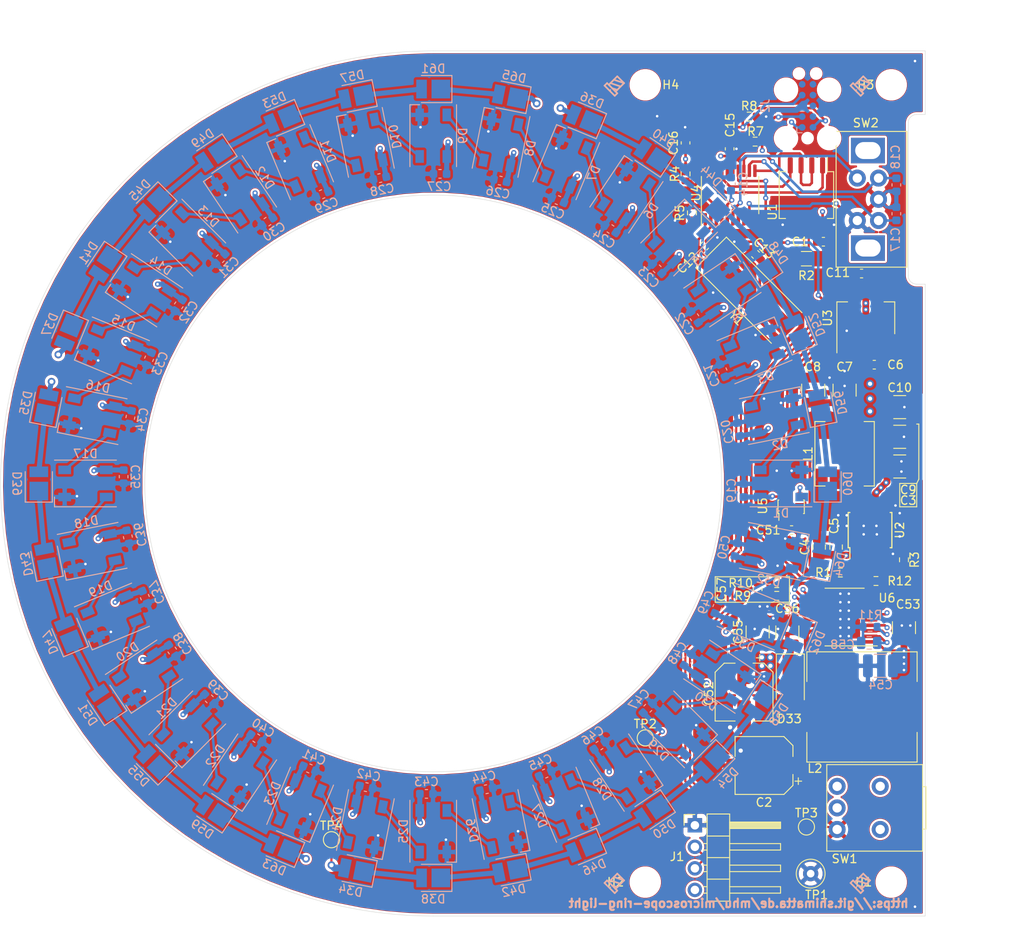
<source format=kicad_pcb>
(kicad_pcb (version 20171130) (host pcbnew 5.1.9)

  (general
    (thickness 1.6)
    (drawings 32)
    (tracks 1000)
    (zones 0)
    (modules 161)
    (nets 94)
  )

  (page A4)
  (layers
    (0 F.Cu signal)
    (1 In1.Cu power)
    (2 In2.Cu power)
    (31 B.Cu signal)
    (32 B.Adhes user)
    (33 F.Adhes user)
    (34 B.Paste user)
    (35 F.Paste user)
    (36 B.SilkS user)
    (37 F.SilkS user)
    (38 B.Mask user)
    (39 F.Mask user)
    (40 Dwgs.User user)
    (41 Cmts.User user)
    (42 Eco1.User user)
    (43 Eco2.User user)
    (44 Edge.Cuts user)
    (45 Margin user)
    (46 B.CrtYd user)
    (47 F.CrtYd user)
    (48 B.Fab user hide)
    (49 F.Fab user)
  )

  (setup
    (last_trace_width 0.25)
    (user_trace_width 0.3)
    (user_trace_width 0.6)
    (user_trace_width 0.8)
    (user_trace_width 2.5)
    (trace_clearance 0.2)
    (zone_clearance 0.4)
    (zone_45_only no)
    (trace_min 0.25)
    (via_size 0.8)
    (via_drill 0.4)
    (via_min_size 0.5)
    (via_min_drill 0.3)
    (user_via 0.6 0.3)
    (user_via 0.9 0.5)
    (uvia_size 0.3)
    (uvia_drill 0.1)
    (uvias_allowed no)
    (uvia_min_size 0.2)
    (uvia_min_drill 0.1)
    (edge_width 0.05)
    (segment_width 0.2)
    (pcb_text_width 0.3)
    (pcb_text_size 1.5 1.5)
    (mod_edge_width 0.12)
    (mod_text_size 1 1)
    (mod_text_width 0.15)
    (pad_size 2.4 3.7)
    (pad_drill 0)
    (pad_to_mask_clearance 0)
    (aux_axis_origin 70 70)
    (grid_origin 70 70)
    (visible_elements FFFFFF7F)
    (pcbplotparams
      (layerselection 0x010fc_ffffffff)
      (usegerberextensions true)
      (usegerberattributes true)
      (usegerberadvancedattributes true)
      (creategerberjobfile true)
      (excludeedgelayer true)
      (linewidth 0.100000)
      (plotframeref false)
      (viasonmask false)
      (mode 1)
      (useauxorigin false)
      (hpglpennumber 1)
      (hpglpenspeed 20)
      (hpglpendiameter 15.000000)
      (psnegative false)
      (psa4output false)
      (plotreference true)
      (plotvalue true)
      (plotinvisibletext false)
      (padsonsilk false)
      (subtractmaskfromsilk false)
      (outputformat 1)
      (mirror false)
      (drillshape 0)
      (scaleselection 1)
      (outputdirectory "gerber/"))
  )

  (net 0 "")
  (net 1 GND)
  (net 2 +3V3)
  (net 3 /TIM3_CH1)
  (net 4 /TIM3_CH2)
  (net 5 +12V)
  (net 6 +5V)
  (net 7 "Net-(D1-Pad4)")
  (net 8 "Net-(D1-Pad2)")
  (net 9 "Net-(D2-Pad4)")
  (net 10 "Net-(D3-Pad4)")
  (net 11 "Net-(D22-Pad4)")
  (net 12 "Net-(D4-Pad4)")
  (net 13 "Net-(D23-Pad4)")
  (net 14 "Net-(D5-Pad4)")
  (net 15 "Net-(D10-Pad2)")
  (net 16 "Net-(D10-Pad4)")
  (net 17 "Net-(D11-Pad4)")
  (net 18 "Net-(D12-Pad4)")
  (net 19 "Net-(D13-Pad4)")
  (net 20 "Net-(D14-Pad4)")
  (net 21 "Net-(D15-Pad4)")
  (net 22 "Net-(D16-Pad4)")
  (net 23 "Net-(D17-Pad4)")
  (net 24 "Net-(D18-Pad4)")
  (net 25 "Net-(D19-Pad4)")
  (net 26 "Net-(D20-Pad4)")
  (net 27 "Net-(D24-Pad4)")
  (net 28 /DMX+)
  (net 29 /DMX-)
  (net 30 /~RESET)
  (net 31 /STM_RX)
  (net 32 /STM_TX)
  (net 33 /SWCLK)
  (net 34 /SWDIO)
  (net 35 "/LED Grave/SK6812_DATA_IN")
  (net 36 /BUTTON)
  (net 37 "Net-(L1-Pad1)")
  (net 38 "Net-(C12-Pad1)")
  (net 39 "Net-(C13-Pad1)")
  (net 40 "Net-(D6-Pad4)")
  (net 41 "Net-(D7-Pad4)")
  (net 42 "Net-(D8-Pad4)")
  (net 43 "Net-(D21-Pad4)")
  (net 44 "Net-(D25-Pad4)")
  (net 45 "Net-(D26-Pad4)")
  (net 46 "Net-(D27-Pad4)")
  (net 47 "Net-(D28-Pad4)")
  (net 48 "Net-(D29-Pad4)")
  (net 49 "Net-(J1-Pad4)")
  (net 50 "Net-(D34-Pad1)")
  (net 51 "Net-(D35-Pad1)")
  (net 52 "Net-(D36-Pad1)")
  (net 53 "Net-(D37-Pad1)")
  (net 54 "Net-(D38-Pad1)")
  (net 55 "Net-(D39-Pad1)")
  (net 56 "Net-(D40-Pad1)")
  (net 57 "Net-(D41-Pad1)")
  (net 58 "Net-(D42-Pad1)")
  (net 59 "Net-(D43-Pad1)")
  (net 60 "Net-(D44-Pad1)")
  (net 61 "Net-(D45-Pad1)")
  (net 62 "Net-(D46-Pad1)")
  (net 63 "Net-(D47-Pad1)")
  (net 64 "Net-(D48-Pad1)")
  (net 65 "Net-(D49-Pad1)")
  (net 66 "Net-(D50-Pad1)")
  (net 67 "Net-(D51-Pad1)")
  (net 68 "Net-(D52-Pad1)")
  (net 69 "Net-(D53-Pad1)")
  (net 70 "Net-(D54-Pad1)")
  (net 71 "Net-(D55-Pad1)")
  (net 72 "Net-(D56-Pad1)")
  (net 73 "Net-(D57-Pad1)")
  (net 74 "Net-(D58-Pad1)")
  (net 75 "Net-(D59-Pad1)")
  (net 76 "Net-(D60-Pad1)")
  (net 77 "Net-(D61-Pad1)")
  (net 78 "Net-(D62-Pad1)")
  (net 79 "Net-(D63-Pad1)")
  (net 80 "Net-(R1-Pad2)")
  (net 81 /DMX_~RX~TX)
  (net 82 /WHITE_PWM)
  (net 83 /WhiteLEDs/LED_SUPPLY)
  (net 84 "Net-(D30-Pad4)")
  (net 85 "Net-(C57-Pad2)")
  (net 86 "Net-(C58-Pad1)")
  (net 87 "Net-(D31-Pad4)")
  (net 88 "Net-(D33-Pad2)")
  (net 89 "Net-(D64-Pad1)")
  (net 90 "Net-(D65-Pad1)")
  (net 91 "Net-(R5-Pad1)")
  (net 92 "Net-(R11-Pad2)")
  (net 93 "Net-(R12-Pad1)")

  (net_class Default "This is the default net class."
    (clearance 0.2)
    (trace_width 0.25)
    (via_dia 0.8)
    (via_drill 0.4)
    (uvia_dia 0.3)
    (uvia_drill 0.1)
    (diff_pair_width 0.3)
    (diff_pair_gap 0.26)
    (add_net +12V)
    (add_net +3V3)
    (add_net +5V)
    (add_net /BUTTON)
    (add_net /DMX_~RX~TX)
    (add_net "/LED Grave/SK6812_DATA_IN")
    (add_net /STM_RX)
    (add_net /STM_TX)
    (add_net /SWCLK)
    (add_net /SWDIO)
    (add_net /TIM3_CH1)
    (add_net /TIM3_CH2)
    (add_net /WHITE_PWM)
    (add_net /~RESET)
    (add_net GND)
    (add_net "Net-(C12-Pad1)")
    (add_net "Net-(C13-Pad1)")
    (add_net "Net-(C57-Pad2)")
    (add_net "Net-(C58-Pad1)")
    (add_net "Net-(D1-Pad2)")
    (add_net "Net-(D1-Pad4)")
    (add_net "Net-(D10-Pad2)")
    (add_net "Net-(D10-Pad4)")
    (add_net "Net-(D11-Pad4)")
    (add_net "Net-(D12-Pad4)")
    (add_net "Net-(D13-Pad4)")
    (add_net "Net-(D14-Pad4)")
    (add_net "Net-(D15-Pad4)")
    (add_net "Net-(D16-Pad4)")
    (add_net "Net-(D17-Pad4)")
    (add_net "Net-(D18-Pad4)")
    (add_net "Net-(D19-Pad4)")
    (add_net "Net-(D2-Pad4)")
    (add_net "Net-(D20-Pad4)")
    (add_net "Net-(D21-Pad4)")
    (add_net "Net-(D22-Pad4)")
    (add_net "Net-(D23-Pad4)")
    (add_net "Net-(D24-Pad4)")
    (add_net "Net-(D25-Pad4)")
    (add_net "Net-(D26-Pad4)")
    (add_net "Net-(D27-Pad4)")
    (add_net "Net-(D28-Pad4)")
    (add_net "Net-(D29-Pad4)")
    (add_net "Net-(D3-Pad4)")
    (add_net "Net-(D30-Pad4)")
    (add_net "Net-(D31-Pad4)")
    (add_net "Net-(D33-Pad2)")
    (add_net "Net-(D34-Pad1)")
    (add_net "Net-(D35-Pad1)")
    (add_net "Net-(D36-Pad1)")
    (add_net "Net-(D37-Pad1)")
    (add_net "Net-(D38-Pad1)")
    (add_net "Net-(D39-Pad1)")
    (add_net "Net-(D4-Pad4)")
    (add_net "Net-(D40-Pad1)")
    (add_net "Net-(D41-Pad1)")
    (add_net "Net-(D42-Pad1)")
    (add_net "Net-(D43-Pad1)")
    (add_net "Net-(D44-Pad1)")
    (add_net "Net-(D45-Pad1)")
    (add_net "Net-(D46-Pad1)")
    (add_net "Net-(D47-Pad1)")
    (add_net "Net-(D48-Pad1)")
    (add_net "Net-(D49-Pad1)")
    (add_net "Net-(D5-Pad4)")
    (add_net "Net-(D50-Pad1)")
    (add_net "Net-(D51-Pad1)")
    (add_net "Net-(D52-Pad1)")
    (add_net "Net-(D53-Pad1)")
    (add_net "Net-(D54-Pad1)")
    (add_net "Net-(D55-Pad1)")
    (add_net "Net-(D56-Pad1)")
    (add_net "Net-(D57-Pad1)")
    (add_net "Net-(D58-Pad1)")
    (add_net "Net-(D59-Pad1)")
    (add_net "Net-(D6-Pad4)")
    (add_net "Net-(D60-Pad1)")
    (add_net "Net-(D61-Pad1)")
    (add_net "Net-(D62-Pad1)")
    (add_net "Net-(D63-Pad1)")
    (add_net "Net-(D64-Pad1)")
    (add_net "Net-(D65-Pad1)")
    (add_net "Net-(D7-Pad4)")
    (add_net "Net-(D8-Pad4)")
    (add_net "Net-(J1-Pad4)")
    (add_net "Net-(L1-Pad1)")
    (add_net "Net-(R1-Pad2)")
    (add_net "Net-(R11-Pad2)")
    (add_net "Net-(R12-Pad1)")
    (add_net "Net-(R5-Pad1)")
  )

  (net_class DMX-DIFF120 ""
    (clearance 0.2)
    (trace_width 0.25)
    (via_dia 0.6)
    (via_drill 0.3)
    (uvia_dia 0.3)
    (uvia_drill 0.1)
    (diff_pair_width 0.25)
    (diff_pair_gap 0.3)
    (add_net /DMX+)
    (add_net /DMX-)
  )

  (net_class LED_SUPPLY ""
    (clearance 0.35)
    (trace_width 0.25)
    (via_dia 0.8)
    (via_drill 0.4)
    (uvia_dia 0.3)
    (uvia_drill 0.1)
    (diff_pair_width 0.3)
    (diff_pair_gap 0.25)
    (add_net /WhiteLEDs/LED_SUPPLY)
  )

  (module TestPoint:TestPoint_Pad_D1.5mm (layer F.Cu) (tedit 5A0F774F) (tstamp 606110E3)
    (at 58 112)
    (descr "SMD pad as test Point, diameter 1.5mm")
    (tags "test point SMD pad")
    (path /606770DB/60640D50)
    (attr virtual)
    (fp_text reference TP4 (at 0 -1.648) (layer F.SilkS)
      (effects (font (size 1 1) (thickness 0.15)))
    )
    (fp_text value LED_SUPPLY (at 0 1.75) (layer F.Fab)
      (effects (font (size 1 1) (thickness 0.15)))
    )
    (fp_circle (center 0 0) (end 0 0.95) (layer F.SilkS) (width 0.12))
    (fp_circle (center 0 0) (end 1.25 0) (layer F.CrtYd) (width 0.05))
    (fp_text user %R (at 0 -1.65) (layer F.Fab)
      (effects (font (size 1 1) (thickness 0.15)))
    )
    (pad 1 smd circle (at 0 0) (size 1.5 1.5) (layers F.Cu F.Mask)
      (net 83 /WhiteLEDs/LED_SUPPLY))
  )

  (module TestPoint:TestPoint_Pad_D1.5mm (layer F.Cu) (tedit 5A0F774F) (tstamp 606110DB)
    (at 114 110.5)
    (descr "SMD pad as test Point, diameter 1.5mm")
    (tags "test point SMD pad")
    (path /60620DCD)
    (attr virtual)
    (fp_text reference TP3 (at 0 -1.648) (layer F.SilkS)
      (effects (font (size 1 1) (thickness 0.15)))
    )
    (fp_text value 12V (at 0 1.75) (layer F.Fab)
      (effects (font (size 1 1) (thickness 0.15)))
    )
    (fp_circle (center 0 0) (end 0 0.95) (layer F.SilkS) (width 0.12))
    (fp_circle (center 0 0) (end 1.25 0) (layer F.CrtYd) (width 0.05))
    (fp_text user %R (at 0 -1.65) (layer F.Fab)
      (effects (font (size 1 1) (thickness 0.15)))
    )
    (pad 1 smd circle (at 0 0) (size 1.5 1.5) (layers F.Cu F.Mask)
      (net 5 +12V))
  )

  (module TestPoint:TestPoint_Pad_D1.5mm (layer F.Cu) (tedit 5A0F774F) (tstamp 606110D3)
    (at 95 100)
    (descr "SMD pad as test Point, diameter 1.5mm")
    (tags "test point SMD pad")
    (path /60620B38)
    (attr virtual)
    (fp_text reference TP2 (at 0 -1.648) (layer F.SilkS)
      (effects (font (size 1 1) (thickness 0.15)))
    )
    (fp_text value 5V (at 0 1.75) (layer F.Fab)
      (effects (font (size 1 1) (thickness 0.15)))
    )
    (fp_circle (center 0 0) (end 0 0.95) (layer F.SilkS) (width 0.12))
    (fp_circle (center 0 0) (end 1.25 0) (layer F.CrtYd) (width 0.05))
    (fp_text user %R (at 0 -1.65) (layer F.Fab)
      (effects (font (size 1 1) (thickness 0.15)))
    )
    (pad 1 smd circle (at 0 0) (size 1.5 1.5) (layers F.Cu F.Mask)
      (net 6 +5V))
  )

  (module TestPoint:TestPoint_Loop_D2.60mm_Drill0.9mm_Beaded (layer F.Cu) (tedit 5A0F774F) (tstamp 606112AF)
    (at 114.5 116)
    (descr "wire loop with bead as test point, loop diameter2.6mm, hole diameter 0.9mm")
    (tags "test point wire loop bead")
    (path /60615CD7)
    (fp_text reference TP1 (at 0.7 2.5) (layer F.SilkS)
      (effects (font (size 1 1) (thickness 0.15)))
    )
    (fp_text value GND (at 0 -2.8) (layer F.Fab)
      (effects (font (size 1 1) (thickness 0.15)))
    )
    (fp_circle (center 0 0) (end 1.5 0) (layer F.Fab) (width 0.12))
    (fp_circle (center 0 0) (end 1.7 0) (layer F.SilkS) (width 0.12))
    (fp_circle (center 0 0) (end 2 0) (layer F.CrtYd) (width 0.05))
    (fp_line (start 1.3 -0.3) (end -1.3 -0.3) (layer F.Fab) (width 0.12))
    (fp_line (start 1.3 0.3) (end 1.3 -0.3) (layer F.Fab) (width 0.12))
    (fp_line (start -1.3 0.3) (end 1.3 0.3) (layer F.Fab) (width 0.12))
    (fp_line (start -1.3 -0.3) (end -1.3 0.3) (layer F.Fab) (width 0.12))
    (fp_text user %R (at 0.7 2.5) (layer F.Fab)
      (effects (font (size 1 1) (thickness 0.15)))
    )
    (pad 1 thru_hole circle (at 0 0) (size 1.8 1.8) (drill 0.9) (layers *.Cu *.Mask)
      (net 1 GND))
    (model ${KISYS3DMOD}/TestPoint.3dshapes/TestPoint_Loop_D2.60mm_Drill0.9mm_Beaded.wrl
      (at (xyz 0 0 0))
      (scale (xyz 1 1 1))
      (rotate (xyz 0 0 0))
    )
  )

  (module shimatta_artwork:screw_art_tiny locked (layer B.Cu) (tedit 5605587C) (tstamp 60621904)
    (at 120.5 23)
    (fp_text reference REF** (at 0 -2.2) (layer B.SilkS) hide
      (effects (font (size 1 1) (thickness 0.15)) (justify mirror))
    )
    (fp_text value screw_art_tiny (at 0 2.5) (layer B.Fab) hide
      (effects (font (size 1 1) (thickness 0.15)) (justify mirror))
    )
    (fp_line (start 0.2 -1) (end 1 -0.2) (layer B.SilkS) (width 0.2))
    (fp_line (start 1 -0.2) (end 0 0.8) (layer B.SilkS) (width 0.2))
    (fp_line (start 0 0.8) (end 0.2 1) (layer B.SilkS) (width 0.2))
    (fp_line (start 0.2 -1) (end -0.8 0) (layer B.SilkS) (width 0.2))
    (fp_line (start -0.8 0) (end -1 -0.2) (layer B.SilkS) (width 0.2))
    (fp_line (start -1 -0.2) (end -1.3 0.1) (layer B.SilkS) (width 0.2))
    (fp_line (start -1.3 0.1) (end -0.1 1.3) (layer B.SilkS) (width 0.2))
    (fp_line (start -0.1 1.3) (end 0.2 1) (layer B.SilkS) (width 0.2))
    (fp_line (start -0.8 0) (end 0 0.8) (layer B.SilkS) (width 0.2))
    (fp_line (start -0.7 0.7) (end -0.6 0.6) (layer B.SilkS) (width 0.15))
    (fp_line (start 1 -0.2) (end -0.2 -0.6) (layer B.SilkS) (width 0.2))
    (fp_line (start 0.6 0.2) (end -0.6 -0.2) (layer B.SilkS) (width 0.2))
    (fp_line (start 0.2 0.6) (end -0.4 0.4) (layer B.SilkS) (width 0.2))
  )

  (module shimatta_artwork:screw_art_tiny locked (layer B.Cu) (tedit 5605587C) (tstamp 606218F4)
    (at 91.5 23)
    (fp_text reference REF** (at 0 -2.2) (layer B.SilkS) hide
      (effects (font (size 1 1) (thickness 0.15)) (justify mirror))
    )
    (fp_text value screw_art_tiny (at 0 2.5) (layer B.Fab) hide
      (effects (font (size 1 1) (thickness 0.15)) (justify mirror))
    )
    (fp_line (start 0.2 -1) (end 1 -0.2) (layer B.SilkS) (width 0.2))
    (fp_line (start 1 -0.2) (end 0 0.8) (layer B.SilkS) (width 0.2))
    (fp_line (start 0 0.8) (end 0.2 1) (layer B.SilkS) (width 0.2))
    (fp_line (start 0.2 -1) (end -0.8 0) (layer B.SilkS) (width 0.2))
    (fp_line (start -0.8 0) (end -1 -0.2) (layer B.SilkS) (width 0.2))
    (fp_line (start -1 -0.2) (end -1.3 0.1) (layer B.SilkS) (width 0.2))
    (fp_line (start -1.3 0.1) (end -0.1 1.3) (layer B.SilkS) (width 0.2))
    (fp_line (start -0.1 1.3) (end 0.2 1) (layer B.SilkS) (width 0.2))
    (fp_line (start -0.8 0) (end 0 0.8) (layer B.SilkS) (width 0.2))
    (fp_line (start -0.7 0.7) (end -0.6 0.6) (layer B.SilkS) (width 0.15))
    (fp_line (start 1 -0.2) (end -0.2 -0.6) (layer B.SilkS) (width 0.2))
    (fp_line (start 0.6 0.2) (end -0.6 -0.2) (layer B.SilkS) (width 0.2))
    (fp_line (start 0.2 0.6) (end -0.4 0.4) (layer B.SilkS) (width 0.2))
  )

  (module shimatta_artwork:screw_art_tiny locked (layer B.Cu) (tedit 5605587C) (tstamp 606218B0)
    (at 91.5 117)
    (fp_text reference REF** (at 0 -2.2) (layer B.SilkS) hide
      (effects (font (size 1 1) (thickness 0.15)) (justify mirror))
    )
    (fp_text value screw_art_tiny (at 0 2.5) (layer B.Fab) hide
      (effects (font (size 1 1) (thickness 0.15)) (justify mirror))
    )
    (fp_line (start 0.2 -1) (end 1 -0.2) (layer B.SilkS) (width 0.2))
    (fp_line (start 1 -0.2) (end 0 0.8) (layer B.SilkS) (width 0.2))
    (fp_line (start 0 0.8) (end 0.2 1) (layer B.SilkS) (width 0.2))
    (fp_line (start 0.2 -1) (end -0.8 0) (layer B.SilkS) (width 0.2))
    (fp_line (start -0.8 0) (end -1 -0.2) (layer B.SilkS) (width 0.2))
    (fp_line (start -1 -0.2) (end -1.3 0.1) (layer B.SilkS) (width 0.2))
    (fp_line (start -1.3 0.1) (end -0.1 1.3) (layer B.SilkS) (width 0.2))
    (fp_line (start -0.1 1.3) (end 0.2 1) (layer B.SilkS) (width 0.2))
    (fp_line (start -0.8 0) (end 0 0.8) (layer B.SilkS) (width 0.2))
    (fp_line (start -0.7 0.7) (end -0.6 0.6) (layer B.SilkS) (width 0.15))
    (fp_line (start 1 -0.2) (end -0.2 -0.6) (layer B.SilkS) (width 0.2))
    (fp_line (start 0.6 0.2) (end -0.6 -0.2) (layer B.SilkS) (width 0.2))
    (fp_line (start 0.2 0.6) (end -0.4 0.4) (layer B.SilkS) (width 0.2))
  )

  (module shimatta_artwork:screw_art_tiny locked (layer B.Cu) (tedit 5605587C) (tstamp 6062186E)
    (at 120.5 117)
    (fp_text reference REF** (at 0 -2.2) (layer B.SilkS) hide
      (effects (font (size 1 1) (thickness 0.15)) (justify mirror))
    )
    (fp_text value screw_art_tiny (at 0 2.5) (layer B.Fab) hide
      (effects (font (size 1 1) (thickness 0.15)) (justify mirror))
    )
    (fp_line (start 0.2 -1) (end 1 -0.2) (layer B.SilkS) (width 0.2))
    (fp_line (start 1 -0.2) (end 0 0.8) (layer B.SilkS) (width 0.2))
    (fp_line (start 0 0.8) (end 0.2 1) (layer B.SilkS) (width 0.2))
    (fp_line (start 0.2 -1) (end -0.8 0) (layer B.SilkS) (width 0.2))
    (fp_line (start -0.8 0) (end -1 -0.2) (layer B.SilkS) (width 0.2))
    (fp_line (start -1 -0.2) (end -1.3 0.1) (layer B.SilkS) (width 0.2))
    (fp_line (start -1.3 0.1) (end -0.1 1.3) (layer B.SilkS) (width 0.2))
    (fp_line (start -0.1 1.3) (end 0.2 1) (layer B.SilkS) (width 0.2))
    (fp_line (start -0.8 0) (end 0 0.8) (layer B.SilkS) (width 0.2))
    (fp_line (start -0.7 0.7) (end -0.6 0.6) (layer B.SilkS) (width 0.15))
    (fp_line (start 1 -0.2) (end -0.2 -0.6) (layer B.SilkS) (width 0.2))
    (fp_line (start 0.6 0.2) (end -0.6 -0.2) (layer B.SilkS) (width 0.2))
    (fp_line (start 0.2 0.6) (end -0.4 0.4) (layer B.SilkS) (width 0.2))
  )

  (module shimatta_artwork:shimatta_kanji_20mm_solder_mask locked (layer B.Cu) (tedit 0) (tstamp 606201E4)
    (at 111 109 270)
    (fp_text reference G*** (at 0 0 270) (layer B.SilkS) hide
      (effects (font (size 1.524 1.524) (thickness 0.3)) (justify mirror))
    )
    (fp_text value LOGO (at 0.75 0 270) (layer B.SilkS) hide
      (effects (font (size 1.524 1.524) (thickness 0.3)) (justify mirror))
    )
    (fp_poly (pts (xy 9.428791 1.753801) (xy 9.567761 1.731641) (xy 9.667206 1.700045) (xy 9.761697 1.645722)
      (xy 9.822989 1.576357) (xy 9.855813 1.486306) (xy 9.858368 1.471966) (xy 9.862124 1.413942)
      (xy 9.846144 1.369373) (xy 9.819335 1.333673) (xy 9.781378 1.29583) (xy 9.735384 1.267393)
      (xy 9.673178 1.245282) (xy 9.586585 1.22642) (xy 9.495693 1.211812) (xy 9.397389 1.192146)
      (xy 9.273374 1.159472) (xy 9.133481 1.117016) (xy 8.987545 1.068002) (xy 8.845399 1.015655)
      (xy 8.716878 0.963201) (xy 8.66136 0.938204) (xy 8.588402 0.904309) (xy 8.53008 0.87777)
      (xy 8.494468 0.862231) (xy 8.487445 0.859693) (xy 8.474447 0.874529) (xy 8.460842 0.897485)
      (xy 8.444687 0.930782) (xy 8.440616 0.943057) (xy 8.456761 0.954676) (xy 8.501708 0.982387)
      (xy 8.57022 1.023082) (xy 8.657065 1.073654) (xy 8.757007 1.130996) (xy 8.763 1.13441)
      (xy 8.863594 1.192303) (xy 8.951369 1.243987) (xy 9.021081 1.286279) (xy 9.067485 1.315993)
      (xy 9.085336 1.329944) (xy 9.085385 1.330186) (xy 9.067291 1.336709) (xy 9.018671 1.344245)
      (xy 8.948012 1.351635) (xy 8.900733 1.355366) (xy 8.814954 1.359677) (xy 8.732203 1.359467)
      (xy 8.645159 1.353943) (xy 8.546496 1.342311) (xy 8.428892 1.323781) (xy 8.285022 1.297558)
      (xy 8.181769 1.277551) (xy 8.087012 1.260086) (xy 8.005697 1.247289) (xy 7.945677 1.240239)
      (xy 7.914804 1.240013) (xy 7.913115 1.240669) (xy 7.898633 1.267289) (xy 7.893539 1.306485)
      (xy 7.896969 1.33375) (xy 7.911797 1.356509) (xy 7.94483 1.38016) (xy 8.002873 1.410101)
      (xy 8.054731 1.434343) (xy 8.259047 1.524345) (xy 8.450867 1.601035) (xy 8.623126 1.661725)
      (xy 8.754126 1.700075) (xy 8.923632 1.734862) (xy 9.098237 1.755411) (xy 9.269453 1.761724)
      (xy 9.428791 1.753801)) (layer B.Mask) (width 0.01))
    (fp_poly (pts (xy 3.301209 1.629772) (xy 3.455957 1.617452) (xy 3.586106 1.595662) (xy 3.620461 1.586813)
      (xy 3.799648 1.524806) (xy 3.949231 1.448506) (xy 4.077466 1.353305) (xy 4.132385 1.301052)
      (xy 4.252335 1.152355) (xy 4.336366 0.989866) (xy 4.383796 0.816683) (xy 4.393941 0.635903)
      (xy 4.366121 0.450625) (xy 4.339226 0.361417) (xy 4.262261 0.200227) (xy 4.150017 0.051266)
      (xy 4.004678 -0.084345) (xy 3.828431 -0.205486) (xy 3.62346 -0.311038) (xy 3.39195 -0.399881)
      (xy 3.136087 -0.470894) (xy 2.858055 -0.522959) (xy 2.56004 -0.554955) (xy 2.54977 -0.555664)
      (xy 2.452095 -0.562584) (xy 2.352045 -0.570151) (xy 2.268301 -0.576945) (xy 2.254251 -0.578165)
      (xy 2.188341 -0.583117) (xy 2.151245 -0.581066) (xy 2.132887 -0.568837) (xy 2.123191 -0.543254)
      (xy 2.121415 -0.536295) (xy 2.114131 -0.495637) (xy 2.115569 -0.476534) (xy 2.13681 -0.470214)
      (xy 2.187543 -0.459437) (xy 2.258697 -0.446062) (xy 2.29725 -0.439298) (xy 2.600453 -0.375807)
      (xy 2.872729 -0.294923) (xy 3.113188 -0.197142) (xy 3.32094 -0.082957) (xy 3.495097 0.047136)
      (xy 3.634767 0.192644) (xy 3.739062 0.353072) (xy 3.745332 0.365489) (xy 3.799796 0.510355)
      (xy 3.824701 0.659415) (xy 3.821806 0.807143) (xy 3.792865 0.948013) (xy 3.739637 1.0765)
      (xy 3.663877 1.187078) (xy 3.567342 1.274223) (xy 3.451789 1.332407) (xy 3.436387 1.337282)
      (xy 3.329785 1.358) (xy 3.20153 1.366318) (xy 3.067026 1.362231) (xy 2.941678 1.345736)
      (xy 2.904282 1.337402) (xy 2.791716 1.300662) (xy 2.655402 1.242376) (xy 2.501756 1.165846)
      (xy 2.337192 1.074371) (xy 2.168124 0.971251) (xy 2.077079 0.911797) (xy 1.982701 0.849482)
      (xy 1.897066 0.794483) (xy 1.826482 0.750731) (xy 1.777255 0.722158) (xy 1.758369 0.713125)
      (xy 1.705349 0.713823) (xy 1.63319 0.738937) (xy 1.548908 0.783847) (xy 1.459517 0.843935)
      (xy 1.372034 0.914582) (xy 1.293475 0.991171) (xy 1.242341 1.052831) (xy 1.177176 1.155524)
      (xy 1.145756 1.240689) (xy 1.147669 1.309786) (xy 1.161677 1.339812) (xy 1.188745 1.371855)
      (xy 1.220071 1.383574) (xy 1.263202 1.374056) (xy 1.325686 1.342389) (xy 1.372393 1.314365)
      (xy 1.441864 1.275343) (xy 1.503115 1.252904) (xy 1.564969 1.2473) (xy 1.636248 1.25878)
      (xy 1.725773 1.287594) (xy 1.825982 1.32721) (xy 2.072117 1.421167) (xy 2.322841 1.502936)
      (xy 2.562838 1.567664) (xy 2.638504 1.584763) (xy 2.79051 1.610116) (xy 2.958372 1.626082)
      (xy 3.131976 1.632641) (xy 3.301209 1.629772)) (layer B.Mask) (width 0.01))
    (fp_poly (pts (xy -7.16573 3.644015) (xy -7.030481 3.628399) (xy -6.898306 3.608454) (xy -6.778602 3.585917)
      (xy -6.680766 3.562522) (xy -6.623226 3.543826) (xy -6.552282 3.503627) (xy -6.518969 3.457096)
      (xy -6.523039 3.407494) (xy -6.564241 3.35808) (xy -6.640956 3.312726) (xy -6.72123 3.276527)
      (xy -6.72123 1.953846) (xy -6.101652 1.953846) (xy -5.908326 2.177929) (xy -5.839612 2.256002)
      (xy -5.778657 2.322318) (xy -5.730438 2.371689) (xy -5.69993 2.398925) (xy -5.692898 2.402621)
      (xy -5.671923 2.389825) (xy -5.628642 2.354137) (xy -5.568405 2.300274) (xy -5.496558 2.232952)
      (xy -5.455081 2.19292) (xy -5.35528 2.092389) (xy -5.284164 2.012661) (xy -5.239564 1.950558)
      (xy -5.219311 1.902903) (xy -5.221236 1.866519) (xy -5.225852 1.857265) (xy -5.248293 1.85113)
      (xy -5.307629 1.846089) (xy -5.404272 1.842132) (xy -5.538636 1.839247) (xy -5.711135 1.837422)
      (xy -5.922182 1.836647) (xy -5.979922 1.836616) (xy -6.72123 1.836616) (xy -6.72123 -0.566615)
      (xy -6.259971 -0.566615) (xy -6.067574 -0.351692) (xy -5.999081 -0.276106) (xy -5.939554 -0.212155)
      (xy -5.893885 -0.164964) (xy -5.866969 -0.139654) (xy -5.862279 -0.136769) (xy -5.839937 -0.14918)
      (xy -5.795385 -0.182731) (xy -5.73498 -0.231894) (xy -5.665077 -0.291144) (xy -5.592032 -0.354955)
      (xy -5.522202 -0.417801) (xy -5.461942 -0.474155) (xy -5.417609 -0.518492) (xy -5.400017 -0.538674)
      (xy -5.367005 -0.588512) (xy -5.35926 -0.622387) (xy -5.366651 -0.641654) (xy -5.372793 -0.647595)
      (xy -5.384916 -0.652791) (xy -5.405554 -0.657303) (xy -5.437241 -0.661191) (xy -5.48251 -0.664515)
      (xy -5.543894 -0.667336) (xy -5.623926 -0.669713) (xy -5.725141 -0.671708) (xy -5.85007 -0.67338)
      (xy -6.001248 -0.67479) (xy -6.181207 -0.675998) (xy -6.392482 -0.677065) (xy -6.637605 -0.67805)
      (xy -6.919109 -0.679015) (xy -6.938394 -0.679077) (xy -7.220887 -0.67997) (xy -7.466876 -0.680669)
      (xy -7.678931 -0.681118) (xy -7.859624 -0.681261) (xy -8.011528 -0.681044) (xy -8.137214 -0.680411)
      (xy -8.239254 -0.679306) (xy -8.32022 -0.677674) (xy -8.382682 -0.67546) (xy -8.429214 -0.672608)
      (xy -8.462386 -0.669064) (xy -8.484771 -0.664771) (xy -8.49894 -0.659674) (xy -8.507465 -0.653718)
      (xy -8.512918 -0.646848) (xy -8.513997 -0.64515) (xy -8.533273 -0.606511) (xy -8.538307 -0.586419)
      (xy -8.518898 -0.580182) (xy -8.461154 -0.575092) (xy -8.365801 -0.571172) (xy -8.233566 -0.568445)
      (xy -8.065175 -0.566936) (xy -7.922846 -0.566615) (xy -7.307384 -0.566615) (xy -7.307384 1.836616)
      (xy -8.514275 1.836616) (xy -8.54583 1.884774) (xy -8.568455 1.922492) (xy -8.577384 1.94339)
      (xy -8.558611 1.94591) (xy -8.505349 1.948213) (xy -8.422187 1.950221) (xy -8.313714 1.951859)
      (xy -8.184518 1.953052) (xy -8.039187 1.953724) (xy -7.942384 1.953846) (xy -7.307384 1.953846)
      (xy -7.307384 3.657659) (xy -7.16573 3.644015)) (layer B.Mask) (width 0.01))
    (fp_poly (pts (xy 7.808064 0.395873) (xy 7.820909 0.35155) (xy 7.81349 0.27581) (xy 7.803742 0.231615)
      (xy 7.785801 0.109096) (xy 7.79887 0.006839) (xy 7.843916 -0.079884) (xy 7.874635 -0.11486)
      (xy 7.967303 -0.181671) (xy 8.093926 -0.23155) (xy 8.253218 -0.264447) (xy 8.443892 -0.280312)
      (xy 8.664663 -0.279096) (xy 8.914245 -0.260749) (xy 9.19135 -0.225221) (xy 9.47304 -0.176639)
      (xy 9.611859 -0.155568) (xy 9.723564 -0.15229) (xy 9.816229 -0.167606) (xy 9.89793 -0.202316)
      (xy 9.929424 -0.22186) (xy 9.997696 -0.283212) (xy 10.032198 -0.356505) (xy 10.037036 -0.450516)
      (xy 10.036934 -0.451773) (xy 10.019551 -0.537125) (xy 9.981122 -0.60896) (xy 9.919239 -0.66821)
      (xy 9.831497 -0.71581) (xy 9.715488 -0.752696) (xy 9.568805 -0.779801) (xy 9.389042 -0.79806)
      (xy 9.173792 -0.808407) (xy 9.114693 -0.809856) (xy 8.994114 -0.811858) (xy 8.883467 -0.812804)
      (xy 8.790078 -0.812701) (xy 8.721276 -0.811557) (xy 8.684846 -0.809444) (xy 8.638883 -0.803365)
      (xy 8.56704 -0.794119) (xy 8.482217 -0.783361) (xy 8.450385 -0.779361) (xy 8.230894 -0.738915)
      (xy 8.04091 -0.676709) (xy 7.881353 -0.593495) (xy 7.753145 -0.490023) (xy 7.657211 -0.367045)
      (xy 7.59447 -0.225311) (xy 7.565847 -0.065574) (xy 7.565408 -0.058531) (xy 7.562448 0.025892)
      (xy 7.566924 0.087191) (xy 7.581292 0.141001) (xy 7.605759 0.198179) (xy 7.643881 0.268184)
      (xy 7.687847 0.332317) (xy 7.730734 0.381887) (xy 7.765619 0.408201) (xy 7.774706 0.410308)
      (xy 7.808064 0.395873)) (layer B.Mask) (width 0.01))
    (fp_poly (pts (xy 7.338145 3.474443) (xy 7.446892 3.440014) (xy 7.562991 3.388053) (xy 7.677402 3.323667)
      (xy 7.781082 3.251965) (xy 7.864989 3.178057) (xy 7.920082 3.10705) (xy 7.921507 3.104439)
      (xy 7.959244 3.03404) (xy 7.81893 2.730595) (xy 7.772867 2.630313) (xy 7.733158 2.542594)
      (xy 7.702487 2.473468) (xy 7.683536 2.428966) (xy 7.678616 2.415191) (xy 7.695962 2.405068)
      (xy 7.743645 2.406271) (xy 7.815129 2.417185) (xy 7.903879 2.436192) (xy 8.00336 2.461677)
      (xy 8.107037 2.492023) (xy 8.208376 2.525615) (xy 8.30084 2.560835) (xy 8.344716 2.579933)
      (xy 8.438434 2.621079) (xy 8.508671 2.645305) (xy 8.566225 2.654449) (xy 8.621897 2.650345)
      (xy 8.679355 2.636833) (xy 8.767704 2.597385) (xy 8.837863 2.537316) (xy 8.884673 2.464285)
      (xy 8.902974 2.385949) (xy 8.892236 2.320845) (xy 8.849581 2.26) (xy 8.770149 2.200807)
      (xy 8.656228 2.144019) (xy 8.510109 2.090391) (xy 8.334081 2.040674) (xy 8.130434 1.995624)
      (xy 7.901456 1.955991) (xy 7.699682 1.928463) (xy 7.496055 1.903717) (xy 7.064105 0.624589)
      (xy 6.991253 0.40925) (xy 6.921584 0.204081) (xy 6.856174 0.012201) (xy 6.796095 -0.163273)
      (xy 6.742424 -0.319225) (xy 6.696235 -0.452538) (xy 6.658603 -0.560093) (xy 6.630602 -0.638775)
      (xy 6.613307 -0.685467) (xy 6.608432 -0.696984) (xy 6.548196 -0.768353) (xy 6.468858 -0.809727)
      (xy 6.379028 -0.81866) (xy 6.287319 -0.792703) (xy 6.281659 -0.789834) (xy 6.183737 -0.719536)
      (xy 6.117645 -0.627018) (xy 6.082975 -0.511562) (xy 6.077082 -0.429846) (xy 6.088269 -0.329409)
      (xy 6.12395 -0.222844) (xy 6.186639 -0.104136) (xy 6.259078 0.005238) (xy 6.317058 0.092554)
      (xy 6.37418 0.190956) (xy 6.432946 0.305617) (xy 6.495859 0.44171) (xy 6.565422 0.604407)
      (xy 6.644137 0.798883) (xy 6.649058 0.811302) (xy 6.698576 0.937705) (xy 6.750645 1.072924)
      (xy 6.803388 1.211851) (xy 6.854927 1.349379) (xy 6.903383 1.480396) (xy 6.94688 1.599796)
      (xy 6.983539 1.702469) (xy 7.011482 1.783306) (xy 7.028831 1.837198) (xy 7.033846 1.858104)
      (xy 7.015345 1.865235) (xy 6.963909 1.870215) (xy 6.885638 1.872683) (xy 6.792451 1.87238)
      (xy 6.689343 1.871214) (xy 6.615634 1.872673) (xy 6.561671 1.878103) (xy 6.517798 1.888851)
      (xy 6.474359 1.906264) (xy 6.44321 1.921096) (xy 6.324196 1.997966) (xy 6.220716 2.100695)
      (xy 6.142416 2.218832) (xy 6.1184 2.273068) (xy 6.087796 2.371327) (xy 6.076374 2.446686)
      (xy 6.082596 2.496419) (xy 6.104926 2.5178) (xy 6.141826 2.508101) (xy 6.19176 2.464595)
      (xy 6.212598 2.440172) (xy 6.281896 2.36957) (xy 6.361104 2.322749) (xy 6.458762 2.296368)
      (xy 6.583409 2.287084) (xy 6.604 2.286959) (xy 6.716122 2.289109) (xy 6.828914 2.294912)
      (xy 6.935173 2.303596) (xy 7.027694 2.314386) (xy 7.099275 2.326512) (xy 7.142712 2.339199)
      (xy 7.151763 2.345725) (xy 7.1613 2.373411) (xy 7.176626 2.431585) (xy 7.196021 2.512388)
      (xy 7.217765 2.607958) (xy 7.240139 2.710436) (xy 7.261423 2.81196) (xy 7.279899 2.904671)
      (xy 7.293846 2.980708) (xy 7.301117 3.028483) (xy 7.305167 3.07497) (xy 7.300115 3.108973)
      (xy 7.280462 3.141407) (xy 7.240706 3.183187) (xy 7.206953 3.215357) (xy 7.150084 3.267171)
      (xy 7.09965 3.309796) (xy 7.066126 3.334399) (xy 7.06502 3.335032) (xy 7.038815 3.363839)
      (xy 7.044428 3.397789) (xy 7.075931 3.431923) (xy 7.127394 3.461282) (xy 7.192887 3.480906)
      (xy 7.245794 3.486229) (xy 7.338145 3.474443)) (layer B.Mask) (width 0.01))
    (fp_poly (pts (xy -8.900627 3.686148) (xy -8.842414 3.668288) (xy -8.764568 3.642197) (xy -8.675465 3.610881)
      (xy -8.583481 3.577349) (xy -8.496994 3.544605) (xy -8.42438 3.515659) (xy -8.374017 3.493516)
      (xy -8.369508 3.491277) (xy -8.277195 3.438216) (xy -8.22267 3.390903) (xy -8.205385 3.347504)
      (xy -8.224792 3.306186) (xy -8.280344 3.265118) (xy -8.298961 3.255113) (xy -8.337113 3.234353)
      (xy -8.366557 3.21267) (xy -8.391987 3.183218) (xy -8.418101 3.139156) (xy -8.449593 3.073639)
      (xy -8.491159 2.979825) (xy -8.496937 2.966591) (xy -8.548331 2.852563) (xy -8.610388 2.720528)
      (xy -8.675268 2.586898) (xy -8.734797 2.468728) (xy -8.867489 2.21184) (xy -8.771283 2.152035)
      (xy -8.705668 2.103264) (xy -8.677637 2.059887) (xy -8.68668 2.018576) (xy -8.732288 1.976008)
      (xy -8.743219 1.96868) (xy -8.811362 1.924539) (xy -8.811738 0.517769) (xy -8.812113 -0.889)
      (xy -8.875479 -0.932013) (xy -8.977934 -0.988548) (xy -9.088107 -1.027523) (xy -9.195323 -1.046531)
      (xy -9.288907 -1.043165) (xy -9.32473 -1.033329) (xy -9.378461 -1.012743) (xy -9.378461 1.510364)
      (xy -9.568961 1.326369) (xy -9.685083 1.216199) (xy -9.784302 1.126131) (xy -9.86423 1.058185)
      (xy -9.92248 1.014379) (xy -9.956663 0.99673) (xy -9.95935 0.996462) (xy -9.988083 1.009886)
      (xy -10.000622 1.022071) (xy -10.00528 1.043101) (xy -9.992716 1.079674) (xy -9.960495 1.137038)
      (xy -9.914008 1.208794) (xy -9.717402 1.5262) (xy -9.533424 1.87007) (xy -9.367953 2.228378)
      (xy -9.226866 2.589099) (xy -9.196588 2.676769) (xy -9.157165 2.800379) (xy -9.115688 2.941245)
      (xy -9.07447 3.09045) (xy -9.035823 3.239075) (xy -9.002058 3.3782) (xy -8.975488 3.498907)
      (xy -8.958423 3.592278) (xy -8.957301 3.599962) (xy -8.947157 3.653955) (xy -8.93604 3.687421)
      (xy -8.930828 3.692769) (xy -8.900627 3.686148)) (layer B.Mask) (width 0.01))
    (fp_poly (pts (xy -3.838788 3.688729) (xy -3.763989 3.677918) (xy -3.672419 3.662305) (xy -3.574363 3.643857)
      (xy -3.48011 3.624543) (xy -3.399947 3.60633) (xy -3.344161 3.591186) (xy -3.331315 3.58657)
      (xy -3.283233 3.56018) (xy -3.253133 3.532073) (xy -3.250693 3.527326) (xy -3.253676 3.486941)
      (xy -3.283652 3.446101) (xy -3.321955 3.42193) (xy -3.347355 3.402506) (xy -3.390898 3.360148)
      (xy -3.445625 3.301872) (xy -3.484542 3.258039) (xy -3.616047 3.106616) (xy -1.188916 3.106616)
      (xy -0.994443 3.287346) (xy -0.921758 3.354128) (xy -0.85857 3.410747) (xy -0.810709 3.452087)
      (xy -0.784001 3.473031) (xy -0.781309 3.474482) (xy -0.757945 3.465597) (xy -0.712937 3.435671)
      (xy -0.653194 3.390341) (xy -0.585627 3.335241) (xy -0.517146 3.276008) (xy -0.454661 3.218278)
      (xy -0.405081 3.167687) (xy -0.404892 3.167477) (xy -0.364427 3.117627) (xy -0.338018 3.075387)
      (xy -0.332154 3.05723) (xy -0.345696 3.029063) (xy -0.38818 3.008895) (xy -0.462393 2.996103)
      (xy -0.571123 2.990066) (xy -0.636272 2.989385) (xy -0.840154 2.989385) (xy -0.840154 2.637693)
      (xy -0.839955 2.512617) (xy -0.838973 2.421319) (xy -0.836633 2.358498) (xy -0.832357 2.318856)
      (xy -0.82557 2.297091) (xy -0.815693 2.287906) (xy -0.802152 2.286001) (xy -0.801892 2.286)
      (xy -0.773311 2.298192) (xy -0.722344 2.331537) (xy -0.655775 2.381192) (xy -0.580392 2.442311)
      (xy -0.566873 2.453762) (xy -0.370116 2.621524) (xy -0.20152 2.487954) (xy -0.101103 2.405863)
      (xy -0.030828 2.341836) (xy 0.011944 2.292668) (xy 0.029851 2.255153) (xy 0.025534 2.226085)
      (xy 0.020288 2.218518) (xy 0.006592 2.208305) (xy -0.018542 2.20062) (xy -0.060041 2.195127)
      (xy -0.122832 2.19149) (xy -0.211843 2.189373) (xy -0.332 2.18844) (xy -0.422469 2.188308)
      (xy -0.840154 2.188308) (xy -0.840154 1.593302) (xy -0.685062 1.747483) (xy -0.529971 1.901665)
      (xy -0.416892 1.825179) (xy -0.334867 1.765382) (xy -0.256268 1.70045) (xy -0.186709 1.635942)
      (xy -0.131801 1.577421) (xy -0.097158 1.530448) (xy -0.088391 1.500584) (xy -0.088624 1.499911)
      (xy -0.098691 1.482757) (xy -0.117225 1.469664) (xy -0.149019 1.460093) (xy -0.198863 1.453502)
      (xy -0.271551 1.449351) (xy -0.371876 1.4471) (xy -0.504628 1.446209) (xy -0.565638 1.446113)
      (xy -0.700559 1.445507) (xy -0.800136 1.443739) (xy -0.868095 1.440561) (xy -0.908159 1.435727)
      (xy -0.924051 1.428988) (xy -0.922215 1.4224) (xy -0.89994 1.378095) (xy -0.914959 1.330448)
      (xy -0.957384 1.289539) (xy -1.016 1.247801) (xy -1.016 0.840154) (xy -0.954763 0.840154)
      (xy -0.922588 0.845115) (xy -0.885404 0.862752) (xy -0.837186 0.897197) (xy -0.771906 0.952581)
      (xy -0.712938 1.005923) (xy -0.532349 1.171691) (xy -0.437136 1.100731) (xy -0.362212 1.041551)
      (xy -0.288135 0.97735) (xy -0.223006 0.915706) (xy -0.174925 0.864198) (xy -0.154843 0.836626)
      (xy -0.150378 0.797665) (xy -0.167511 0.773126) (xy -0.183248 0.762647) (xy -0.210018 0.754793)
      (xy -0.252898 0.749212) (xy -0.316961 0.745549) (xy -0.407281 0.743451) (xy -0.528932 0.742563)
      (xy -0.607088 0.742462) (xy -1.016 0.742462) (xy -1.016 0) (xy -0.777399 0)
      (xy -0.593867 0.168471) (xy -0.410335 0.336941) (xy -0.301582 0.271047) (xy -0.201402 0.206185)
      (xy -0.109722 0.139119) (xy -0.033314 0.075413) (xy 0.021051 0.020627) (xy 0.044043 -0.012866)
      (xy 0.055086 -0.042142) (xy 0.056136 -0.065393) (xy 0.043528 -0.083305) (xy 0.013598 -0.096568)
      (xy -0.037319 -0.10587) (xy -0.11289 -0.111899) (xy -0.216779 -0.115343) (xy -0.352651 -0.11689)
      (xy -0.511734 -0.117231) (xy -1.016 -0.117231) (xy -1.016 -0.933208) (xy -1.087506 -0.987749)
      (xy -1.185199 -1.046446) (xy -1.289837 -1.082616) (xy -1.390375 -1.093543) (xy -1.465384 -1.080594)
      (xy -1.489548 -1.069612) (xy -1.508164 -1.052924) (xy -1.52195 -1.025778) (xy -1.531624 -0.983425)
      (xy -1.537903 -0.921114) (xy -1.541504 -0.834094) (xy -1.543143 -0.717615) (xy -1.543538 -0.566926)
      (xy -1.543538 -0.117231) (xy -2.789505 -0.117231) (xy -2.82106 -0.069072) (xy -2.843686 -0.031355)
      (xy -2.852615 -0.010456) (xy -2.834363 -0.00634) (xy -2.784749 -0.002986) (xy -2.711487 -0.000754)
      (xy -2.627923 0) (xy -2.40323 0) (xy -2.40323 0.742462) (xy -1.914769 0.742462)
      (xy -1.914769 0) (xy -1.543538 0) (xy -1.543538 0.742462) (xy -1.914769 0.742462)
      (xy -2.40323 0.742462) (xy -2.40323 1.051715) (xy -2.139645 0.945934) (xy -2.033634 0.903981)
      (xy -1.954204 0.874855) (xy -1.891918 0.856232) (xy -1.837336 0.845789) (xy -1.781019 0.841205)
      (xy -1.713529 0.840155) (xy -1.709799 0.840154) (xy -1.543538 0.840154) (xy -1.543538 1.445846)
      (xy -3.269734 1.445846) (xy -3.22478 1.397994) (xy -3.193696 1.350921) (xy -3.198734 1.311521)
      (xy -3.241062 1.276826) (xy -3.279299 1.259217) (xy -3.347723 1.215489) (xy -3.4213 1.139132)
      (xy -3.495173 1.035289) (xy -3.50324 1.022193) (xy -3.50304 1.010874) (xy -3.482699 1.003292)
      (xy -3.43701 0.998804) (xy -3.360771 0.996771) (xy -3.294315 0.996462) (xy -3.069766 0.996462)
      (xy -2.950823 1.106582) (xy -2.895677 1.15606) (xy -2.852243 1.192072) (xy -2.827588 1.208869)
      (xy -2.824715 1.209159) (xy -2.775384 1.154537) (xy -2.715674 1.084446) (xy -2.65204 1.006947)
      (xy -2.590935 0.9301) (xy -2.538814 0.861967) (xy -2.50213 0.810608) (xy -2.490487 0.791713)
      (xy -2.452077 0.719495) (xy -2.542253 0.638171) (xy -2.598689 0.57774) (xy -2.65799 0.499338)
      (xy -2.704546 0.424704) (xy -2.842318 0.207282) (xy -3.014183 -0.00561) (xy -3.215158 -0.209415)
      (xy -3.44026 -0.399573) (xy -3.684505 -0.571526) (xy -3.942909 -0.720716) (xy -3.974162 -0.736637)
      (xy -4.088406 -0.791489) (xy -4.208145 -0.844587) (xy -4.327462 -0.893763) (xy -4.440437 -0.936849)
      (xy -4.541154 -0.971675) (xy -4.623693 -0.996074) (xy -4.682137 -1.007877) (xy -4.709202 -1.005963)
      (xy -4.726996 -0.984631) (xy -4.71758 -0.956615) (xy -4.678522 -0.919173) (xy -4.607392 -0.86956)
      (xy -4.56464 -0.842757) (xy -4.403132 -0.737602) (xy -4.233187 -0.616258) (xy -4.067544 -0.488347)
      (xy -3.91894 -0.36349) (xy -3.863308 -0.313004) (xy -3.787703 -0.240715) (xy -3.739805 -0.190202)
      (xy -3.71731 -0.15821) (xy -3.717915 -0.141484) (xy -3.738587 -0.136769) (xy -3.78107 -0.117287)
      (xy -3.820654 -0.058853) (xy -3.857328 0.038514) (xy -3.871525 0.089701) (xy -3.906815 0.207959)
      (xy -3.947742 0.313481) (xy -3.990003 0.395869) (xy -4.010335 0.425196) (xy -4.029312 0.433861)
      (xy -4.061027 0.420594) (xy -4.112434 0.382371) (xy -4.11651 0.379044) (xy -4.166128 0.339461)
      (xy -4.23756 0.283857) (xy -4.321297 0.219579) (xy -4.407831 0.15397) (xy -4.408814 0.15323)
      (xy -4.496386 0.088548) (xy -4.558755 0.045947) (xy -4.600856 0.02263) (xy -4.627622 0.015805)
      (xy -4.642198 0.021044) (xy -4.665668 0.047567) (xy -4.669692 0.058518) (xy -4.658211 0.07954)
      (xy -4.627685 0.122519) (xy -4.583988 0.179311) (xy -4.569226 0.197779) (xy -4.448299 0.358015)
      (xy -4.322846 0.542513) (xy -4.294865 0.58749) (xy -3.890508 0.58749) (xy -3.8356 0.575698)
      (xy -3.688792 0.528463) (xy -3.57184 0.456138) (xy -3.484484 0.358533) (xy -3.448301 0.292551)
      (xy -3.426045 0.245503) (xy -3.410989 0.217928) (xy -3.408245 0.214923) (xy -3.396203 0.230153)
      (xy -3.368988 0.270413) (xy -3.33208 0.327556) (xy -3.325327 0.338219) (xy -3.293209 0.392001)
      (xy -3.252585 0.464244) (xy -3.207346 0.547503) (xy -3.16138 0.634332) (xy -3.118577 0.717286)
      (xy -3.082827 0.788919) (xy -3.058019 0.841786) (xy -3.048042 0.86844) (xy -3.048 0.869107)
      (xy -3.066402 0.872598) (xy -3.117068 0.875439) (xy -3.193188 0.877413) (xy -3.287952 0.878303)
      (xy -3.336192 0.878288) (xy -3.624384 0.877345) (xy -3.757446 0.732417) (xy -3.890508 0.58749)
      (xy -4.294865 0.58749) (xy -4.200895 0.738532) (xy -4.090472 0.933328) (xy -4.023013 1.064846)
      (xy -3.97584 1.163558) (xy -3.934287 1.253751) (xy -3.901728 1.327848) (xy -3.881541 1.378276)
      (xy -3.877172 1.392116) (xy -3.864379 1.445846) (xy -4.158466 1.445846) (xy -4.271732 1.446123)
      (xy -4.352365 1.447527) (xy -4.406807 1.45092) (xy -4.4415 1.457166) (xy -4.462888 1.467125)
      (xy -4.477412 1.481661) (xy -4.482969 1.489271) (xy -4.505622 1.526694) (xy -4.513384 1.547886)
      (xy -4.494954 1.553092) (xy -4.444093 1.557529) (xy -4.367445 1.560864) (xy -4.271653 1.562764)
      (xy -4.210538 1.563077) (xy -3.907692 1.563077) (xy -3.907692 2.187546) (xy -3.968842 2.188308)
      (xy -3.399692 2.188308) (xy -3.399692 1.563077) (xy -3.048 1.563077) (xy -3.048 2.188308)
      (xy -2.559538 2.188308) (xy -2.559538 1.563077) (xy -2.207846 1.563077) (xy -2.207846 2.188308)
      (xy -1.699846 2.188308) (xy -1.699846 1.563077) (xy -1.348154 1.563077) (xy -1.348154 2.188308)
      (xy -1.699846 2.188308) (xy -2.207846 2.188308) (xy -2.559538 2.188308) (xy -3.048 2.188308)
      (xy -3.399692 2.188308) (xy -3.968842 2.188308) (xy -4.330287 2.192812) (xy -4.469152 2.194669)
      (xy -4.574135 2.196694) (xy -4.650431 2.199452) (xy -4.703234 2.203508) (xy -4.737736 2.209429)
      (xy -4.759132 2.217781) (xy -4.772614 2.229129) (xy -4.782055 2.242039) (xy -4.811228 2.286)
      (xy -3.907692 2.286) (xy -3.907692 2.836336) (xy -3.961423 2.79507) (xy -4.064957 2.719143)
      (xy -4.180423 2.640194) (xy -4.292172 2.568698) (xy -4.358004 2.529707) (xy -4.419838 2.496305)
      (xy -4.458074 2.481376) (xy -4.482205 2.482607) (xy -4.499373 2.495286) (xy -4.510649 2.512321)
      (xy -4.509243 2.534879) (xy -4.492101 2.569936) (xy -4.456172 2.624472) (xy -4.421402 2.673524)
      (xy -4.28025 2.887249) (xy -4.222753 2.989385) (xy -3.399692 2.989385) (xy -3.399692 2.286)
      (xy -3.048 2.286) (xy -3.048 2.989385) (xy -2.559538 2.989385) (xy -2.559538 2.286)
      (xy -2.207846 2.286) (xy -2.207846 2.989385) (xy -1.699846 2.989385) (xy -1.699846 2.286)
      (xy -1.348154 2.286) (xy -1.348154 2.989385) (xy -1.699846 2.989385) (xy -2.207846 2.989385)
      (xy -2.559538 2.989385) (xy -3.048 2.989385) (xy -3.399692 2.989385) (xy -4.222753 2.989385)
      (xy -4.152701 3.113822) (xy -4.044642 3.341792) (xy -3.961957 3.559708) (xy -3.955336 3.580423)
      (xy -3.929027 3.650578) (xy -3.904108 3.686149) (xy -3.886527 3.692769) (xy -3.838788 3.688729)) (layer B.Mask) (width 0.01))
    (fp_poly (pts (xy -1.604197 -2.140316) (xy -1.583691 -2.16207) (xy -1.554825 -2.222457) (xy -1.564969 -2.280657)
      (xy -1.606016 -2.329961) (xy -1.663091 -2.36061) (xy -1.720121 -2.352623) (xy -1.769119 -2.316196)
      (xy -1.807529 -2.267479) (xy -1.812513 -2.223649) (xy -1.784674 -2.172211) (xy -1.776582 -2.161635)
      (xy -1.722409 -2.118489) (xy -1.66201 -2.111389) (xy -1.604197 -2.140316)) (layer B.Mask) (width 0.01))
    (fp_poly (pts (xy 0.160595 -2.6382) (xy 0.251543 -2.690716) (xy 0.305155 -2.746376) (xy 0.361462 -2.82013)
      (xy 0.367629 -3.172955) (xy 0.370974 -3.300648) (xy 0.375998 -3.407347) (xy 0.382346 -3.488043)
      (xy 0.389663 -3.537727) (xy 0.394445 -3.550659) (xy 0.426962 -3.567806) (xy 0.477705 -3.575506)
      (xy 0.481085 -3.575538) (xy 0.527206 -3.580264) (xy 0.545304 -3.598525) (xy 0.547077 -3.614615)
      (xy 0.545112 -3.629818) (xy 0.535291 -3.640467) (xy 0.511727 -3.647369) (xy 0.468532 -3.651332)
      (xy 0.399817 -3.653165) (xy 0.299695 -3.653676) (xy 0.262337 -3.653692) (xy 0.15131 -3.653332)
      (xy 0.073694 -3.65179) (xy 0.023827 -3.648375) (xy -0.003954 -3.642395) (xy -0.015312 -3.633159)
      (xy -0.01591 -3.619977) (xy -0.015862 -3.619724) (xy 0.006549 -3.589103) (xy 0.029532 -3.579886)
      (xy 0.081349 -3.570807) (xy 0.113572 -3.564328) (xy 0.158759 -3.55464) (xy 0.152649 -3.205149)
      (xy 0.150261 -3.080141) (xy 0.147568 -2.98807) (xy 0.14375 -2.922802) (xy 0.137985 -2.8782)
      (xy 0.129454 -2.848129) (xy 0.117336 -2.826454) (xy 0.10081 -2.807038) (xy 0.099171 -2.80529)
      (xy 0.036578 -2.76357) (xy -0.03513 -2.754361) (xy -0.107809 -2.775113) (xy -0.173313 -2.82328)
      (xy -0.2235 -2.896312) (xy -0.228621 -2.907851) (xy -0.242194 -2.959545) (xy -0.253632 -3.038622)
      (xy -0.26248 -3.135114) (xy -0.268284 -3.239052) (xy -0.270591 -3.340469) (xy -0.268945 -3.429395)
      (xy -0.262895 -3.495863) (xy -0.256582 -3.521807) (xy -0.234312 -3.559407) (xy -0.198201 -3.573968)
      (xy -0.16656 -3.575538) (xy -0.119225 -3.579843) (xy -0.100025 -3.59668) (xy -0.097692 -3.614615)
      (xy -0.099721 -3.630078) (xy -0.109812 -3.640817) (xy -0.13397 -3.64769) (xy -0.178201 -3.651554)
      (xy -0.248509 -3.653267) (xy -0.350899 -3.653687) (xy -0.37123 -3.653692) (xy -0.479474 -3.653402)
      (xy -0.554647 -3.651961) (xy -0.602754 -3.648509) (xy -0.629802 -3.642191) (xy -0.641794 -3.632147)
      (xy -0.644737 -3.61752) (xy -0.644769 -3.614615) (xy -0.637027 -3.587576) (xy -0.60689 -3.57675)
      (xy -0.577072 -3.575538) (xy -0.518134 -3.565276) (xy -0.489149 -3.537746) (xy -0.480668 -3.501652)
      (xy -0.474584 -3.435556) (xy -0.470888 -3.348461) (xy -0.46957 -3.249366) (xy -0.470621 -3.147275)
      (xy -0.474029 -3.051188) (xy -0.479786 -2.970106) (xy -0.487881 -2.913031) (xy -0.489839 -2.905077)
      (xy -0.526769 -2.821499) (xy -0.581001 -2.770807) (xy -0.645739 -2.754923) (xy -0.735999 -2.772852)
      (xy -0.809609 -2.825537) (xy -0.857691 -2.897328) (xy -0.874128 -2.935653) (xy -0.885556 -2.976451)
      (xy -0.892851 -3.027644) (xy -0.896891 -3.097155) (xy -0.898551 -3.192908) (xy -0.898769 -3.268719)
      (xy -0.898957 -3.381092) (xy -0.897858 -3.460528) (xy -0.89298 -3.513147) (xy -0.881827 -3.545071)
      (xy -0.861906 -3.56242) (xy -0.830724 -3.571314) (xy -0.785786 -3.577876) (xy -0.771993 -3.579886)
      (xy -0.737045 -3.599604) (xy -0.726599 -3.619724) (xy -0.727068 -3.632977) (xy -0.738204 -3.642272)
      (xy -0.765671 -3.648299) (xy -0.815131 -3.651751) (xy -0.892246 -3.653318) (xy -1.002681 -3.653692)
      (xy -1.004798 -3.653692) (xy -1.115579 -3.653422) (xy -1.193172 -3.652075) (xy -1.243464 -3.648841)
      (xy -1.272345 -3.642913) (xy -1.285701 -3.633483) (xy -1.289421 -3.619742) (xy -1.289538 -3.614615)
      (xy -1.281558 -3.587305) (xy -1.250719 -3.576588) (xy -1.223546 -3.575538) (xy -1.171735 -3.568031)
      (xy -1.136293 -3.549836) (xy -1.135183 -3.548583) (xy -1.126419 -3.520919) (xy -1.120558 -3.461291)
      (xy -1.117515 -3.367712) (xy -1.117204 -3.238197) (xy -1.118137 -3.152929) (xy -1.123461 -2.784231)
      (xy -1.2065 -2.778222) (xy -1.259273 -2.771553) (xy -1.283456 -2.75743) (xy -1.289521 -2.729362)
      (xy -1.289538 -2.72677) (xy -1.283524 -2.697315) (xy -1.26157 -2.677357) (xy -1.217814 -2.665198)
      (xy -1.146392 -2.659141) (xy -1.050192 -2.657497) (xy -0.898769 -2.657231) (xy -0.898769 -2.796998)
      (xy -0.84595 -2.734227) (xy -0.763361 -2.663556) (xy -0.667196 -2.625176) (xy -0.56548 -2.618811)
      (xy -0.466237 -2.644187) (xy -0.377492 -2.701029) (xy -0.331335 -2.751852) (xy -0.288541 -2.809733)
      (xy -0.232075 -2.745421) (xy -0.144368 -2.670997) (xy -0.044757 -2.628328) (xy 0.059363 -2.6174)
      (xy 0.160595 -2.6382)) (layer B.Mask) (width 0.01))
    (fp_poly (pts (xy -1.582615 -3.083342) (xy -1.58228 -3.233448) (xy -1.580547 -3.349095) (xy -1.576328 -3.434903)
      (xy -1.568531 -3.495488) (xy -1.556067 -3.535469) (xy -1.537846 -3.559462) (xy -1.512778 -3.572087)
      (xy -1.479772 -3.577961) (xy -1.465544 -3.579329) (xy -1.411112 -3.592934) (xy -1.390842 -3.6195)
      (xy -1.391255 -3.63262) (xy -1.401988 -3.641894) (xy -1.428615 -3.647979) (xy -1.476706 -3.651534)
      (xy -1.551833 -3.653217) (xy -1.659566 -3.653686) (xy -1.680307 -3.653692) (xy -1.793804 -3.653357)
      (xy -1.873798 -3.651914) (xy -1.92586 -3.648705) (xy -1.955563 -3.64307) (xy -1.968476 -3.634354)
      (xy -1.970172 -3.621896) (xy -1.969772 -3.6195) (xy -1.94684 -3.591502) (xy -1.89507 -3.579329)
      (xy -1.854041 -3.573348) (xy -1.823876 -3.56009) (xy -1.802917 -3.534231) (xy -1.789507 -3.490442)
      (xy -1.781989 -3.423396) (xy -1.778706 -3.327767) (xy -1.778 -3.203015) (xy -1.778767 -3.0925)
      (xy -1.780883 -2.991401) (xy -1.784064 -2.908196) (xy -1.788029 -2.851364) (xy -1.790211 -2.835519)
      (xy -1.800191 -2.798932) (xy -1.818621 -2.780954) (xy -1.85709 -2.775001) (xy -1.897673 -2.774461)
      (xy -1.954825 -2.772684) (xy -1.983001 -2.764085) (xy -1.992252 -2.743769) (xy -1.992923 -2.728057)
      (xy -1.985342 -2.69869) (xy -1.959152 -2.6783) (xy -1.909184 -2.665512) (xy -1.830268 -2.658951)
      (xy -1.726711 -2.657231) (xy -1.582615 -2.657231) (xy -1.582615 -3.083342)) (layer B.Mask) (width 0.01))
    (fp_poly (pts (xy -2.91123 -2.430945) (xy -2.901461 -2.796672) (xy -2.842846 -2.734314) (xy -2.752705 -2.662809)
      (xy -2.653214 -2.624266) (xy -2.551077 -2.617008) (xy -2.453001 -2.63936) (xy -2.365692 -2.689645)
      (xy -2.295854 -2.76619) (xy -2.250195 -2.867316) (xy -2.246092 -2.883435) (xy -2.239748 -2.930158)
      (xy -2.234338 -3.006749) (xy -2.230311 -3.104) (xy -2.228116 -3.212704) (xy -2.22785 -3.257666)
      (xy -2.227868 -3.372491) (xy -2.22676 -3.454252) (xy -2.222159 -3.508944) (xy -2.211699 -3.542561)
      (xy -2.193012 -3.561095) (xy -2.163733 -3.570542) (xy -2.121493 -3.576895) (xy -2.100609 -3.579886)
      (xy -2.06566 -3.599604) (xy -2.055215 -3.619724) (xy -2.055683 -3.632977) (xy -2.066819 -3.642272)
      (xy -2.094286 -3.648299) (xy -2.143746 -3.651751) (xy -2.220862 -3.653318) (xy -2.331296 -3.653692)
      (xy -2.333413 -3.653692) (xy -2.444194 -3.653422) (xy -2.521787 -3.652075) (xy -2.57208 -3.648841)
      (xy -2.60096 -3.642913) (xy -2.614317 -3.633483) (xy -2.618036 -3.619742) (xy -2.618154 -3.614615)
      (xy -2.609948 -3.587056) (xy -2.578457 -3.576447) (xy -2.553677 -3.575538) (xy -2.5133 -3.573452)
      (xy -2.48406 -3.563589) (xy -2.464167 -3.540546) (xy -2.451834 -3.498918) (xy -2.445274 -3.433301)
      (xy -2.4427 -3.338291) (xy -2.442307 -3.238849) (xy -2.444045 -3.100024) (xy -2.45012 -2.994317)
      (xy -2.461822 -2.915887) (xy -2.480444 -2.858894) (xy -2.507278 -2.817497) (xy -2.542283 -2.786784)
      (xy -2.613761 -2.758645) (xy -2.692497 -2.763385) (xy -2.769991 -2.798125) (xy -2.837745 -2.859986)
      (xy -2.862384 -2.895227) (xy -2.87811 -2.926302) (xy -2.889459 -2.963869) (xy -2.897366 -3.015172)
      (xy -2.902763 -3.087453) (xy -2.906584 -3.187955) (xy -2.90819 -3.250861) (xy -2.910513 -3.370015)
      (xy -2.90986 -3.455655) (xy -2.904363 -3.513325) (xy -2.892152 -3.548574) (xy -2.871359 -3.566947)
      (xy -2.840114 -3.57399) (xy -2.798884 -3.575239) (xy -2.753791 -3.580646) (xy -2.736686 -3.600511)
      (xy -2.735384 -3.614615) (xy -2.737349 -3.629818) (xy -2.74717 -3.640467) (xy -2.770734 -3.647369)
      (xy -2.81393 -3.651332) (xy -2.882644 -3.653165) (xy -2.982766 -3.653676) (xy -3.020125 -3.653692)
      (xy -3.131152 -3.653332) (xy -3.208767 -3.65179) (xy -3.258634 -3.648375) (xy -3.286416 -3.642395)
      (xy -3.297774 -3.633159) (xy -3.298371 -3.619977) (xy -3.298323 -3.619724) (xy -3.275912 -3.589103)
      (xy -3.252929 -3.579886) (xy -3.200774 -3.570769) (xy -3.169862 -3.564573) (xy -3.125648 -3.555128)
      (xy -3.130786 -2.876603) (xy -3.135923 -2.198077) (xy -3.22873 -2.192122) (xy -3.2852 -2.186309)
      (xy -3.312659 -2.174677) (xy -3.321171 -2.151626) (xy -3.321538 -2.140481) (xy -3.318178 -2.112275)
      (xy -3.303776 -2.09318) (xy -3.271855 -2.081173) (xy -3.215934 -2.074236) (xy -3.129534 -2.070346)
      (xy -3.093615 -2.069396) (xy -2.921 -2.065219) (xy -2.91123 -2.430945)) (layer B.Mask) (width 0.01))
    (fp_poly (pts (xy 4.134035 -2.624029) (xy 4.182149 -2.635312) (xy 4.230186 -2.656367) (xy 4.238703 -2.660758)
      (xy 4.295999 -2.692909) (xy 4.338535 -2.725226) (xy 4.368629 -2.76404) (xy 4.388598 -2.815684)
      (xy 4.400759 -2.886491) (xy 4.407429 -2.982792) (xy 4.410925 -3.11092) (xy 4.411305 -3.13242)
      (xy 4.413773 -3.268998) (xy 4.416709 -3.371269) (xy 4.421345 -3.443996) (xy 4.428912 -3.491941)
      (xy 4.440642 -3.519868) (xy 4.457766 -3.532538) (xy 4.481517 -3.534714) (xy 4.513124 -3.531159)
      (xy 4.514366 -3.530992) (xy 4.574801 -3.528252) (xy 4.602733 -3.542499) (xy 4.601888 -3.576081)
      (xy 4.599004 -3.584267) (xy 4.565512 -3.623526) (xy 4.505057 -3.654325) (xy 4.429621 -3.671409)
      (xy 4.396191 -3.673231) (xy 4.330445 -3.665009) (xy 4.281674 -3.635069) (xy 4.268221 -3.621531)
      (xy 4.236391 -3.582692) (xy 4.220665 -3.554692) (xy 4.220308 -3.552152) (xy 4.206786 -3.551941)
      (xy 4.172559 -3.571718) (xy 4.151963 -3.586602) (xy 4.037525 -3.652649) (xy 3.913524 -3.687153)
      (xy 3.788526 -3.689048) (xy 3.6711 -3.657264) (xy 3.653241 -3.648807) (xy 3.575561 -3.590347)
      (xy 3.530853 -3.512415) (xy 3.52127 -3.419334) (xy 3.525138 -3.391337) (xy 3.525834 -3.389277)
      (xy 3.751385 -3.389277) (xy 3.765893 -3.476624) (xy 3.806381 -3.537453) (xy 3.868297 -3.569636)
      (xy 3.947088 -3.571042) (xy 4.038201 -3.539541) (xy 4.054231 -3.530961) (xy 4.131154 -3.469167)
      (xy 4.179087 -3.385009) (xy 4.199659 -3.275234) (xy 4.200739 -3.238127) (xy 4.20077 -3.125409)
      (xy 4.147039 -3.137413) (xy 4.005283 -3.173125) (xy 3.898886 -3.210039) (xy 3.824142 -3.250513)
      (xy 3.777351 -3.296903) (xy 3.75481 -3.351567) (xy 3.751385 -3.389277) (xy 3.525834 -3.389277)
      (xy 3.550482 -3.316353) (xy 3.598369 -3.251214) (xy 3.671884 -3.194174) (xy 3.77411 -3.143485)
      (xy 3.908131 -3.0974) (xy 4.077031 -3.054171) (xy 4.147039 -3.038956) (xy 4.182239 -3.02674)
      (xy 4.197497 -3.001436) (xy 4.20077 -2.951207) (xy 4.190307 -2.855209) (xy 4.157338 -2.787629)
      (xy 4.104887 -2.746089) (xy 4.026609 -2.722112) (xy 3.934077 -2.717321) (xy 3.847506 -2.732499)
      (xy 3.83837 -2.735741) (xy 3.801509 -2.756724) (xy 3.794777 -2.787791) (xy 3.798021 -2.804125)
      (xy 3.812669 -2.863271) (xy 3.821682 -2.899549) (xy 3.816621 -2.950785) (xy 3.783408 -2.996248)
      (xy 3.732546 -3.024438) (xy 3.703957 -3.028461) (xy 3.655872 -3.011601) (xy 3.611064 -2.969855)
      (xy 3.581322 -2.916476) (xy 3.575612 -2.884172) (xy 3.592791 -2.818384) (xy 3.638481 -2.750973)
      (xy 3.704233 -2.693009) (xy 3.735965 -2.674057) (xy 3.80207 -2.647582) (xy 3.883198 -2.631325)
      (xy 3.985846 -2.623066) (xy 4.072911 -2.620589) (xy 4.134035 -2.624029)) (layer B.Mask) (width 0.01))
    (fp_poly (pts (xy 2.977889 -2.220577) (xy 2.989051 -2.233889) (xy 2.996212 -2.264192) (xy 3.000678 -2.318126)
      (xy 3.003756 -2.402331) (xy 3.004679 -2.437423) (xy 3.010203 -2.657231) (xy 3.165871 -2.657231)
      (xy 3.2432 -2.657756) (xy 3.289442 -2.661005) (xy 3.312586 -2.669483) (xy 3.320621 -2.685697)
      (xy 3.321539 -2.706077) (xy 3.319873 -2.730302) (xy 3.309561 -2.744808) (xy 3.282629 -2.752086)
      (xy 3.231105 -2.754626) (xy 3.165231 -2.754923) (xy 3.008923 -2.754923) (xy 3.008923 -3.116384)
      (xy 3.009198 -3.244484) (xy 3.0104 -3.339342) (xy 3.0131 -3.40679) (xy 3.017865 -3.452661)
      (xy 3.025266 -3.482788) (xy 3.035872 -3.503005) (xy 3.048 -3.516923) (xy 3.10635 -3.552186)
      (xy 3.168114 -3.552519) (xy 3.223333 -3.519711) (xy 3.251566 -3.480363) (xy 3.27189 -3.427198)
      (xy 3.288956 -3.360597) (xy 3.291638 -3.345961) (xy 3.303463 -3.293252) (xy 3.320872 -3.269071)
      (xy 3.351893 -3.262946) (xy 3.355285 -3.262923) (xy 3.38444 -3.265205) (xy 3.397578 -3.278679)
      (xy 3.398595 -3.313283) (xy 3.393567 -3.360604) (xy 3.365773 -3.486881) (xy 3.315386 -3.581707)
      (xy 3.241303 -3.646267) (xy 3.142419 -3.681748) (xy 3.088355 -3.688628) (xy 3.01614 -3.689982)
      (xy 2.964142 -3.679081) (xy 2.914397 -3.651992) (xy 2.911231 -3.64986) (xy 2.874127 -3.62076)
      (xy 2.845838 -3.586644) (xy 2.825182 -3.542043) (xy 2.810978 -3.481493) (xy 2.802044 -3.399525)
      (xy 2.797199 -3.290672) (xy 2.79526 -3.149469) (xy 2.795103 -3.112623) (xy 2.794 -2.75717)
      (xy 2.710962 -2.751162) (xy 2.655959 -2.743228) (xy 2.629795 -2.72651) (xy 2.623153 -2.706077)
      (xy 2.631409 -2.674445) (xy 2.668702 -2.64438) (xy 2.700291 -2.627923) (xy 2.771841 -2.584089)
      (xy 2.824234 -2.526111) (xy 2.863446 -2.445303) (xy 2.891324 -2.350359) (xy 2.91104 -2.278076)
      (xy 2.928744 -2.236994) (xy 2.948357 -2.219688) (xy 2.96142 -2.217615) (xy 2.977889 -2.220577)) (layer B.Mask) (width 0.01))
    (fp_poly (pts (xy 2.134779 -2.216303) (xy 2.147307 -2.228949) (xy 2.155214 -2.256355) (xy 2.159977 -2.305421)
      (xy 2.163072 -2.383045) (xy 2.164525 -2.437423) (xy 2.170049 -2.657231) (xy 2.327076 -2.657231)
      (xy 2.404733 -2.6578) (xy 2.450924 -2.660989) (xy 2.47326 -2.669015) (xy 2.47935 -2.684097)
      (xy 2.477859 -2.701192) (xy 2.471647 -2.723494) (xy 2.455225 -2.737184) (xy 2.420203 -2.744904)
      (xy 2.358189 -2.749299) (xy 2.320193 -2.75086) (xy 2.16877 -2.756567) (xy 2.16877 -3.112859)
      (xy 2.169342 -3.245244) (xy 2.171343 -3.344145) (xy 2.175197 -3.415141) (xy 2.181328 -3.46381)
      (xy 2.19016 -3.495732) (xy 2.199185 -3.512575) (xy 2.243766 -3.548597) (xy 2.297876 -3.553845)
      (xy 2.352703 -3.532052) (xy 2.399437 -3.486951) (xy 2.429266 -3.422273) (xy 2.43109 -3.414346)
      (xy 2.443721 -3.353742) (xy 2.452449 -3.311769) (xy 2.471087 -3.273712) (xy 2.512304 -3.262927)
      (xy 2.513582 -3.262923) (xy 2.543027 -3.264893) (xy 2.556494 -3.277318) (xy 2.557615 -3.309964)
      (xy 2.551165 -3.363995) (xy 2.520761 -3.487567) (xy 2.465044 -3.582903) (xy 2.382053 -3.653097)
      (xy 2.36024 -3.665318) (xy 2.291732 -3.686001) (xy 2.208022 -3.691374) (xy 2.128819 -3.681235)
      (xy 2.092499 -3.668058) (xy 2.047491 -3.634999) (xy 2.004847 -3.589185) (xy 2.004576 -3.588822)
      (xy 1.990478 -3.567274) (xy 1.979874 -3.541935) (xy 1.97215 -3.506993) (xy 1.96669 -3.456633)
      (xy 1.962881 -3.385044) (xy 1.960108 -3.286412) (xy 1.957757 -3.154925) (xy 1.957592 -3.144322)
      (xy 1.951569 -2.754923) (xy 1.864785 -2.754923) (xy 1.810898 -2.752753) (xy 1.785539 -2.74247)
      (xy 1.778236 -2.718408) (xy 1.778 -2.707988) (xy 1.78917 -2.669501) (xy 1.828657 -2.643689)
      (xy 1.84066 -2.63921) (xy 1.916877 -2.59926) (xy 1.975812 -2.536169) (xy 2.020275 -2.445345)
      (xy 2.053082 -2.322197) (xy 2.060796 -2.279902) (xy 2.072651 -2.231189) (xy 2.090988 -2.211978)
      (xy 2.116152 -2.211517) (xy 2.134779 -2.216303)) (layer B.Mask) (width 0.01))
    (fp_poly (pts (xy 1.281889 -2.625235) (xy 1.35408 -2.639007) (xy 1.418751 -2.666585) (xy 1.481804 -2.707759)
      (xy 1.490849 -2.715425) (xy 1.553308 -2.771207) (xy 1.563564 -3.129411) (xy 1.567715 -3.245141)
      (xy 1.572994 -3.348271) (xy 1.57893 -3.432072) (xy 1.585051 -3.489815) (xy 1.59052 -3.514271)
      (xy 1.621864 -3.532029) (xy 1.682841 -3.530784) (xy 1.732532 -3.52706) (xy 1.754343 -3.53598)
      (xy 1.758462 -3.554831) (xy 1.740226 -3.602654) (xy 1.689967 -3.640684) (xy 1.614362 -3.664558)
      (xy 1.584271 -3.668656) (xy 1.521456 -3.671511) (xy 1.480693 -3.661986) (xy 1.445805 -3.635793)
      (xy 1.440421 -3.630505) (xy 1.405182 -3.590236) (xy 1.384448 -3.557311) (xy 1.383959 -3.555952)
      (xy 1.369919 -3.545603) (xy 1.338585 -3.559455) (xy 1.298034 -3.588839) (xy 1.237128 -3.630119)
      (xy 1.174901 -3.662931) (xy 1.154739 -3.670815) (xy 1.067219 -3.688301) (xy 0.969072 -3.690589)
      (xy 0.877577 -3.678236) (xy 0.82469 -3.660184) (xy 0.744988 -3.605701) (xy 0.69927 -3.534893)
      (xy 0.683885 -3.441954) (xy 0.683846 -3.43619) (xy 0.686252 -3.401029) (xy 0.911215 -3.401029)
      (xy 0.915671 -3.46142) (xy 0.938699 -3.50419) (xy 0.96608 -3.530724) (xy 1.014251 -3.563687)
      (xy 1.064001 -3.572515) (xy 1.100877 -3.569299) (xy 1.16548 -3.552873) (xy 1.221927 -3.526276)
      (xy 1.228025 -3.522031) (xy 1.291206 -3.464621) (xy 1.331243 -3.399056) (xy 1.354073 -3.313462)
      (xy 1.361257 -3.255587) (xy 1.367045 -3.18541) (xy 1.366887 -3.146315) (xy 1.359234 -3.130556)
      (xy 1.342538 -3.130386) (xy 1.336539 -3.131936) (xy 1.296977 -3.141887) (xy 1.235589 -3.156274)
      (xy 1.191846 -3.166146) (xy 1.073844 -3.199818) (xy 0.990757 -3.242205) (xy 0.938825 -3.296458)
      (xy 0.914285 -3.365723) (xy 0.911215 -3.401029) (xy 0.686252 -3.401029) (xy 0.688232 -3.372117)
      (xy 0.706532 -3.323776) (xy 0.746465 -3.27193) (xy 0.752394 -3.265315) (xy 0.812501 -3.210537)
      (xy 0.889162 -3.163405) (xy 0.987601 -3.121827) (xy 1.113046 -3.083712) (xy 1.270722 -3.046968)
      (xy 1.326119 -3.035696) (xy 1.352917 -3.027456) (xy 1.364665 -3.00962) (xy 1.364603 -2.971489)
      (xy 1.35919 -2.926418) (xy 1.348005 -2.861639) (xy 1.334451 -2.809178) (xy 1.327644 -2.792185)
      (xy 1.289845 -2.757473) (xy 1.22536 -2.73215) (xy 1.146124 -2.719638) (xy 1.080054 -2.721162)
      (xy 1.001244 -2.738478) (xy 0.956495 -2.767989) (xy 0.947455 -2.80826) (xy 0.955478 -2.829513)
      (xy 0.975273 -2.895593) (xy 0.966716 -2.954334) (xy 0.936558 -2.99953) (xy 0.891551 -3.024976)
      (xy 0.838446 -3.024465) (xy 0.783995 -2.991793) (xy 0.781539 -2.989384) (xy 0.746802 -2.930557)
      (xy 0.744258 -2.86267) (xy 0.770445 -2.792651) (xy 0.821898 -2.727426) (xy 0.895153 -2.673923)
      (xy 0.951683 -2.649098) (xy 1.050558 -2.627276) (xy 1.167021 -2.619162) (xy 1.281889 -2.625235)) (layer B.Mask) (width 0.01))
    (fp_poly (pts (xy -3.948741 -2.077681) (xy -3.842571 -2.106575) (xy -3.745245 -2.159437) (xy -3.73239 -2.168381)
      (xy -3.676586 -2.208118) (xy -3.634238 -2.139597) (xy -3.599519 -2.096334) (xy -3.564972 -2.072617)
      (xy -3.556581 -2.071077) (xy -3.536411 -2.077165) (xy -3.521291 -2.098637) (xy -3.51037 -2.140308)
      (xy -3.502799 -2.206991) (xy -3.49773 -2.303499) (xy -3.494546 -2.422769) (xy -3.492947 -2.519225)
      (xy -3.493504 -2.583451) (xy -3.497349 -2.622281) (xy -3.505619 -2.642547) (xy -3.519446 -2.651084)
      (xy -3.532881 -2.653716) (xy -3.573956 -2.64517) (xy -3.587958 -2.624409) (xy -3.646019 -2.4834)
      (xy -3.713402 -2.367277) (xy -3.781292 -2.287532) (xy -3.873546 -2.221697) (xy -3.97294 -2.182951)
      (xy -4.073355 -2.169839) (xy -4.168668 -2.180907) (xy -4.252758 -2.214702) (xy -4.319504 -2.269769)
      (xy -4.362784 -2.344655) (xy -4.376615 -2.428933) (xy -4.365582 -2.497361) (xy -4.33035 -2.556287)
      (xy -4.267717 -2.607919) (xy -4.174483 -2.654462) (xy -4.047446 -2.698125) (xy -3.945975 -2.725816)
      (xy -3.85389 -2.75024) (xy -3.76859 -2.774776) (xy -3.701899 -2.795929) (xy -3.674447 -2.806076)
      (xy -3.567882 -2.870419) (xy -3.488399 -2.961286) (xy -3.438303 -3.074985) (xy -3.419896 -3.207823)
      (xy -3.41985 -3.214077) (xy -3.436648 -3.351761) (xy -3.486035 -3.470533) (xy -3.565609 -3.56705)
      (xy -3.67297 -3.637969) (xy -3.743839 -3.665108) (xy -3.837888 -3.683707) (xy -3.947419 -3.690817)
      (xy -4.056238 -3.686459) (xy -4.148147 -3.670652) (xy -4.167501 -3.664588) (xy -4.232348 -3.636065)
      (xy -4.30185 -3.59786) (xy -4.318672 -3.587181) (xy -4.39565 -3.53624) (xy -4.439863 -3.604494)
      (xy -4.48072 -3.653504) (xy -4.524176 -3.672151) (xy -4.537807 -3.672989) (xy -4.591538 -3.673231)
      (xy -4.591538 -3.048) (xy -4.544595 -3.048) (xy -4.518453 -3.052519) (xy -4.498508 -3.071374)
      (xy -4.479553 -3.112508) (xy -4.457089 -3.181544) (xy -4.400463 -3.312708) (xy -4.318273 -3.42679)
      (xy -4.217406 -3.515052) (xy -4.173966 -3.540862) (xy -4.086335 -3.57143) (xy -3.983094 -3.585212)
      (xy -3.878704 -3.58206) (xy -3.787626 -3.561828) (xy -3.751451 -3.545174) (xy -3.670291 -3.478418)
      (xy -3.61732 -3.394384) (xy -3.595281 -3.301169) (xy -3.606916 -3.206866) (xy -3.623386 -3.167162)
      (xy -3.647083 -3.129684) (xy -3.679122 -3.098577) (xy -3.725539 -3.070884) (xy -3.792369 -3.043648)
      (xy -3.885646 -3.013911) (xy -4.003738 -2.980792) (xy -4.141027 -2.941904) (xy -4.24642 -2.907553)
      (xy -4.326391 -2.874894) (xy -4.387417 -2.841084) (xy -4.435975 -2.803278) (xy -4.458411 -2.781135)
      (xy -4.517275 -2.699588) (xy -4.546855 -2.605673) (xy -4.552461 -2.526341) (xy -4.536364 -2.386709)
      (xy -4.489333 -2.270099) (xy -4.413262 -2.178332) (xy -4.310042 -2.11323) (xy -4.181568 -2.076613)
      (xy -4.077097 -2.068906) (xy -3.948741 -2.077681)) (layer B.Mask) (width 0.01))
  )

  (module shimatta_artwork:shimatta_kanji_20mm_solder_mask locked (layer F.Cu) (tedit 0) (tstamp 6062010D)
    (at 80 116.5)
    (fp_text reference G*** (at 0 0) (layer F.SilkS) hide
      (effects (font (size 1.524 1.524) (thickness 0.3)))
    )
    (fp_text value LOGO (at 0.75 0) (layer F.SilkS) hide
      (effects (font (size 1.524 1.524) (thickness 0.3)))
    )
    (fp_poly (pts (xy 9.428791 -1.753801) (xy 9.567761 -1.731641) (xy 9.667206 -1.700045) (xy 9.761697 -1.645722)
      (xy 9.822989 -1.576357) (xy 9.855813 -1.486306) (xy 9.858368 -1.471966) (xy 9.862124 -1.413942)
      (xy 9.846144 -1.369373) (xy 9.819335 -1.333673) (xy 9.781378 -1.29583) (xy 9.735384 -1.267393)
      (xy 9.673178 -1.245282) (xy 9.586585 -1.22642) (xy 9.495693 -1.211812) (xy 9.397389 -1.192146)
      (xy 9.273374 -1.159472) (xy 9.133481 -1.117016) (xy 8.987545 -1.068002) (xy 8.845399 -1.015655)
      (xy 8.716878 -0.963201) (xy 8.66136 -0.938204) (xy 8.588402 -0.904309) (xy 8.53008 -0.87777)
      (xy 8.494468 -0.862231) (xy 8.487445 -0.859693) (xy 8.474447 -0.874529) (xy 8.460842 -0.897485)
      (xy 8.444687 -0.930782) (xy 8.440616 -0.943057) (xy 8.456761 -0.954676) (xy 8.501708 -0.982387)
      (xy 8.57022 -1.023082) (xy 8.657065 -1.073654) (xy 8.757007 -1.130996) (xy 8.763 -1.13441)
      (xy 8.863594 -1.192303) (xy 8.951369 -1.243987) (xy 9.021081 -1.286279) (xy 9.067485 -1.315993)
      (xy 9.085336 -1.329944) (xy 9.085385 -1.330186) (xy 9.067291 -1.336709) (xy 9.018671 -1.344245)
      (xy 8.948012 -1.351635) (xy 8.900733 -1.355366) (xy 8.814954 -1.359677) (xy 8.732203 -1.359467)
      (xy 8.645159 -1.353943) (xy 8.546496 -1.342311) (xy 8.428892 -1.323781) (xy 8.285022 -1.297558)
      (xy 8.181769 -1.277551) (xy 8.087012 -1.260086) (xy 8.005697 -1.247289) (xy 7.945677 -1.240239)
      (xy 7.914804 -1.240013) (xy 7.913115 -1.240669) (xy 7.898633 -1.267289) (xy 7.893539 -1.306485)
      (xy 7.896969 -1.33375) (xy 7.911797 -1.356509) (xy 7.94483 -1.38016) (xy 8.002873 -1.410101)
      (xy 8.054731 -1.434343) (xy 8.259047 -1.524345) (xy 8.450867 -1.601035) (xy 8.623126 -1.661725)
      (xy 8.754126 -1.700075) (xy 8.923632 -1.734862) (xy 9.098237 -1.755411) (xy 9.269453 -1.761724)
      (xy 9.428791 -1.753801)) (layer F.Mask) (width 0.01))
    (fp_poly (pts (xy 3.301209 -1.629772) (xy 3.455957 -1.617452) (xy 3.586106 -1.595662) (xy 3.620461 -1.586813)
      (xy 3.799648 -1.524806) (xy 3.949231 -1.448506) (xy 4.077466 -1.353305) (xy 4.132385 -1.301052)
      (xy 4.252335 -1.152355) (xy 4.336366 -0.989866) (xy 4.383796 -0.816683) (xy 4.393941 -0.635903)
      (xy 4.366121 -0.450625) (xy 4.339226 -0.361417) (xy 4.262261 -0.200227) (xy 4.150017 -0.051266)
      (xy 4.004678 0.084345) (xy 3.828431 0.205486) (xy 3.62346 0.311038) (xy 3.39195 0.399881)
      (xy 3.136087 0.470894) (xy 2.858055 0.522959) (xy 2.56004 0.554955) (xy 2.54977 0.555664)
      (xy 2.452095 0.562584) (xy 2.352045 0.570151) (xy 2.268301 0.576945) (xy 2.254251 0.578165)
      (xy 2.188341 0.583117) (xy 2.151245 0.581066) (xy 2.132887 0.568837) (xy 2.123191 0.543254)
      (xy 2.121415 0.536295) (xy 2.114131 0.495637) (xy 2.115569 0.476534) (xy 2.13681 0.470214)
      (xy 2.187543 0.459437) (xy 2.258697 0.446062) (xy 2.29725 0.439298) (xy 2.600453 0.375807)
      (xy 2.872729 0.294923) (xy 3.113188 0.197142) (xy 3.32094 0.082957) (xy 3.495097 -0.047136)
      (xy 3.634767 -0.192644) (xy 3.739062 -0.353072) (xy 3.745332 -0.365489) (xy 3.799796 -0.510355)
      (xy 3.824701 -0.659415) (xy 3.821806 -0.807143) (xy 3.792865 -0.948013) (xy 3.739637 -1.0765)
      (xy 3.663877 -1.187078) (xy 3.567342 -1.274223) (xy 3.451789 -1.332407) (xy 3.436387 -1.337282)
      (xy 3.329785 -1.358) (xy 3.20153 -1.366318) (xy 3.067026 -1.362231) (xy 2.941678 -1.345736)
      (xy 2.904282 -1.337402) (xy 2.791716 -1.300662) (xy 2.655402 -1.242376) (xy 2.501756 -1.165846)
      (xy 2.337192 -1.074371) (xy 2.168124 -0.971251) (xy 2.077079 -0.911797) (xy 1.982701 -0.849482)
      (xy 1.897066 -0.794483) (xy 1.826482 -0.750731) (xy 1.777255 -0.722158) (xy 1.758369 -0.713125)
      (xy 1.705349 -0.713823) (xy 1.63319 -0.738937) (xy 1.548908 -0.783847) (xy 1.459517 -0.843935)
      (xy 1.372034 -0.914582) (xy 1.293475 -0.991171) (xy 1.242341 -1.052831) (xy 1.177176 -1.155524)
      (xy 1.145756 -1.240689) (xy 1.147669 -1.309786) (xy 1.161677 -1.339812) (xy 1.188745 -1.371855)
      (xy 1.220071 -1.383574) (xy 1.263202 -1.374056) (xy 1.325686 -1.342389) (xy 1.372393 -1.314365)
      (xy 1.441864 -1.275343) (xy 1.503115 -1.252904) (xy 1.564969 -1.2473) (xy 1.636248 -1.25878)
      (xy 1.725773 -1.287594) (xy 1.825982 -1.32721) (xy 2.072117 -1.421167) (xy 2.322841 -1.502936)
      (xy 2.562838 -1.567664) (xy 2.638504 -1.584763) (xy 2.79051 -1.610116) (xy 2.958372 -1.626082)
      (xy 3.131976 -1.632641) (xy 3.301209 -1.629772)) (layer F.Mask) (width 0.01))
    (fp_poly (pts (xy -7.16573 -3.644015) (xy -7.030481 -3.628399) (xy -6.898306 -3.608454) (xy -6.778602 -3.585917)
      (xy -6.680766 -3.562522) (xy -6.623226 -3.543826) (xy -6.552282 -3.503627) (xy -6.518969 -3.457096)
      (xy -6.523039 -3.407494) (xy -6.564241 -3.35808) (xy -6.640956 -3.312726) (xy -6.72123 -3.276527)
      (xy -6.72123 -1.953846) (xy -6.101652 -1.953846) (xy -5.908326 -2.177929) (xy -5.839612 -2.256002)
      (xy -5.778657 -2.322318) (xy -5.730438 -2.371689) (xy -5.69993 -2.398925) (xy -5.692898 -2.402621)
      (xy -5.671923 -2.389825) (xy -5.628642 -2.354137) (xy -5.568405 -2.300274) (xy -5.496558 -2.232952)
      (xy -5.455081 -2.19292) (xy -5.35528 -2.092389) (xy -5.284164 -2.012661) (xy -5.239564 -1.950558)
      (xy -5.219311 -1.902903) (xy -5.221236 -1.866519) (xy -5.225852 -1.857265) (xy -5.248293 -1.85113)
      (xy -5.307629 -1.846089) (xy -5.404272 -1.842132) (xy -5.538636 -1.839247) (xy -5.711135 -1.837422)
      (xy -5.922182 -1.836647) (xy -5.979922 -1.836616) (xy -6.72123 -1.836616) (xy -6.72123 0.566615)
      (xy -6.259971 0.566615) (xy -6.067574 0.351692) (xy -5.999081 0.276106) (xy -5.939554 0.212155)
      (xy -5.893885 0.164964) (xy -5.866969 0.139654) (xy -5.862279 0.136769) (xy -5.839937 0.14918)
      (xy -5.795385 0.182731) (xy -5.73498 0.231894) (xy -5.665077 0.291144) (xy -5.592032 0.354955)
      (xy -5.522202 0.417801) (xy -5.461942 0.474155) (xy -5.417609 0.518492) (xy -5.400017 0.538674)
      (xy -5.367005 0.588512) (xy -5.35926 0.622387) (xy -5.366651 0.641654) (xy -5.372793 0.647595)
      (xy -5.384916 0.652791) (xy -5.405554 0.657303) (xy -5.437241 0.661191) (xy -5.48251 0.664515)
      (xy -5.543894 0.667336) (xy -5.623926 0.669713) (xy -5.725141 0.671708) (xy -5.85007 0.67338)
      (xy -6.001248 0.67479) (xy -6.181207 0.675998) (xy -6.392482 0.677065) (xy -6.637605 0.67805)
      (xy -6.919109 0.679015) (xy -6.938394 0.679077) (xy -7.220887 0.67997) (xy -7.466876 0.680669)
      (xy -7.678931 0.681118) (xy -7.859624 0.681261) (xy -8.011528 0.681044) (xy -8.137214 0.680411)
      (xy -8.239254 0.679306) (xy -8.32022 0.677674) (xy -8.382682 0.67546) (xy -8.429214 0.672608)
      (xy -8.462386 0.669064) (xy -8.484771 0.664771) (xy -8.49894 0.659674) (xy -8.507465 0.653718)
      (xy -8.512918 0.646848) (xy -8.513997 0.64515) (xy -8.533273 0.606511) (xy -8.538307 0.586419)
      (xy -8.518898 0.580182) (xy -8.461154 0.575092) (xy -8.365801 0.571172) (xy -8.233566 0.568445)
      (xy -8.065175 0.566936) (xy -7.922846 0.566615) (xy -7.307384 0.566615) (xy -7.307384 -1.836616)
      (xy -8.514275 -1.836616) (xy -8.54583 -1.884774) (xy -8.568455 -1.922492) (xy -8.577384 -1.94339)
      (xy -8.558611 -1.94591) (xy -8.505349 -1.948213) (xy -8.422187 -1.950221) (xy -8.313714 -1.951859)
      (xy -8.184518 -1.953052) (xy -8.039187 -1.953724) (xy -7.942384 -1.953846) (xy -7.307384 -1.953846)
      (xy -7.307384 -3.657659) (xy -7.16573 -3.644015)) (layer F.Mask) (width 0.01))
    (fp_poly (pts (xy 7.808064 -0.395873) (xy 7.820909 -0.35155) (xy 7.81349 -0.27581) (xy 7.803742 -0.231615)
      (xy 7.785801 -0.109096) (xy 7.79887 -0.006839) (xy 7.843916 0.079884) (xy 7.874635 0.11486)
      (xy 7.967303 0.181671) (xy 8.093926 0.23155) (xy 8.253218 0.264447) (xy 8.443892 0.280312)
      (xy 8.664663 0.279096) (xy 8.914245 0.260749) (xy 9.19135 0.225221) (xy 9.47304 0.176639)
      (xy 9.611859 0.155568) (xy 9.723564 0.15229) (xy 9.816229 0.167606) (xy 9.89793 0.202316)
      (xy 9.929424 0.22186) (xy 9.997696 0.283212) (xy 10.032198 0.356505) (xy 10.037036 0.450516)
      (xy 10.036934 0.451773) (xy 10.019551 0.537125) (xy 9.981122 0.60896) (xy 9.919239 0.66821)
      (xy 9.831497 0.71581) (xy 9.715488 0.752696) (xy 9.568805 0.779801) (xy 9.389042 0.79806)
      (xy 9.173792 0.808407) (xy 9.114693 0.809856) (xy 8.994114 0.811858) (xy 8.883467 0.812804)
      (xy 8.790078 0.812701) (xy 8.721276 0.811557) (xy 8.684846 0.809444) (xy 8.638883 0.803365)
      (xy 8.56704 0.794119) (xy 8.482217 0.783361) (xy 8.450385 0.779361) (xy 8.230894 0.738915)
      (xy 8.04091 0.676709) (xy 7.881353 0.593495) (xy 7.753145 0.490023) (xy 7.657211 0.367045)
      (xy 7.59447 0.225311) (xy 7.565847 0.065574) (xy 7.565408 0.058531) (xy 7.562448 -0.025892)
      (xy 7.566924 -0.087191) (xy 7.581292 -0.141001) (xy 7.605759 -0.198179) (xy 7.643881 -0.268184)
      (xy 7.687847 -0.332317) (xy 7.730734 -0.381887) (xy 7.765619 -0.408201) (xy 7.774706 -0.410308)
      (xy 7.808064 -0.395873)) (layer F.Mask) (width 0.01))
    (fp_poly (pts (xy 7.338145 -3.474443) (xy 7.446892 -3.440014) (xy 7.562991 -3.388053) (xy 7.677402 -3.323667)
      (xy 7.781082 -3.251965) (xy 7.864989 -3.178057) (xy 7.920082 -3.10705) (xy 7.921507 -3.104439)
      (xy 7.959244 -3.03404) (xy 7.81893 -2.730595) (xy 7.772867 -2.630313) (xy 7.733158 -2.542594)
      (xy 7.702487 -2.473468) (xy 7.683536 -2.428966) (xy 7.678616 -2.415191) (xy 7.695962 -2.405068)
      (xy 7.743645 -2.406271) (xy 7.815129 -2.417185) (xy 7.903879 -2.436192) (xy 8.00336 -2.461677)
      (xy 8.107037 -2.492023) (xy 8.208376 -2.525615) (xy 8.30084 -2.560835) (xy 8.344716 -2.579933)
      (xy 8.438434 -2.621079) (xy 8.508671 -2.645305) (xy 8.566225 -2.654449) (xy 8.621897 -2.650345)
      (xy 8.679355 -2.636833) (xy 8.767704 -2.597385) (xy 8.837863 -2.537316) (xy 8.884673 -2.464285)
      (xy 8.902974 -2.385949) (xy 8.892236 -2.320845) (xy 8.849581 -2.26) (xy 8.770149 -2.200807)
      (xy 8.656228 -2.144019) (xy 8.510109 -2.090391) (xy 8.334081 -2.040674) (xy 8.130434 -1.995624)
      (xy 7.901456 -1.955991) (xy 7.699682 -1.928463) (xy 7.496055 -1.903717) (xy 7.064105 -0.624589)
      (xy 6.991253 -0.40925) (xy 6.921584 -0.204081) (xy 6.856174 -0.012201) (xy 6.796095 0.163273)
      (xy 6.742424 0.319225) (xy 6.696235 0.452538) (xy 6.658603 0.560093) (xy 6.630602 0.638775)
      (xy 6.613307 0.685467) (xy 6.608432 0.696984) (xy 6.548196 0.768353) (xy 6.468858 0.809727)
      (xy 6.379028 0.81866) (xy 6.287319 0.792703) (xy 6.281659 0.789834) (xy 6.183737 0.719536)
      (xy 6.117645 0.627018) (xy 6.082975 0.511562) (xy 6.077082 0.429846) (xy 6.088269 0.329409)
      (xy 6.12395 0.222844) (xy 6.186639 0.104136) (xy 6.259078 -0.005238) (xy 6.317058 -0.092554)
      (xy 6.37418 -0.190956) (xy 6.432946 -0.305617) (xy 6.495859 -0.44171) (xy 6.565422 -0.604407)
      (xy 6.644137 -0.798883) (xy 6.649058 -0.811302) (xy 6.698576 -0.937705) (xy 6.750645 -1.072924)
      (xy 6.803388 -1.211851) (xy 6.854927 -1.349379) (xy 6.903383 -1.480396) (xy 6.94688 -1.599796)
      (xy 6.983539 -1.702469) (xy 7.011482 -1.783306) (xy 7.028831 -1.837198) (xy 7.033846 -1.858104)
      (xy 7.015345 -1.865235) (xy 6.963909 -1.870215) (xy 6.885638 -1.872683) (xy 6.792451 -1.87238)
      (xy 6.689343 -1.871214) (xy 6.615634 -1.872673) (xy 6.561671 -1.878103) (xy 6.517798 -1.888851)
      (xy 6.474359 -1.906264) (xy 6.44321 -1.921096) (xy 6.324196 -1.997966) (xy 6.220716 -2.100695)
      (xy 6.142416 -2.218832) (xy 6.1184 -2.273068) (xy 6.087796 -2.371327) (xy 6.076374 -2.446686)
      (xy 6.082596 -2.496419) (xy 6.104926 -2.5178) (xy 6.141826 -2.508101) (xy 6.19176 -2.464595)
      (xy 6.212598 -2.440172) (xy 6.281896 -2.36957) (xy 6.361104 -2.322749) (xy 6.458762 -2.296368)
      (xy 6.583409 -2.287084) (xy 6.604 -2.286959) (xy 6.716122 -2.289109) (xy 6.828914 -2.294912)
      (xy 6.935173 -2.303596) (xy 7.027694 -2.314386) (xy 7.099275 -2.326512) (xy 7.142712 -2.339199)
      (xy 7.151763 -2.345725) (xy 7.1613 -2.373411) (xy 7.176626 -2.431585) (xy 7.196021 -2.512388)
      (xy 7.217765 -2.607958) (xy 7.240139 -2.710436) (xy 7.261423 -2.81196) (xy 7.279899 -2.904671)
      (xy 7.293846 -2.980708) (xy 7.301117 -3.028483) (xy 7.305167 -3.07497) (xy 7.300115 -3.108973)
      (xy 7.280462 -3.141407) (xy 7.240706 -3.183187) (xy 7.206953 -3.215357) (xy 7.150084 -3.267171)
      (xy 7.09965 -3.309796) (xy 7.066126 -3.334399) (xy 7.06502 -3.335032) (xy 7.038815 -3.363839)
      (xy 7.044428 -3.397789) (xy 7.075931 -3.431923) (xy 7.127394 -3.461282) (xy 7.192887 -3.480906)
      (xy 7.245794 -3.486229) (xy 7.338145 -3.474443)) (layer F.Mask) (width 0.01))
    (fp_poly (pts (xy -8.900627 -3.686148) (xy -8.842414 -3.668288) (xy -8.764568 -3.642197) (xy -8.675465 -3.610881)
      (xy -8.583481 -3.577349) (xy -8.496994 -3.544605) (xy -8.42438 -3.515659) (xy -8.374017 -3.493516)
      (xy -8.369508 -3.491277) (xy -8.277195 -3.438216) (xy -8.22267 -3.390903) (xy -8.205385 -3.347504)
      (xy -8.224792 -3.306186) (xy -8.280344 -3.265118) (xy -8.298961 -3.255113) (xy -8.337113 -3.234353)
      (xy -8.366557 -3.21267) (xy -8.391987 -3.183218) (xy -8.418101 -3.139156) (xy -8.449593 -3.073639)
      (xy -8.491159 -2.979825) (xy -8.496937 -2.966591) (xy -8.548331 -2.852563) (xy -8.610388 -2.720528)
      (xy -8.675268 -2.586898) (xy -8.734797 -2.468728) (xy -8.867489 -2.21184) (xy -8.771283 -2.152035)
      (xy -8.705668 -2.103264) (xy -8.677637 -2.059887) (xy -8.68668 -2.018576) (xy -8.732288 -1.976008)
      (xy -8.743219 -1.96868) (xy -8.811362 -1.924539) (xy -8.811738 -0.517769) (xy -8.812113 0.889)
      (xy -8.875479 0.932013) (xy -8.977934 0.988548) (xy -9.088107 1.027523) (xy -9.195323 1.046531)
      (xy -9.288907 1.043165) (xy -9.32473 1.033329) (xy -9.378461 1.012743) (xy -9.378461 -1.510364)
      (xy -9.568961 -1.326369) (xy -9.685083 -1.216199) (xy -9.784302 -1.126131) (xy -9.86423 -1.058185)
      (xy -9.92248 -1.014379) (xy -9.956663 -0.99673) (xy -9.95935 -0.996462) (xy -9.988083 -1.009886)
      (xy -10.000622 -1.022071) (xy -10.00528 -1.043101) (xy -9.992716 -1.079674) (xy -9.960495 -1.137038)
      (xy -9.914008 -1.208794) (xy -9.717402 -1.5262) (xy -9.533424 -1.87007) (xy -9.367953 -2.228378)
      (xy -9.226866 -2.589099) (xy -9.196588 -2.676769) (xy -9.157165 -2.800379) (xy -9.115688 -2.941245)
      (xy -9.07447 -3.09045) (xy -9.035823 -3.239075) (xy -9.002058 -3.3782) (xy -8.975488 -3.498907)
      (xy -8.958423 -3.592278) (xy -8.957301 -3.599962) (xy -8.947157 -3.653955) (xy -8.93604 -3.687421)
      (xy -8.930828 -3.692769) (xy -8.900627 -3.686148)) (layer F.Mask) (width 0.01))
    (fp_poly (pts (xy -3.838788 -3.688729) (xy -3.763989 -3.677918) (xy -3.672419 -3.662305) (xy -3.574363 -3.643857)
      (xy -3.48011 -3.624543) (xy -3.399947 -3.60633) (xy -3.344161 -3.591186) (xy -3.331315 -3.58657)
      (xy -3.283233 -3.56018) (xy -3.253133 -3.532073) (xy -3.250693 -3.527326) (xy -3.253676 -3.486941)
      (xy -3.283652 -3.446101) (xy -3.321955 -3.42193) (xy -3.347355 -3.402506) (xy -3.390898 -3.360148)
      (xy -3.445625 -3.301872) (xy -3.484542 -3.258039) (xy -3.616047 -3.106616) (xy -1.188916 -3.106616)
      (xy -0.994443 -3.287346) (xy -0.921758 -3.354128) (xy -0.85857 -3.410747) (xy -0.810709 -3.452087)
      (xy -0.784001 -3.473031) (xy -0.781309 -3.474482) (xy -0.757945 -3.465597) (xy -0.712937 -3.435671)
      (xy -0.653194 -3.390341) (xy -0.585627 -3.335241) (xy -0.517146 -3.276008) (xy -0.454661 -3.218278)
      (xy -0.405081 -3.167687) (xy -0.404892 -3.167477) (xy -0.364427 -3.117627) (xy -0.338018 -3.075387)
      (xy -0.332154 -3.05723) (xy -0.345696 -3.029063) (xy -0.38818 -3.008895) (xy -0.462393 -2.996103)
      (xy -0.571123 -2.990066) (xy -0.636272 -2.989385) (xy -0.840154 -2.989385) (xy -0.840154 -2.637693)
      (xy -0.839955 -2.512617) (xy -0.838973 -2.421319) (xy -0.836633 -2.358498) (xy -0.832357 -2.318856)
      (xy -0.82557 -2.297091) (xy -0.815693 -2.287906) (xy -0.802152 -2.286001) (xy -0.801892 -2.286)
      (xy -0.773311 -2.298192) (xy -0.722344 -2.331537) (xy -0.655775 -2.381192) (xy -0.580392 -2.442311)
      (xy -0.566873 -2.453762) (xy -0.370116 -2.621524) (xy -0.20152 -2.487954) (xy -0.101103 -2.405863)
      (xy -0.030828 -2.341836) (xy 0.011944 -2.292668) (xy 0.029851 -2.255153) (xy 0.025534 -2.226085)
      (xy 0.020288 -2.218518) (xy 0.006592 -2.208305) (xy -0.018542 -2.20062) (xy -0.060041 -2.195127)
      (xy -0.122832 -2.19149) (xy -0.211843 -2.189373) (xy -0.332 -2.18844) (xy -0.422469 -2.188308)
      (xy -0.840154 -2.188308) (xy -0.840154 -1.593302) (xy -0.685062 -1.747483) (xy -0.529971 -1.901665)
      (xy -0.416892 -1.825179) (xy -0.334867 -1.765382) (xy -0.256268 -1.70045) (xy -0.186709 -1.635942)
      (xy -0.131801 -1.577421) (xy -0.097158 -1.530448) (xy -0.088391 -1.500584) (xy -0.088624 -1.499911)
      (xy -0.098691 -1.482757) (xy -0.117225 -1.469664) (xy -0.149019 -1.460093) (xy -0.198863 -1.453502)
      (xy -0.271551 -1.449351) (xy -0.371876 -1.4471) (xy -0.504628 -1.446209) (xy -0.565638 -1.446113)
      (xy -0.700559 -1.445507) (xy -0.800136 -1.443739) (xy -0.868095 -1.440561) (xy -0.908159 -1.435727)
      (xy -0.924051 -1.428988) (xy -0.922215 -1.4224) (xy -0.89994 -1.378095) (xy -0.914959 -1.330448)
      (xy -0.957384 -1.289539) (xy -1.016 -1.247801) (xy -1.016 -0.840154) (xy -0.954763 -0.840154)
      (xy -0.922588 -0.845115) (xy -0.885404 -0.862752) (xy -0.837186 -0.897197) (xy -0.771906 -0.952581)
      (xy -0.712938 -1.005923) (xy -0.532349 -1.171691) (xy -0.437136 -1.100731) (xy -0.362212 -1.041551)
      (xy -0.288135 -0.97735) (xy -0.223006 -0.915706) (xy -0.174925 -0.864198) (xy -0.154843 -0.836626)
      (xy -0.150378 -0.797665) (xy -0.167511 -0.773126) (xy -0.183248 -0.762647) (xy -0.210018 -0.754793)
      (xy -0.252898 -0.749212) (xy -0.316961 -0.745549) (xy -0.407281 -0.743451) (xy -0.528932 -0.742563)
      (xy -0.607088 -0.742462) (xy -1.016 -0.742462) (xy -1.016 0) (xy -0.777399 0)
      (xy -0.593867 -0.168471) (xy -0.410335 -0.336941) (xy -0.301582 -0.271047) (xy -0.201402 -0.206185)
      (xy -0.109722 -0.139119) (xy -0.033314 -0.075413) (xy 0.021051 -0.020627) (xy 0.044043 0.012866)
      (xy 0.055086 0.042142) (xy 0.056136 0.065393) (xy 0.043528 0.083305) (xy 0.013598 0.096568)
      (xy -0.037319 0.10587) (xy -0.11289 0.111899) (xy -0.216779 0.115343) (xy -0.352651 0.11689)
      (xy -0.511734 0.117231) (xy -1.016 0.117231) (xy -1.016 0.933208) (xy -1.087506 0.987749)
      (xy -1.185199 1.046446) (xy -1.289837 1.082616) (xy -1.390375 1.093543) (xy -1.465384 1.080594)
      (xy -1.489548 1.069612) (xy -1.508164 1.052924) (xy -1.52195 1.025778) (xy -1.531624 0.983425)
      (xy -1.537903 0.921114) (xy -1.541504 0.834094) (xy -1.543143 0.717615) (xy -1.543538 0.566926)
      (xy -1.543538 0.117231) (xy -2.789505 0.117231) (xy -2.82106 0.069072) (xy -2.843686 0.031355)
      (xy -2.852615 0.010456) (xy -2.834363 0.00634) (xy -2.784749 0.002986) (xy -2.711487 0.000754)
      (xy -2.627923 0) (xy -2.40323 0) (xy -2.40323 -0.742462) (xy -1.914769 -0.742462)
      (xy -1.914769 0) (xy -1.543538 0) (xy -1.543538 -0.742462) (xy -1.914769 -0.742462)
      (xy -2.40323 -0.742462) (xy -2.40323 -1.051715) (xy -2.139645 -0.945934) (xy -2.033634 -0.903981)
      (xy -1.954204 -0.874855) (xy -1.891918 -0.856232) (xy -1.837336 -0.845789) (xy -1.781019 -0.841205)
      (xy -1.713529 -0.840155) (xy -1.709799 -0.840154) (xy -1.543538 -0.840154) (xy -1.543538 -1.445846)
      (xy -3.269734 -1.445846) (xy -3.22478 -1.397994) (xy -3.193696 -1.350921) (xy -3.198734 -1.311521)
      (xy -3.241062 -1.276826) (xy -3.279299 -1.259217) (xy -3.347723 -1.215489) (xy -3.4213 -1.139132)
      (xy -3.495173 -1.035289) (xy -3.50324 -1.022193) (xy -3.50304 -1.010874) (xy -3.482699 -1.003292)
      (xy -3.43701 -0.998804) (xy -3.360771 -0.996771) (xy -3.294315 -0.996462) (xy -3.069766 -0.996462)
      (xy -2.950823 -1.106582) (xy -2.895677 -1.15606) (xy -2.852243 -1.192072) (xy -2.827588 -1.208869)
      (xy -2.824715 -1.209159) (xy -2.775384 -1.154537) (xy -2.715674 -1.084446) (xy -2.65204 -1.006947)
      (xy -2.590935 -0.9301) (xy -2.538814 -0.861967) (xy -2.50213 -0.810608) (xy -2.490487 -0.791713)
      (xy -2.452077 -0.719495) (xy -2.542253 -0.638171) (xy -2.598689 -0.57774) (xy -2.65799 -0.499338)
      (xy -2.704546 -0.424704) (xy -2.842318 -0.207282) (xy -3.014183 0.00561) (xy -3.215158 0.209415)
      (xy -3.44026 0.399573) (xy -3.684505 0.571526) (xy -3.942909 0.720716) (xy -3.974162 0.736637)
      (xy -4.088406 0.791489) (xy -4.208145 0.844587) (xy -4.327462 0.893763) (xy -4.440437 0.936849)
      (xy -4.541154 0.971675) (xy -4.623693 0.996074) (xy -4.682137 1.007877) (xy -4.709202 1.005963)
      (xy -4.726996 0.984631) (xy -4.71758 0.956615) (xy -4.678522 0.919173) (xy -4.607392 0.86956)
      (xy -4.56464 0.842757) (xy -4.403132 0.737602) (xy -4.233187 0.616258) (xy -4.067544 0.488347)
      (xy -3.91894 0.36349) (xy -3.863308 0.313004) (xy -3.787703 0.240715) (xy -3.739805 0.190202)
      (xy -3.71731 0.15821) (xy -3.717915 0.141484) (xy -3.738587 0.136769) (xy -3.78107 0.117287)
      (xy -3.820654 0.058853) (xy -3.857328 -0.038514) (xy -3.871525 -0.089701) (xy -3.906815 -0.207959)
      (xy -3.947742 -0.313481) (xy -3.990003 -0.395869) (xy -4.010335 -0.425196) (xy -4.029312 -0.433861)
      (xy -4.061027 -0.420594) (xy -4.112434 -0.382371) (xy -4.11651 -0.379044) (xy -4.166128 -0.339461)
      (xy -4.23756 -0.283857) (xy -4.321297 -0.219579) (xy -4.407831 -0.15397) (xy -4.408814 -0.15323)
      (xy -4.496386 -0.088548) (xy -4.558755 -0.045947) (xy -4.600856 -0.02263) (xy -4.627622 -0.015805)
      (xy -4.642198 -0.021044) (xy -4.665668 -0.047567) (xy -4.669692 -0.058518) (xy -4.658211 -0.07954)
      (xy -4.627685 -0.122519) (xy -4.583988 -0.179311) (xy -4.569226 -0.197779) (xy -4.448299 -0.358015)
      (xy -4.322846 -0.542513) (xy -4.294865 -0.58749) (xy -3.890508 -0.58749) (xy -3.8356 -0.575698)
      (xy -3.688792 -0.528463) (xy -3.57184 -0.456138) (xy -3.484484 -0.358533) (xy -3.448301 -0.292551)
      (xy -3.426045 -0.245503) (xy -3.410989 -0.217928) (xy -3.408245 -0.214923) (xy -3.396203 -0.230153)
      (xy -3.368988 -0.270413) (xy -3.33208 -0.327556) (xy -3.325327 -0.338219) (xy -3.293209 -0.392001)
      (xy -3.252585 -0.464244) (xy -3.207346 -0.547503) (xy -3.16138 -0.634332) (xy -3.118577 -0.717286)
      (xy -3.082827 -0.788919) (xy -3.058019 -0.841786) (xy -3.048042 -0.86844) (xy -3.048 -0.869107)
      (xy -3.066402 -0.872598) (xy -3.117068 -0.875439) (xy -3.193188 -0.877413) (xy -3.287952 -0.878303)
      (xy -3.336192 -0.878288) (xy -3.624384 -0.877345) (xy -3.757446 -0.732417) (xy -3.890508 -0.58749)
      (xy -4.294865 -0.58749) (xy -4.200895 -0.738532) (xy -4.090472 -0.933328) (xy -4.023013 -1.064846)
      (xy -3.97584 -1.163558) (xy -3.934287 -1.253751) (xy -3.901728 -1.327848) (xy -3.881541 -1.378276)
      (xy -3.877172 -1.392116) (xy -3.864379 -1.445846) (xy -4.158466 -1.445846) (xy -4.271732 -1.446123)
      (xy -4.352365 -1.447527) (xy -4.406807 -1.45092) (xy -4.4415 -1.457166) (xy -4.462888 -1.467125)
      (xy -4.477412 -1.481661) (xy -4.482969 -1.489271) (xy -4.505622 -1.526694) (xy -4.513384 -1.547886)
      (xy -4.494954 -1.553092) (xy -4.444093 -1.557529) (xy -4.367445 -1.560864) (xy -4.271653 -1.562764)
      (xy -4.210538 -1.563077) (xy -3.907692 -1.563077) (xy -3.907692 -2.187546) (xy -3.968842 -2.188308)
      (xy -3.399692 -2.188308) (xy -3.399692 -1.563077) (xy -3.048 -1.563077) (xy -3.048 -2.188308)
      (xy -2.559538 -2.188308) (xy -2.559538 -1.563077) (xy -2.207846 -1.563077) (xy -2.207846 -2.188308)
      (xy -1.699846 -2.188308) (xy -1.699846 -1.563077) (xy -1.348154 -1.563077) (xy -1.348154 -2.188308)
      (xy -1.699846 -2.188308) (xy -2.207846 -2.188308) (xy -2.559538 -2.188308) (xy -3.048 -2.188308)
      (xy -3.399692 -2.188308) (xy -3.968842 -2.188308) (xy -4.330287 -2.192812) (xy -4.469152 -2.194669)
      (xy -4.574135 -2.196694) (xy -4.650431 -2.199452) (xy -4.703234 -2.203508) (xy -4.737736 -2.209429)
      (xy -4.759132 -2.217781) (xy -4.772614 -2.229129) (xy -4.782055 -2.242039) (xy -4.811228 -2.286)
      (xy -3.907692 -2.286) (xy -3.907692 -2.836336) (xy -3.961423 -2.79507) (xy -4.064957 -2.719143)
      (xy -4.180423 -2.640194) (xy -4.292172 -2.568698) (xy -4.358004 -2.529707) (xy -4.419838 -2.496305)
      (xy -4.458074 -2.481376) (xy -4.482205 -2.482607) (xy -4.499373 -2.495286) (xy -4.510649 -2.512321)
      (xy -4.509243 -2.534879) (xy -4.492101 -2.569936) (xy -4.456172 -2.624472) (xy -4.421402 -2.673524)
      (xy -4.28025 -2.887249) (xy -4.222753 -2.989385) (xy -3.399692 -2.989385) (xy -3.399692 -2.286)
      (xy -3.048 -2.286) (xy -3.048 -2.989385) (xy -2.559538 -2.989385) (xy -2.559538 -2.286)
      (xy -2.207846 -2.286) (xy -2.207846 -2.989385) (xy -1.699846 -2.989385) (xy -1.699846 -2.286)
      (xy -1.348154 -2.286) (xy -1.348154 -2.989385) (xy -1.699846 -2.989385) (xy -2.207846 -2.989385)
      (xy -2.559538 -2.989385) (xy -3.048 -2.989385) (xy -3.399692 -2.989385) (xy -4.222753 -2.989385)
      (xy -4.152701 -3.113822) (xy -4.044642 -3.341792) (xy -3.961957 -3.559708) (xy -3.955336 -3.580423)
      (xy -3.929027 -3.650578) (xy -3.904108 -3.686149) (xy -3.886527 -3.692769) (xy -3.838788 -3.688729)) (layer F.Mask) (width 0.01))
    (fp_poly (pts (xy -1.604197 2.140316) (xy -1.583691 2.16207) (xy -1.554825 2.222457) (xy -1.564969 2.280657)
      (xy -1.606016 2.329961) (xy -1.663091 2.36061) (xy -1.720121 2.352623) (xy -1.769119 2.316196)
      (xy -1.807529 2.267479) (xy -1.812513 2.223649) (xy -1.784674 2.172211) (xy -1.776582 2.161635)
      (xy -1.722409 2.118489) (xy -1.66201 2.111389) (xy -1.604197 2.140316)) (layer F.Mask) (width 0.01))
    (fp_poly (pts (xy 0.160595 2.6382) (xy 0.251543 2.690716) (xy 0.305155 2.746376) (xy 0.361462 2.82013)
      (xy 0.367629 3.172955) (xy 0.370974 3.300648) (xy 0.375998 3.407347) (xy 0.382346 3.488043)
      (xy 0.389663 3.537727) (xy 0.394445 3.550659) (xy 0.426962 3.567806) (xy 0.477705 3.575506)
      (xy 0.481085 3.575538) (xy 0.527206 3.580264) (xy 0.545304 3.598525) (xy 0.547077 3.614615)
      (xy 0.545112 3.629818) (xy 0.535291 3.640467) (xy 0.511727 3.647369) (xy 0.468532 3.651332)
      (xy 0.399817 3.653165) (xy 0.299695 3.653676) (xy 0.262337 3.653692) (xy 0.15131 3.653332)
      (xy 0.073694 3.65179) (xy 0.023827 3.648375) (xy -0.003954 3.642395) (xy -0.015312 3.633159)
      (xy -0.01591 3.619977) (xy -0.015862 3.619724) (xy 0.006549 3.589103) (xy 0.029532 3.579886)
      (xy 0.081349 3.570807) (xy 0.113572 3.564328) (xy 0.158759 3.55464) (xy 0.152649 3.205149)
      (xy 0.150261 3.080141) (xy 0.147568 2.98807) (xy 0.14375 2.922802) (xy 0.137985 2.8782)
      (xy 0.129454 2.848129) (xy 0.117336 2.826454) (xy 0.10081 2.807038) (xy 0.099171 2.80529)
      (xy 0.036578 2.76357) (xy -0.03513 2.754361) (xy -0.107809 2.775113) (xy -0.173313 2.82328)
      (xy -0.2235 2.896312) (xy -0.228621 2.907851) (xy -0.242194 2.959545) (xy -0.253632 3.038622)
      (xy -0.26248 3.135114) (xy -0.268284 3.239052) (xy -0.270591 3.340469) (xy -0.268945 3.429395)
      (xy -0.262895 3.495863) (xy -0.256582 3.521807) (xy -0.234312 3.559407) (xy -0.198201 3.573968)
      (xy -0.16656 3.575538) (xy -0.119225 3.579843) (xy -0.100025 3.59668) (xy -0.097692 3.614615)
      (xy -0.099721 3.630078) (xy -0.109812 3.640817) (xy -0.13397 3.64769) (xy -0.178201 3.651554)
      (xy -0.248509 3.653267) (xy -0.350899 3.653687) (xy -0.37123 3.653692) (xy -0.479474 3.653402)
      (xy -0.554647 3.651961) (xy -0.602754 3.648509) (xy -0.629802 3.642191) (xy -0.641794 3.632147)
      (xy -0.644737 3.61752) (xy -0.644769 3.614615) (xy -0.637027 3.587576) (xy -0.60689 3.57675)
      (xy -0.577072 3.575538) (xy -0.518134 3.565276) (xy -0.489149 3.537746) (xy -0.480668 3.501652)
      (xy -0.474584 3.435556) (xy -0.470888 3.348461) (xy -0.46957 3.249366) (xy -0.470621 3.147275)
      (xy -0.474029 3.051188) (xy -0.479786 2.970106) (xy -0.487881 2.913031) (xy -0.489839 2.905077)
      (xy -0.526769 2.821499) (xy -0.581001 2.770807) (xy -0.645739 2.754923) (xy -0.735999 2.772852)
      (xy -0.809609 2.825537) (xy -0.857691 2.897328) (xy -0.874128 2.935653) (xy -0.885556 2.976451)
      (xy -0.892851 3.027644) (xy -0.896891 3.097155) (xy -0.898551 3.192908) (xy -0.898769 3.268719)
      (xy -0.898957 3.381092) (xy -0.897858 3.460528) (xy -0.89298 3.513147) (xy -0.881827 3.545071)
      (xy -0.861906 3.56242) (xy -0.830724 3.571314) (xy -0.785786 3.577876) (xy -0.771993 3.579886)
      (xy -0.737045 3.599604) (xy -0.726599 3.619724) (xy -0.727068 3.632977) (xy -0.738204 3.642272)
      (xy -0.765671 3.648299) (xy -0.815131 3.651751) (xy -0.892246 3.653318) (xy -1.002681 3.653692)
      (xy -1.004798 3.653692) (xy -1.115579 3.653422) (xy -1.193172 3.652075) (xy -1.243464 3.648841)
      (xy -1.272345 3.642913) (xy -1.285701 3.633483) (xy -1.289421 3.619742) (xy -1.289538 3.614615)
      (xy -1.281558 3.587305) (xy -1.250719 3.576588) (xy -1.223546 3.575538) (xy -1.171735 3.568031)
      (xy -1.136293 3.549836) (xy -1.135183 3.548583) (xy -1.126419 3.520919) (xy -1.120558 3.461291)
      (xy -1.117515 3.367712) (xy -1.117204 3.238197) (xy -1.118137 3.152929) (xy -1.123461 2.784231)
      (xy -1.2065 2.778222) (xy -1.259273 2.771553) (xy -1.283456 2.75743) (xy -1.289521 2.729362)
      (xy -1.289538 2.72677) (xy -1.283524 2.697315) (xy -1.26157 2.677357) (xy -1.217814 2.665198)
      (xy -1.146392 2.659141) (xy -1.050192 2.657497) (xy -0.898769 2.657231) (xy -0.898769 2.796998)
      (xy -0.84595 2.734227) (xy -0.763361 2.663556) (xy -0.667196 2.625176) (xy -0.56548 2.618811)
      (xy -0.466237 2.644187) (xy -0.377492 2.701029) (xy -0.331335 2.751852) (xy -0.288541 2.809733)
      (xy -0.232075 2.745421) (xy -0.144368 2.670997) (xy -0.044757 2.628328) (xy 0.059363 2.6174)
      (xy 0.160595 2.6382)) (layer F.Mask) (width 0.01))
    (fp_poly (pts (xy -1.582615 3.083342) (xy -1.58228 3.233448) (xy -1.580547 3.349095) (xy -1.576328 3.434903)
      (xy -1.568531 3.495488) (xy -1.556067 3.535469) (xy -1.537846 3.559462) (xy -1.512778 3.572087)
      (xy -1.479772 3.577961) (xy -1.465544 3.579329) (xy -1.411112 3.592934) (xy -1.390842 3.6195)
      (xy -1.391255 3.63262) (xy -1.401988 3.641894) (xy -1.428615 3.647979) (xy -1.476706 3.651534)
      (xy -1.551833 3.653217) (xy -1.659566 3.653686) (xy -1.680307 3.653692) (xy -1.793804 3.653357)
      (xy -1.873798 3.651914) (xy -1.92586 3.648705) (xy -1.955563 3.64307) (xy -1.968476 3.634354)
      (xy -1.970172 3.621896) (xy -1.969772 3.6195) (xy -1.94684 3.591502) (xy -1.89507 3.579329)
      (xy -1.854041 3.573348) (xy -1.823876 3.56009) (xy -1.802917 3.534231) (xy -1.789507 3.490442)
      (xy -1.781989 3.423396) (xy -1.778706 3.327767) (xy -1.778 3.203015) (xy -1.778767 3.0925)
      (xy -1.780883 2.991401) (xy -1.784064 2.908196) (xy -1.788029 2.851364) (xy -1.790211 2.835519)
      (xy -1.800191 2.798932) (xy -1.818621 2.780954) (xy -1.85709 2.775001) (xy -1.897673 2.774461)
      (xy -1.954825 2.772684) (xy -1.983001 2.764085) (xy -1.992252 2.743769) (xy -1.992923 2.728057)
      (xy -1.985342 2.69869) (xy -1.959152 2.6783) (xy -1.909184 2.665512) (xy -1.830268 2.658951)
      (xy -1.726711 2.657231) (xy -1.582615 2.657231) (xy -1.582615 3.083342)) (layer F.Mask) (width 0.01))
    (fp_poly (pts (xy -2.91123 2.430945) (xy -2.901461 2.796672) (xy -2.842846 2.734314) (xy -2.752705 2.662809)
      (xy -2.653214 2.624266) (xy -2.551077 2.617008) (xy -2.453001 2.63936) (xy -2.365692 2.689645)
      (xy -2.295854 2.76619) (xy -2.250195 2.867316) (xy -2.246092 2.883435) (xy -2.239748 2.930158)
      (xy -2.234338 3.006749) (xy -2.230311 3.104) (xy -2.228116 3.212704) (xy -2.22785 3.257666)
      (xy -2.227868 3.372491) (xy -2.22676 3.454252) (xy -2.222159 3.508944) (xy -2.211699 3.542561)
      (xy -2.193012 3.561095) (xy -2.163733 3.570542) (xy -2.121493 3.576895) (xy -2.100609 3.579886)
      (xy -2.06566 3.599604) (xy -2.055215 3.619724) (xy -2.055683 3.632977) (xy -2.066819 3.642272)
      (xy -2.094286 3.648299) (xy -2.143746 3.651751) (xy -2.220862 3.653318) (xy -2.331296 3.653692)
      (xy -2.333413 3.653692) (xy -2.444194 3.653422) (xy -2.521787 3.652075) (xy -2.57208 3.648841)
      (xy -2.60096 3.642913) (xy -2.614317 3.633483) (xy -2.618036 3.619742) (xy -2.618154 3.614615)
      (xy -2.609948 3.587056) (xy -2.578457 3.576447) (xy -2.553677 3.575538) (xy -2.5133 3.573452)
      (xy -2.48406 3.563589) (xy -2.464167 3.540546) (xy -2.451834 3.498918) (xy -2.445274 3.433301)
      (xy -2.4427 3.338291) (xy -2.442307 3.238849) (xy -2.444045 3.100024) (xy -2.45012 2.994317)
      (xy -2.461822 2.915887) (xy -2.480444 2.858894) (xy -2.507278 2.817497) (xy -2.542283 2.786784)
      (xy -2.613761 2.758645) (xy -2.692497 2.763385) (xy -2.769991 2.798125) (xy -2.837745 2.859986)
      (xy -2.862384 2.895227) (xy -2.87811 2.926302) (xy -2.889459 2.963869) (xy -2.897366 3.015172)
      (xy -2.902763 3.087453) (xy -2.906584 3.187955) (xy -2.90819 3.250861) (xy -2.910513 3.370015)
      (xy -2.90986 3.455655) (xy -2.904363 3.513325) (xy -2.892152 3.548574) (xy -2.871359 3.566947)
      (xy -2.840114 3.57399) (xy -2.798884 3.575239) (xy -2.753791 3.580646) (xy -2.736686 3.600511)
      (xy -2.735384 3.614615) (xy -2.737349 3.629818) (xy -2.74717 3.640467) (xy -2.770734 3.647369)
      (xy -2.81393 3.651332) (xy -2.882644 3.653165) (xy -2.982766 3.653676) (xy -3.020125 3.653692)
      (xy -3.131152 3.653332) (xy -3.208767 3.65179) (xy -3.258634 3.648375) (xy -3.286416 3.642395)
      (xy -3.297774 3.633159) (xy -3.298371 3.619977) (xy -3.298323 3.619724) (xy -3.275912 3.589103)
      (xy -3.252929 3.579886) (xy -3.200774 3.570769) (xy -3.169862 3.564573) (xy -3.125648 3.555128)
      (xy -3.130786 2.876603) (xy -3.135923 2.198077) (xy -3.22873 2.192122) (xy -3.2852 2.186309)
      (xy -3.312659 2.174677) (xy -3.321171 2.151626) (xy -3.321538 2.140481) (xy -3.318178 2.112275)
      (xy -3.303776 2.09318) (xy -3.271855 2.081173) (xy -3.215934 2.074236) (xy -3.129534 2.070346)
      (xy -3.093615 2.069396) (xy -2.921 2.065219) (xy -2.91123 2.430945)) (layer F.Mask) (width 0.01))
    (fp_poly (pts (xy 4.134035 2.624029) (xy 4.182149 2.635312) (xy 4.230186 2.656367) (xy 4.238703 2.660758)
      (xy 4.295999 2.692909) (xy 4.338535 2.725226) (xy 4.368629 2.76404) (xy 4.388598 2.815684)
      (xy 4.400759 2.886491) (xy 4.407429 2.982792) (xy 4.410925 3.11092) (xy 4.411305 3.13242)
      (xy 4.413773 3.268998) (xy 4.416709 3.371269) (xy 4.421345 3.443996) (xy 4.428912 3.491941)
      (xy 4.440642 3.519868) (xy 4.457766 3.532538) (xy 4.481517 3.534714) (xy 4.513124 3.531159)
      (xy 4.514366 3.530992) (xy 4.574801 3.528252) (xy 4.602733 3.542499) (xy 4.601888 3.576081)
      (xy 4.599004 3.584267) (xy 4.565512 3.623526) (xy 4.505057 3.654325) (xy 4.429621 3.671409)
      (xy 4.396191 3.673231) (xy 4.330445 3.665009) (xy 4.281674 3.635069) (xy 4.268221 3.621531)
      (xy 4.236391 3.582692) (xy 4.220665 3.554692) (xy 4.220308 3.552152) (xy 4.206786 3.551941)
      (xy 4.172559 3.571718) (xy 4.151963 3.586602) (xy 4.037525 3.652649) (xy 3.913524 3.687153)
      (xy 3.788526 3.689048) (xy 3.6711 3.657264) (xy 3.653241 3.648807) (xy 3.575561 3.590347)
      (xy 3.530853 3.512415) (xy 3.52127 3.419334) (xy 3.525138 3.391337) (xy 3.525834 3.389277)
      (xy 3.751385 3.389277) (xy 3.765893 3.476624) (xy 3.806381 3.537453) (xy 3.868297 3.569636)
      (xy 3.947088 3.571042) (xy 4.038201 3.539541) (xy 4.054231 3.530961) (xy 4.131154 3.469167)
      (xy 4.179087 3.385009) (xy 4.199659 3.275234) (xy 4.200739 3.238127) (xy 4.20077 3.125409)
      (xy 4.147039 3.137413) (xy 4.005283 3.173125) (xy 3.898886 3.210039) (xy 3.824142 3.250513)
      (xy 3.777351 3.296903) (xy 3.75481 3.351567) (xy 3.751385 3.389277) (xy 3.525834 3.389277)
      (xy 3.550482 3.316353) (xy 3.598369 3.251214) (xy 3.671884 3.194174) (xy 3.77411 3.143485)
      (xy 3.908131 3.0974) (xy 4.077031 3.054171) (xy 4.147039 3.038956) (xy 4.182239 3.02674)
      (xy 4.197497 3.001436) (xy 4.20077 2.951207) (xy 4.190307 2.855209) (xy 4.157338 2.787629)
      (xy 4.104887 2.746089) (xy 4.026609 2.722112) (xy 3.934077 2.717321) (xy 3.847506 2.732499)
      (xy 3.83837 2.735741) (xy 3.801509 2.756724) (xy 3.794777 2.787791) (xy 3.798021 2.804125)
      (xy 3.812669 2.863271) (xy 3.821682 2.899549) (xy 3.816621 2.950785) (xy 3.783408 2.996248)
      (xy 3.732546 3.024438) (xy 3.703957 3.028461) (xy 3.655872 3.011601) (xy 3.611064 2.969855)
      (xy 3.581322 2.916476) (xy 3.575612 2.884172) (xy 3.592791 2.818384) (xy 3.638481 2.750973)
      (xy 3.704233 2.693009) (xy 3.735965 2.674057) (xy 3.80207 2.647582) (xy 3.883198 2.631325)
      (xy 3.985846 2.623066) (xy 4.072911 2.620589) (xy 4.134035 2.624029)) (layer F.Mask) (width 0.01))
    (fp_poly (pts (xy 2.977889 2.220577) (xy 2.989051 2.233889) (xy 2.996212 2.264192) (xy 3.000678 2.318126)
      (xy 3.003756 2.402331) (xy 3.004679 2.437423) (xy 3.010203 2.657231) (xy 3.165871 2.657231)
      (xy 3.2432 2.657756) (xy 3.289442 2.661005) (xy 3.312586 2.669483) (xy 3.320621 2.685697)
      (xy 3.321539 2.706077) (xy 3.319873 2.730302) (xy 3.309561 2.744808) (xy 3.282629 2.752086)
      (xy 3.231105 2.754626) (xy 3.165231 2.754923) (xy 3.008923 2.754923) (xy 3.008923 3.116384)
      (xy 3.009198 3.244484) (xy 3.0104 3.339342) (xy 3.0131 3.40679) (xy 3.017865 3.452661)
      (xy 3.025266 3.482788) (xy 3.035872 3.503005) (xy 3.048 3.516923) (xy 3.10635 3.552186)
      (xy 3.168114 3.552519) (xy 3.223333 3.519711) (xy 3.251566 3.480363) (xy 3.27189 3.427198)
      (xy 3.288956 3.360597) (xy 3.291638 3.345961) (xy 3.303463 3.293252) (xy 3.320872 3.269071)
      (xy 3.351893 3.262946) (xy 3.355285 3.262923) (xy 3.38444 3.265205) (xy 3.397578 3.278679)
      (xy 3.398595 3.313283) (xy 3.393567 3.360604) (xy 3.365773 3.486881) (xy 3.315386 3.581707)
      (xy 3.241303 3.646267) (xy 3.142419 3.681748) (xy 3.088355 3.688628) (xy 3.01614 3.689982)
      (xy 2.964142 3.679081) (xy 2.914397 3.651992) (xy 2.911231 3.64986) (xy 2.874127 3.62076)
      (xy 2.845838 3.586644) (xy 2.825182 3.542043) (xy 2.810978 3.481493) (xy 2.802044 3.399525)
      (xy 2.797199 3.290672) (xy 2.79526 3.149469) (xy 2.795103 3.112623) (xy 2.794 2.75717)
      (xy 2.710962 2.751162) (xy 2.655959 2.743228) (xy 2.629795 2.72651) (xy 2.623153 2.706077)
      (xy 2.631409 2.674445) (xy 2.668702 2.64438) (xy 2.700291 2.627923) (xy 2.771841 2.584089)
      (xy 2.824234 2.526111) (xy 2.863446 2.445303) (xy 2.891324 2.350359) (xy 2.91104 2.278076)
      (xy 2.928744 2.236994) (xy 2.948357 2.219688) (xy 2.96142 2.217615) (xy 2.977889 2.220577)) (layer F.Mask) (width 0.01))
    (fp_poly (pts (xy 2.134779 2.216303) (xy 2.147307 2.228949) (xy 2.155214 2.256355) (xy 2.159977 2.305421)
      (xy 2.163072 2.383045) (xy 2.164525 2.437423) (xy 2.170049 2.657231) (xy 2.327076 2.657231)
      (xy 2.404733 2.6578) (xy 2.450924 2.660989) (xy 2.47326 2.669015) (xy 2.47935 2.684097)
      (xy 2.477859 2.701192) (xy 2.471647 2.723494) (xy 2.455225 2.737184) (xy 2.420203 2.744904)
      (xy 2.358189 2.749299) (xy 2.320193 2.75086) (xy 2.16877 2.756567) (xy 2.16877 3.112859)
      (xy 2.169342 3.245244) (xy 2.171343 3.344145) (xy 2.175197 3.415141) (xy 2.181328 3.46381)
      (xy 2.19016 3.495732) (xy 2.199185 3.512575) (xy 2.243766 3.548597) (xy 2.297876 3.553845)
      (xy 2.352703 3.532052) (xy 2.399437 3.486951) (xy 2.429266 3.422273) (xy 2.43109 3.414346)
      (xy 2.443721 3.353742) (xy 2.452449 3.311769) (xy 2.471087 3.273712) (xy 2.512304 3.262927)
      (xy 2.513582 3.262923) (xy 2.543027 3.264893) (xy 2.556494 3.277318) (xy 2.557615 3.309964)
      (xy 2.551165 3.363995) (xy 2.520761 3.487567) (xy 2.465044 3.582903) (xy 2.382053 3.653097)
      (xy 2.36024 3.665318) (xy 2.291732 3.686001) (xy 2.208022 3.691374) (xy 2.128819 3.681235)
      (xy 2.092499 3.668058) (xy 2.047491 3.634999) (xy 2.004847 3.589185) (xy 2.004576 3.588822)
      (xy 1.990478 3.567274) (xy 1.979874 3.541935) (xy 1.97215 3.506993) (xy 1.96669 3.456633)
      (xy 1.962881 3.385044) (xy 1.960108 3.286412) (xy 1.957757 3.154925) (xy 1.957592 3.144322)
      (xy 1.951569 2.754923) (xy 1.864785 2.754923) (xy 1.810898 2.752753) (xy 1.785539 2.74247)
      (xy 1.778236 2.718408) (xy 1.778 2.707988) (xy 1.78917 2.669501) (xy 1.828657 2.643689)
      (xy 1.84066 2.63921) (xy 1.916877 2.59926) (xy 1.975812 2.536169) (xy 2.020275 2.445345)
      (xy 2.053082 2.322197) (xy 2.060796 2.279902) (xy 2.072651 2.231189) (xy 2.090988 2.211978)
      (xy 2.116152 2.211517) (xy 2.134779 2.216303)) (layer F.Mask) (width 0.01))
    (fp_poly (pts (xy 1.281889 2.625235) (xy 1.35408 2.639007) (xy 1.418751 2.666585) (xy 1.481804 2.707759)
      (xy 1.490849 2.715425) (xy 1.553308 2.771207) (xy 1.563564 3.129411) (xy 1.567715 3.245141)
      (xy 1.572994 3.348271) (xy 1.57893 3.432072) (xy 1.585051 3.489815) (xy 1.59052 3.514271)
      (xy 1.621864 3.532029) (xy 1.682841 3.530784) (xy 1.732532 3.52706) (xy 1.754343 3.53598)
      (xy 1.758462 3.554831) (xy 1.740226 3.602654) (xy 1.689967 3.640684) (xy 1.614362 3.664558)
      (xy 1.584271 3.668656) (xy 1.521456 3.671511) (xy 1.480693 3.661986) (xy 1.445805 3.635793)
      (xy 1.440421 3.630505) (xy 1.405182 3.590236) (xy 1.384448 3.557311) (xy 1.383959 3.555952)
      (xy 1.369919 3.545603) (xy 1.338585 3.559455) (xy 1.298034 3.588839) (xy 1.237128 3.630119)
      (xy 1.174901 3.662931) (xy 1.154739 3.670815) (xy 1.067219 3.688301) (xy 0.969072 3.690589)
      (xy 0.877577 3.678236) (xy 0.82469 3.660184) (xy 0.744988 3.605701) (xy 0.69927 3.534893)
      (xy 0.683885 3.441954) (xy 0.683846 3.43619) (xy 0.686252 3.401029) (xy 0.911215 3.401029)
      (xy 0.915671 3.46142) (xy 0.938699 3.50419) (xy 0.96608 3.530724) (xy 1.014251 3.563687)
      (xy 1.064001 3.572515) (xy 1.100877 3.569299) (xy 1.16548 3.552873) (xy 1.221927 3.526276)
      (xy 1.228025 3.522031) (xy 1.291206 3.464621) (xy 1.331243 3.399056) (xy 1.354073 3.313462)
      (xy 1.361257 3.255587) (xy 1.367045 3.18541) (xy 1.366887 3.146315) (xy 1.359234 3.130556)
      (xy 1.342538 3.130386) (xy 1.336539 3.131936) (xy 1.296977 3.141887) (xy 1.235589 3.156274)
      (xy 1.191846 3.166146) (xy 1.073844 3.199818) (xy 0.990757 3.242205) (xy 0.938825 3.296458)
      (xy 0.914285 3.365723) (xy 0.911215 3.401029) (xy 0.686252 3.401029) (xy 0.688232 3.372117)
      (xy 0.706532 3.323776) (xy 0.746465 3.27193) (xy 0.752394 3.265315) (xy 0.812501 3.210537)
      (xy 0.889162 3.163405) (xy 0.987601 3.121827) (xy 1.113046 3.083712) (xy 1.270722 3.046968)
      (xy 1.326119 3.035696) (xy 1.352917 3.027456) (xy 1.364665 3.00962) (xy 1.364603 2.971489)
      (xy 1.35919 2.926418) (xy 1.348005 2.861639) (xy 1.334451 2.809178) (xy 1.327644 2.792185)
      (xy 1.289845 2.757473) (xy 1.22536 2.73215) (xy 1.146124 2.719638) (xy 1.080054 2.721162)
      (xy 1.001244 2.738478) (xy 0.956495 2.767989) (xy 0.947455 2.80826) (xy 0.955478 2.829513)
      (xy 0.975273 2.895593) (xy 0.966716 2.954334) (xy 0.936558 2.99953) (xy 0.891551 3.024976)
      (xy 0.838446 3.024465) (xy 0.783995 2.991793) (xy 0.781539 2.989384) (xy 0.746802 2.930557)
      (xy 0.744258 2.86267) (xy 0.770445 2.792651) (xy 0.821898 2.727426) (xy 0.895153 2.673923)
      (xy 0.951683 2.649098) (xy 1.050558 2.627276) (xy 1.167021 2.619162) (xy 1.281889 2.625235)) (layer F.Mask) (width 0.01))
    (fp_poly (pts (xy -3.948741 2.077681) (xy -3.842571 2.106575) (xy -3.745245 2.159437) (xy -3.73239 2.168381)
      (xy -3.676586 2.208118) (xy -3.634238 2.139597) (xy -3.599519 2.096334) (xy -3.564972 2.072617)
      (xy -3.556581 2.071077) (xy -3.536411 2.077165) (xy -3.521291 2.098637) (xy -3.51037 2.140308)
      (xy -3.502799 2.206991) (xy -3.49773 2.303499) (xy -3.494546 2.422769) (xy -3.492947 2.519225)
      (xy -3.493504 2.583451) (xy -3.497349 2.622281) (xy -3.505619 2.642547) (xy -3.519446 2.651084)
      (xy -3.532881 2.653716) (xy -3.573956 2.64517) (xy -3.587958 2.624409) (xy -3.646019 2.4834)
      (xy -3.713402 2.367277) (xy -3.781292 2.287532) (xy -3.873546 2.221697) (xy -3.97294 2.182951)
      (xy -4.073355 2.169839) (xy -4.168668 2.180907) (xy -4.252758 2.214702) (xy -4.319504 2.269769)
      (xy -4.362784 2.344655) (xy -4.376615 2.428933) (xy -4.365582 2.497361) (xy -4.33035 2.556287)
      (xy -4.267717 2.607919) (xy -4.174483 2.654462) (xy -4.047446 2.698125) (xy -3.945975 2.725816)
      (xy -3.85389 2.75024) (xy -3.76859 2.774776) (xy -3.701899 2.795929) (xy -3.674447 2.806076)
      (xy -3.567882 2.870419) (xy -3.488399 2.961286) (xy -3.438303 3.074985) (xy -3.419896 3.207823)
      (xy -3.41985 3.214077) (xy -3.436648 3.351761) (xy -3.486035 3.470533) (xy -3.565609 3.56705)
      (xy -3.67297 3.637969) (xy -3.743839 3.665108) (xy -3.837888 3.683707) (xy -3.947419 3.690817)
      (xy -4.056238 3.686459) (xy -4.148147 3.670652) (xy -4.167501 3.664588) (xy -4.232348 3.636065)
      (xy -4.30185 3.59786) (xy -4.318672 3.587181) (xy -4.39565 3.53624) (xy -4.439863 3.604494)
      (xy -4.48072 3.653504) (xy -4.524176 3.672151) (xy -4.537807 3.672989) (xy -4.591538 3.673231)
      (xy -4.591538 3.048) (xy -4.544595 3.048) (xy -4.518453 3.052519) (xy -4.498508 3.071374)
      (xy -4.479553 3.112508) (xy -4.457089 3.181544) (xy -4.400463 3.312708) (xy -4.318273 3.42679)
      (xy -4.217406 3.515052) (xy -4.173966 3.540862) (xy -4.086335 3.57143) (xy -3.983094 3.585212)
      (xy -3.878704 3.58206) (xy -3.787626 3.561828) (xy -3.751451 3.545174) (xy -3.670291 3.478418)
      (xy -3.61732 3.394384) (xy -3.595281 3.301169) (xy -3.606916 3.206866) (xy -3.623386 3.167162)
      (xy -3.647083 3.129684) (xy -3.679122 3.098577) (xy -3.725539 3.070884) (xy -3.792369 3.043648)
      (xy -3.885646 3.013911) (xy -4.003738 2.980792) (xy -4.141027 2.941904) (xy -4.24642 2.907553)
      (xy -4.326391 2.874894) (xy -4.387417 2.841084) (xy -4.435975 2.803278) (xy -4.458411 2.781135)
      (xy -4.517275 2.699588) (xy -4.546855 2.605673) (xy -4.552461 2.526341) (xy -4.536364 2.386709)
      (xy -4.489333 2.270099) (xy -4.413262 2.178332) (xy -4.310042 2.11323) (xy -4.181568 2.076613)
      (xy -4.077097 2.068906) (xy -3.948741 2.077681)) (layer F.Mask) (width 0.01))
  )

  (module LED_SMD:LED_PLCC_2835 (layer B.Cu) (tedit 5C652239) (tstamp 6062632F)
    (at 52.205 112.96 157.5)
    (descr https://www.luckylight.cn/media/component/data-sheet/R2835BC-B2M-M10.pdf)
    (tags LED)
    (path /606770DB/606AC153)
    (attr smd)
    (fp_text reference D63 (at 0.00596 -2.481147 337.5) (layer B.SilkS)
      (effects (font (size 1 1) (thickness 0.15)) (justify mirror))
    )
    (fp_text value LED (at 0 -2.475 337.5) (layer B.Fab)
      (effects (font (size 1 1) (thickness 0.15)) (justify mirror))
    )
    (fp_line (start 2.25 1.65) (end 2.25 -1.65) (layer B.CrtYd) (width 0.05))
    (fp_line (start -2.25 1.65) (end 2.25 1.65) (layer B.CrtYd) (width 0.05))
    (fp_line (start -2.25 -1.65) (end -2.25 1.65) (layer B.CrtYd) (width 0.05))
    (fp_line (start 2.25 -1.65) (end -2.25 -1.65) (layer B.CrtYd) (width 0.05))
    (fp_line (start 1.4 1.6) (end -2.2 1.6) (layer B.SilkS) (width 0.12))
    (fp_line (start 1.4 -1.6) (end -2.2 -1.6) (layer B.SilkS) (width 0.12))
    (fp_line (start 1.75 1.4) (end 1.75 -1.4) (layer B.Fab) (width 0.1))
    (fp_line (start -1.05 1.4) (end 1.75 1.4) (layer B.Fab) (width 0.1))
    (fp_line (start -1.75 -1.4) (end -1.75 0.7) (layer B.Fab) (width 0.1))
    (fp_line (start 1.75 -1.4) (end -1.75 -1.4) (layer B.Fab) (width 0.1))
    (fp_line (start -2.2 1.6) (end -2.2 -1.6) (layer B.SilkS) (width 0.12))
    (fp_line (start -1.05 1.4) (end -1.75 0.7) (layer B.Fab) (width 0.1))
    (fp_text user %R (at 0 0 337.5) (layer B.Fab)
      (effects (font (size 0.9 0.9) (thickness 0.135)) (justify mirror))
    )
    (pad 2 smd rect (at 1.375 0 157.5) (size 1.25 2.2) (layers B.Cu B.Paste B.Mask)
      (net 75 "Net-(D59-Pad1)"))
    (pad 1 smd rect (at -0.9 0 157.5) (size 2.2 2.2) (layers B.Cu B.Paste B.Mask)
      (net 79 "Net-(D63-Pad1)"))
    (model ${KISYS3DMOD}/LED_SMD.3dshapes/LED_PLCC_2835.wrl
      (at (xyz 0 0 0))
      (scale (xyz 1 1 1))
      (rotate (xyz 0 0 0))
    )
  )

  (module shimatta_smd:Texas_PWP-PDSO-G20 (layer F.Cu) (tedit 6060E2D0) (tstamp 606231DF)
    (at 118.5 85.75 180)
    (descr "20-Pin Thermally Enhanced Thin Shrink Small-Outline Package, Body 4.4x6.5x1.1mm, Pad 3.0x4.2mm, Texas Instruments (see http://www.ti.com/lit/ds/symlink/lm5118.pdf)")
    (tags "PWP HTSSOP 0.65mm")
    (path /606770DB/606038B7)
    (attr smd)
    (fp_text reference U6 (at -5 2.25) (layer F.SilkS)
      (effects (font (size 1 1) (thickness 0.15)))
    )
    (fp_text value LP8867C-Q1 (at 0 4.5) (layer F.Fab)
      (effects (font (size 1 1) (thickness 0.15)))
    )
    (fp_line (start 2.31 -3.4) (end -3.86 -3.4) (layer F.SilkS) (width 0.12))
    (fp_line (start 2.2 -3.25) (end -1.2 -3.25) (layer F.Fab) (width 0.1))
    (fp_line (start -2.2 -2.25) (end -2.2 3.25) (layer F.Fab) (width 0.1))
    (fp_line (start -2.2 3.25) (end 2.2 3.25) (layer F.Fab) (width 0.1))
    (fp_line (start 2.2 3.25) (end 2.2 -3.25) (layer F.Fab) (width 0.1))
    (fp_line (start -1.2 -3.25) (end -2.2 -2.25) (layer F.Fab) (width 0.1))
    (fp_line (start -4.11 -3.5) (end -4.11 3.5) (layer F.CrtYd) (width 0.05))
    (fp_line (start -4.11 3.5) (end 4.11 3.5) (layer F.CrtYd) (width 0.05))
    (fp_line (start 4.11 3.5) (end 4.11 -3.5) (layer F.CrtYd) (width 0.05))
    (fp_line (start 4.11 -3.5) (end -4.11 -3.5) (layer F.CrtYd) (width 0.05))
    (fp_line (start 2.31 3.4) (end -2.31 3.4) (layer F.SilkS) (width 0.12))
    (fp_text user %R (at 0 0) (layer F.Fab)
      (effects (font (size 1 1) (thickness 0.15)))
    )
    (pad 21 smd rect (at 0 0 180) (size 2.4 3.7) (layers F.Cu F.Paste F.Mask)
      (net 1 GND) (zone_connect 2))
    (pad 20 smd rect (at 2.97 -2.925 180) (size 1.78 0.42) (layers F.Cu F.Paste F.Mask)
      (net 5 +12V))
    (pad 19 smd rect (at 2.97 -2.275 180) (size 1.78 0.42) (layers F.Cu F.Paste F.Mask))
    (pad 18 smd rect (at 2.97 -1.625 180) (size 1.78 0.42) (layers F.Cu F.Paste F.Mask)
      (net 88 "Net-(D33-Pad2)"))
    (pad 17 smd rect (at 2.97 -0.975 180) (size 1.78 0.42) (layers F.Cu F.Paste F.Mask)
      (net 1 GND))
    (pad 16 smd rect (at 2.97 -0.325 180) (size 1.78 0.42) (layers F.Cu F.Paste F.Mask)
      (net 85 "Net-(C57-Pad2)"))
    (pad 15 smd rect (at 2.97 0.325 180) (size 1.78 0.42) (layers F.Cu F.Paste F.Mask)
      (net 78 "Net-(D62-Pad1)"))
    (pad 14 smd rect (at 2.97 0.975 180) (size 1.78 0.42) (layers F.Cu F.Paste F.Mask)
      (net 79 "Net-(D63-Pad1)"))
    (pad 13 smd rect (at 2.97 1.625 180) (size 1.78 0.42) (layers F.Cu F.Paste F.Mask)
      (net 89 "Net-(D64-Pad1)"))
    (pad 12 smd rect (at 2.97 2.275 180) (size 1.78 0.42) (layers F.Cu F.Paste F.Mask)
      (net 90 "Net-(D65-Pad1)"))
    (pad 11 smd rect (at 2.97 2.925 180) (size 1.78 0.42) (layers F.Cu F.Paste F.Mask)
      (net 1 GND))
    (pad 10 smd rect (at -2.97 2.925 180) (size 1.78 0.42) (layers F.Cu F.Paste F.Mask)
      (net 93 "Net-(R12-Pad1)"))
    (pad 9 smd rect (at -2.97 2.275 180) (size 1.78 0.42) (layers F.Cu F.Paste F.Mask)
      (net 1 GND))
    (pad 8 smd rect (at -2.97 1.625 180) (size 1.78 0.42) (layers F.Cu F.Paste F.Mask))
    (pad 7 smd rect (at -2.97 0.975 180) (size 1.78 0.42) (layers F.Cu F.Paste F.Mask)
      (net 82 /WHITE_PWM))
    (pad 6 smd rect (at -2.97 0.325 180) (size 1.78 0.42) (layers F.Cu F.Paste F.Mask)
      (net 2 +3V3))
    (pad 5 smd rect (at -2.97 -0.325 180) (size 1.78 0.42) (layers F.Cu F.Paste F.Mask))
    (pad 4 smd rect (at -2.97 -0.975 180) (size 1.78 0.42) (layers F.Cu F.Paste F.Mask)
      (net 2 +3V3))
    (pad 3 smd rect (at -2.97 -1.625 180) (size 1.78 0.42) (layers F.Cu F.Paste F.Mask)
      (net 92 "Net-(R11-Pad2)"))
    (pad 2 smd rect (at -2.97 -2.275 180) (size 1.78 0.42) (layers F.Cu F.Paste F.Mask)
      (net 86 "Net-(C58-Pad1)"))
    (pad 1 smd rect (at -2.97 -2.925 180) (size 1.78 0.42) (layers F.Cu F.Paste F.Mask)
      (net 5 +12V))
    (model ${KISYS3DMOD}/Package_SO.3dshapes/Texas_PWP0020A.wrl
      (at (xyz 0 0 0))
      (scale (xyz 1 1 1))
      (rotate (xyz 0 0 0))
    )
  )

  (module Connector_PinHeader_2.54mm:PinHeader_1x04_P2.54mm_Horizontal (layer F.Cu) (tedit 59FED5CB) (tstamp 60620783)
    (at 100.85 110.3)
    (descr "Through hole angled pin header, 1x04, 2.54mm pitch, 6mm pin length, single row")
    (tags "Through hole angled pin header THT 1x04 2.54mm single row")
    (path /60165C9A)
    (fp_text reference J1 (at -2.1 3.7) (layer F.SilkS)
      (effects (font (size 1 1) (thickness 0.15)))
    )
    (fp_text value Conn_01x04 (at 4.385 9.89) (layer F.Fab)
      (effects (font (size 1 1) (thickness 0.15)))
    )
    (fp_line (start 2.135 -1.27) (end 4.04 -1.27) (layer F.Fab) (width 0.1))
    (fp_line (start 4.04 -1.27) (end 4.04 8.89) (layer F.Fab) (width 0.1))
    (fp_line (start 4.04 8.89) (end 1.5 8.89) (layer F.Fab) (width 0.1))
    (fp_line (start 1.5 8.89) (end 1.5 -0.635) (layer F.Fab) (width 0.1))
    (fp_line (start 1.5 -0.635) (end 2.135 -1.27) (layer F.Fab) (width 0.1))
    (fp_line (start -0.32 -0.32) (end 1.5 -0.32) (layer F.Fab) (width 0.1))
    (fp_line (start -0.32 -0.32) (end -0.32 0.32) (layer F.Fab) (width 0.1))
    (fp_line (start -0.32 0.32) (end 1.5 0.32) (layer F.Fab) (width 0.1))
    (fp_line (start 4.04 -0.32) (end 10.04 -0.32) (layer F.Fab) (width 0.1))
    (fp_line (start 10.04 -0.32) (end 10.04 0.32) (layer F.Fab) (width 0.1))
    (fp_line (start 4.04 0.32) (end 10.04 0.32) (layer F.Fab) (width 0.1))
    (fp_line (start -0.32 2.22) (end 1.5 2.22) (layer F.Fab) (width 0.1))
    (fp_line (start -0.32 2.22) (end -0.32 2.86) (layer F.Fab) (width 0.1))
    (fp_line (start -0.32 2.86) (end 1.5 2.86) (layer F.Fab) (width 0.1))
    (fp_line (start 4.04 2.22) (end 10.04 2.22) (layer F.Fab) (width 0.1))
    (fp_line (start 10.04 2.22) (end 10.04 2.86) (layer F.Fab) (width 0.1))
    (fp_line (start 4.04 2.86) (end 10.04 2.86) (layer F.Fab) (width 0.1))
    (fp_line (start -0.32 4.76) (end 1.5 4.76) (layer F.Fab) (width 0.1))
    (fp_line (start -0.32 4.76) (end -0.32 5.4) (layer F.Fab) (width 0.1))
    (fp_line (start -0.32 5.4) (end 1.5 5.4) (layer F.Fab) (width 0.1))
    (fp_line (start 4.04 4.76) (end 10.04 4.76) (layer F.Fab) (width 0.1))
    (fp_line (start 10.04 4.76) (end 10.04 5.4) (layer F.Fab) (width 0.1))
    (fp_line (start 4.04 5.4) (end 10.04 5.4) (layer F.Fab) (width 0.1))
    (fp_line (start -0.32 7.3) (end 1.5 7.3) (layer F.Fab) (width 0.1))
    (fp_line (start -0.32 7.3) (end -0.32 7.94) (layer F.Fab) (width 0.1))
    (fp_line (start -0.32 7.94) (end 1.5 7.94) (layer F.Fab) (width 0.1))
    (fp_line (start 4.04 7.3) (end 10.04 7.3) (layer F.Fab) (width 0.1))
    (fp_line (start 10.04 7.3) (end 10.04 7.94) (layer F.Fab) (width 0.1))
    (fp_line (start 4.04 7.94) (end 10.04 7.94) (layer F.Fab) (width 0.1))
    (fp_line (start 1.44 -1.33) (end 1.44 8.95) (layer F.SilkS) (width 0.12))
    (fp_line (start 1.44 8.95) (end 4.1 8.95) (layer F.SilkS) (width 0.12))
    (fp_line (start 4.1 8.95) (end 4.1 -1.33) (layer F.SilkS) (width 0.12))
    (fp_line (start 4.1 -1.33) (end 1.44 -1.33) (layer F.SilkS) (width 0.12))
    (fp_line (start 4.1 -0.38) (end 10.1 -0.38) (layer F.SilkS) (width 0.12))
    (fp_line (start 10.1 -0.38) (end 10.1 0.38) (layer F.SilkS) (width 0.12))
    (fp_line (start 10.1 0.38) (end 4.1 0.38) (layer F.SilkS) (width 0.12))
    (fp_line (start 4.1 -0.32) (end 10.1 -0.32) (layer F.SilkS) (width 0.12))
    (fp_line (start 4.1 -0.2) (end 10.1 -0.2) (layer F.SilkS) (width 0.12))
    (fp_line (start 4.1 -0.08) (end 10.1 -0.08) (layer F.SilkS) (width 0.12))
    (fp_line (start 4.1 0.04) (end 10.1 0.04) (layer F.SilkS) (width 0.12))
    (fp_line (start 4.1 0.16) (end 10.1 0.16) (layer F.SilkS) (width 0.12))
    (fp_line (start 4.1 0.28) (end 10.1 0.28) (layer F.SilkS) (width 0.12))
    (fp_line (start 1.11 -0.38) (end 1.44 -0.38) (layer F.SilkS) (width 0.12))
    (fp_line (start 1.11 0.38) (end 1.44 0.38) (layer F.SilkS) (width 0.12))
    (fp_line (start 1.44 1.27) (end 4.1 1.27) (layer F.SilkS) (width 0.12))
    (fp_line (start 4.1 2.16) (end 10.1 2.16) (layer F.SilkS) (width 0.12))
    (fp_line (start 10.1 2.16) (end 10.1 2.92) (layer F.SilkS) (width 0.12))
    (fp_line (start 10.1 2.92) (end 4.1 2.92) (layer F.SilkS) (width 0.12))
    (fp_line (start 1.042929 2.16) (end 1.44 2.16) (layer F.SilkS) (width 0.12))
    (fp_line (start 1.042929 2.92) (end 1.44 2.92) (layer F.SilkS) (width 0.12))
    (fp_line (start 1.44 3.81) (end 4.1 3.81) (layer F.SilkS) (width 0.12))
    (fp_line (start 4.1 4.7) (end 10.1 4.7) (layer F.SilkS) (width 0.12))
    (fp_line (start 10.1 4.7) (end 10.1 5.46) (layer F.SilkS) (width 0.12))
    (fp_line (start 10.1 5.46) (end 4.1 5.46) (layer F.SilkS) (width 0.12))
    (fp_line (start 1.042929 4.7) (end 1.44 4.7) (layer F.SilkS) (width 0.12))
    (fp_line (start 1.042929 5.46) (end 1.44 5.46) (layer F.SilkS) (width 0.12))
    (fp_line (start 1.44 6.35) (end 4.1 6.35) (layer F.SilkS) (width 0.12))
    (fp_line (start 4.1 7.24) (end 10.1 7.24) (layer F.SilkS) (width 0.12))
    (fp_line (start 10.1 7.24) (end 10.1 8) (layer F.SilkS) (width 0.12))
    (fp_line (start 10.1 8) (end 4.1 8) (layer F.SilkS) (width 0.12))
    (fp_line (start 1.042929 7.24) (end 1.44 7.24) (layer F.SilkS) (width 0.12))
    (fp_line (start 1.042929 8) (end 1.44 8) (layer F.SilkS) (width 0.12))
    (fp_line (start -1.27 0) (end -1.27 -1.27) (layer F.SilkS) (width 0.12))
    (fp_line (start -1.27 -1.27) (end 0 -1.27) (layer F.SilkS) (width 0.12))
    (fp_line (start -1.8 -1.8) (end -1.8 9.4) (layer F.CrtYd) (width 0.05))
    (fp_line (start -1.8 9.4) (end 10.55 9.4) (layer F.CrtYd) (width 0.05))
    (fp_line (start 10.55 9.4) (end 10.55 -1.8) (layer F.CrtYd) (width 0.05))
    (fp_line (start 10.55 -1.8) (end -1.8 -1.8) (layer F.CrtYd) (width 0.05))
    (fp_text user %R (at 2.77 3.81 90) (layer F.Fab)
      (effects (font (size 1 1) (thickness 0.15)))
    )
    (pad 4 thru_hole oval (at 0 7.62) (size 1.7 1.7) (drill 1) (layers *.Cu *.Mask)
      (net 49 "Net-(J1-Pad4)"))
    (pad 3 thru_hole oval (at 0 5.08) (size 1.7 1.7) (drill 1) (layers *.Cu *.Mask)
      (net 29 /DMX-))
    (pad 2 thru_hole oval (at 0 2.54) (size 1.7 1.7) (drill 1) (layers *.Cu *.Mask)
      (net 28 /DMX+))
    (pad 1 thru_hole rect (at 0 0) (size 1.7 1.7) (drill 1) (layers *.Cu *.Mask)
      (net 1 GND))
    (model ${KISYS3DMOD}/Connector_PinHeader_2.54mm.3dshapes/PinHeader_1x04_P2.54mm_Horizontal.wrl
      (at (xyz 0 0 0))
      (scale (xyz 1 1 1))
      (rotate (xyz 0 0 0))
    )
  )

  (module LED_SMD:LED_SK6812_PLCC4_5.0x5.0mm_P3.2mm (layer B.Cu) (tedit 5AA4B263) (tstamp 6061FF09)
    (at 110.212 77.999 348.8)
    (descr https://cdn-shop.adafruit.com/product-files/1138/SK6812+LED+datasheet+.pdf)
    (tags "LED RGB NeoPixel")
    (path /60184A6B/607DDDBD)
    (attr smd)
    (fp_text reference D32 (at 0 3.5 168.8) (layer B.SilkS)
      (effects (font (size 1 1) (thickness 0.15)) (justify mirror))
    )
    (fp_text value SK6812 (at 0 -4 168.8) (layer B.Fab)
      (effects (font (size 1 1) (thickness 0.15)) (justify mirror))
    )
    (fp_circle (center 0 0) (end 0 2) (layer B.Fab) (width 0.1))
    (fp_line (start 3.65 -2.75) (end 3.65 -1.6) (layer B.SilkS) (width 0.12))
    (fp_line (start -3.65 -2.75) (end 3.65 -2.75) (layer B.SilkS) (width 0.12))
    (fp_line (start -3.65 2.75) (end 3.65 2.75) (layer B.SilkS) (width 0.12))
    (fp_line (start 2.5 2.5) (end -2.5 2.5) (layer B.Fab) (width 0.1))
    (fp_line (start 2.5 -2.5) (end 2.5 2.5) (layer B.Fab) (width 0.1))
    (fp_line (start -2.5 -2.5) (end 2.5 -2.5) (layer B.Fab) (width 0.1))
    (fp_line (start -2.5 2.5) (end -2.5 -2.5) (layer B.Fab) (width 0.1))
    (fp_line (start 2.5 -1.5) (end 1.5 -2.5) (layer B.Fab) (width 0.1))
    (fp_line (start -3.45 2.75) (end -3.45 -2.75) (layer B.CrtYd) (width 0.05))
    (fp_line (start -3.45 -2.75) (end 3.45 -2.75) (layer B.CrtYd) (width 0.05))
    (fp_line (start 3.45 -2.75) (end 3.45 2.75) (layer B.CrtYd) (width 0.05))
    (fp_line (start 3.45 2.75) (end -3.45 2.75) (layer B.CrtYd) (width 0.05))
    (fp_text user %R (at 0 0 168.8) (layer B.Fab)
      (effects (font (size 0.8 0.8) (thickness 0.15)) (justify mirror))
    )
    (pad 3 smd rect (at -2.45 1.6 348.8) (size 1.5 1) (layers B.Cu B.Paste B.Mask)
      (net 6 +5V))
    (pad 4 smd rect (at -2.45 -1.6 348.8) (size 1.5 1) (layers B.Cu B.Paste B.Mask))
    (pad 2 smd rect (at 2.45 1.6 348.8) (size 1.5 1) (layers B.Cu B.Paste B.Mask)
      (net 87 "Net-(D31-Pad4)"))
    (pad 1 smd rect (at 2.45 -1.6 348.8) (size 1.5 1) (layers B.Cu B.Paste B.Mask)
      (net 1 GND))
    (model ${KISYS3DMOD}/LED_SMD.3dshapes/LED_SK6812_PLCC4_5.0x5.0mm_P3.2mm.wrl
      (at (xyz 0 0 0))
      (scale (xyz 1 1 1))
      (rotate (xyz 0 0 0))
    )
  )

  (module LED_SMD:LED_SK6812_PLCC4_5.0x5.0mm_P3.2mm (layer B.Cu) (tedit 5AA4B263) (tstamp 6061FEF3)
    (at 107.879 85.69 337.5)
    (descr https://cdn-shop.adafruit.com/product-files/1138/SK6812+LED+datasheet+.pdf)
    (tags "LED RGB NeoPixel")
    (path /60184A6B/607DD711)
    (attr smd)
    (fp_text reference D31 (at 0 3.5 157.5) (layer B.SilkS)
      (effects (font (size 1 1) (thickness 0.15)) (justify mirror))
    )
    (fp_text value SK6812 (at 0 -4 157.5) (layer B.Fab)
      (effects (font (size 1 1) (thickness 0.15)) (justify mirror))
    )
    (fp_circle (center 0 0) (end 0 2) (layer B.Fab) (width 0.1))
    (fp_line (start 3.65 -2.75) (end 3.65 -1.6) (layer B.SilkS) (width 0.12))
    (fp_line (start -3.65 -2.75) (end 3.65 -2.75) (layer B.SilkS) (width 0.12))
    (fp_line (start -3.65 2.75) (end 3.65 2.75) (layer B.SilkS) (width 0.12))
    (fp_line (start 2.5 2.5) (end -2.5 2.5) (layer B.Fab) (width 0.1))
    (fp_line (start 2.5 -2.5) (end 2.5 2.5) (layer B.Fab) (width 0.1))
    (fp_line (start -2.5 -2.5) (end 2.5 -2.5) (layer B.Fab) (width 0.1))
    (fp_line (start -2.5 2.5) (end -2.5 -2.5) (layer B.Fab) (width 0.1))
    (fp_line (start 2.5 -1.5) (end 1.5 -2.5) (layer B.Fab) (width 0.1))
    (fp_line (start -3.45 2.75) (end -3.45 -2.75) (layer B.CrtYd) (width 0.05))
    (fp_line (start -3.45 -2.75) (end 3.45 -2.75) (layer B.CrtYd) (width 0.05))
    (fp_line (start 3.45 -2.75) (end 3.45 2.75) (layer B.CrtYd) (width 0.05))
    (fp_line (start 3.45 2.75) (end -3.45 2.75) (layer B.CrtYd) (width 0.05))
    (fp_text user %R (at 0 0 157.5) (layer B.Fab)
      (effects (font (size 0.8 0.8) (thickness 0.15)) (justify mirror))
    )
    (pad 3 smd rect (at -2.45 1.6 337.5) (size 1.5 1) (layers B.Cu B.Paste B.Mask)
      (net 6 +5V))
    (pad 4 smd rect (at -2.45 -1.6 337.5) (size 1.5 1) (layers B.Cu B.Paste B.Mask)
      (net 87 "Net-(D31-Pad4)"))
    (pad 2 smd rect (at 2.45 1.6 337.5) (size 1.5 1) (layers B.Cu B.Paste B.Mask)
      (net 84 "Net-(D30-Pad4)"))
    (pad 1 smd rect (at 2.45 -1.6 337.5) (size 1.5 1) (layers B.Cu B.Paste B.Mask)
      (net 1 GND))
    (model ${KISYS3DMOD}/LED_SMD.3dshapes/LED_SK6812_PLCC4_5.0x5.0mm_P3.2mm.wrl
      (at (xyz 0 0 0))
      (scale (xyz 1 1 1))
      (rotate (xyz 0 0 0))
    )
  )

  (module Capacitor_SMD:C_0603_1608Metric (layer F.Cu) (tedit 5F68FEEE) (tstamp 6061F96A)
    (at 112.25 75.5 180)
    (descr "Capacitor SMD 0603 (1608 Metric), square (rectangular) end terminal, IPC_7351 nominal, (Body size source: IPC-SM-782 page 76, https://www.pcb-3d.com/wordpress/wp-content/uploads/ipc-sm-782a_amendment_1_and_2.pdf), generated with kicad-footprint-generator")
    (tags capacitor)
    (path /60184A6B/607DDDDD)
    (attr smd)
    (fp_text reference C51 (at 2.75 0) (layer F.SilkS)
      (effects (font (size 1 1) (thickness 0.15)))
    )
    (fp_text value 100n (at 0 1.43) (layer F.Fab)
      (effects (font (size 1 1) (thickness 0.15)))
    )
    (fp_line (start 1.48 0.73) (end -1.48 0.73) (layer F.CrtYd) (width 0.05))
    (fp_line (start 1.48 -0.73) (end 1.48 0.73) (layer F.CrtYd) (width 0.05))
    (fp_line (start -1.48 -0.73) (end 1.48 -0.73) (layer F.CrtYd) (width 0.05))
    (fp_line (start -1.48 0.73) (end -1.48 -0.73) (layer F.CrtYd) (width 0.05))
    (fp_line (start -0.14058 0.51) (end 0.14058 0.51) (layer F.SilkS) (width 0.12))
    (fp_line (start -0.14058 -0.51) (end 0.14058 -0.51) (layer F.SilkS) (width 0.12))
    (fp_line (start 0.8 0.4) (end -0.8 0.4) (layer F.Fab) (width 0.1))
    (fp_line (start 0.8 -0.4) (end 0.8 0.4) (layer F.Fab) (width 0.1))
    (fp_line (start -0.8 -0.4) (end 0.8 -0.4) (layer F.Fab) (width 0.1))
    (fp_line (start -0.8 0.4) (end -0.8 -0.4) (layer F.Fab) (width 0.1))
    (fp_text user %R (at 0 0) (layer F.Fab)
      (effects (font (size 0.4 0.4) (thickness 0.06)))
    )
    (pad 2 smd roundrect (at 0.775 0 180) (size 0.9 0.95) (layers F.Cu F.Paste F.Mask) (roundrect_rratio 0.25)
      (net 6 +5V))
    (pad 1 smd roundrect (at -0.775 0 180) (size 0.9 0.95) (layers F.Cu F.Paste F.Mask) (roundrect_rratio 0.25)
      (net 1 GND))
    (model ${KISYS3DMOD}/Capacitor_SMD.3dshapes/C_0603_1608Metric.wrl
      (at (xyz 0 0 0))
      (scale (xyz 1 1 1))
      (rotate (xyz 0 0 0))
    )
  )

  (module Capacitor_SMD:C_0603_1608Metric (layer B.Cu) (tedit 5F68FEEE) (tstamp 6061F959)
    (at 105.7 77.8 258.8)
    (descr "Capacitor SMD 0603 (1608 Metric), square (rectangular) end terminal, IPC_7351 nominal, (Body size source: IPC-SM-782 page 76, https://www.pcb-3d.com/wordpress/wp-content/uploads/ipc-sm-782a_amendment_1_and_2.pdf), generated with kicad-footprint-generator")
    (tags capacitor)
    (path /60184A6B/607DDDA3)
    (attr smd)
    (fp_text reference C50 (at 0 1.43 78.8) (layer B.SilkS)
      (effects (font (size 1 1) (thickness 0.15)) (justify mirror))
    )
    (fp_text value 100n (at 0 -1.43 78.8) (layer B.Fab)
      (effects (font (size 1 1) (thickness 0.15)) (justify mirror))
    )
    (fp_line (start 1.48 -0.73) (end -1.48 -0.73) (layer B.CrtYd) (width 0.05))
    (fp_line (start 1.48 0.73) (end 1.48 -0.73) (layer B.CrtYd) (width 0.05))
    (fp_line (start -1.48 0.73) (end 1.48 0.73) (layer B.CrtYd) (width 0.05))
    (fp_line (start -1.48 -0.73) (end -1.48 0.73) (layer B.CrtYd) (width 0.05))
    (fp_line (start -0.14058 -0.51) (end 0.14058 -0.51) (layer B.SilkS) (width 0.12))
    (fp_line (start -0.14058 0.51) (end 0.14058 0.51) (layer B.SilkS) (width 0.12))
    (fp_line (start 0.8 -0.4) (end -0.8 -0.4) (layer B.Fab) (width 0.1))
    (fp_line (start 0.8 0.4) (end 0.8 -0.4) (layer B.Fab) (width 0.1))
    (fp_line (start -0.8 0.4) (end 0.8 0.4) (layer B.Fab) (width 0.1))
    (fp_line (start -0.8 -0.4) (end -0.8 0.4) (layer B.Fab) (width 0.1))
    (fp_text user %R (at 0 0 78.8) (layer B.Fab)
      (effects (font (size 0.4 0.4) (thickness 0.06)) (justify mirror))
    )
    (pad 2 smd roundrect (at 0.775 0 258.8) (size 0.9 0.95) (layers B.Cu B.Paste B.Mask) (roundrect_rratio 0.25)
      (net 6 +5V))
    (pad 1 smd roundrect (at -0.775 0 258.8) (size 0.9 0.95) (layers B.Cu B.Paste B.Mask) (roundrect_rratio 0.25)
      (net 1 GND))
    (model ${KISYS3DMOD}/Capacitor_SMD.3dshapes/C_0603_1608Metric.wrl
      (at (xyz 0 0 0))
      (scale (xyz 1 1 1))
      (rotate (xyz 0 0 0))
    )
  )

  (module Crystal:Crystal_SMD_HC49-SD (layer F.Cu) (tedit 5A1AD52C) (tstamp 6060273B)
    (at 107.5 47.5 315)
    (descr "SMD Crystal HC-49-SD http://cdn-reichelt.de/documents/datenblatt/B400/xxx-HC49-SMD.pdf, 11.4x4.7mm^2 package")
    (tags "SMD SMT crystal")
    (path /5FFF8B8B)
    (attr smd)
    (fp_text reference Y1 (at 0.883883 3.358757 135) (layer F.SilkS)
      (effects (font (size 1 1) (thickness 0.15)))
    )
    (fp_text value "8 MHz" (at 0 3.55 135) (layer F.Fab)
      (effects (font (size 1 1) (thickness 0.15)))
    )
    (fp_line (start -5.7 -2.35) (end -5.7 2.35) (layer F.Fab) (width 0.1))
    (fp_line (start -5.7 2.35) (end 5.7 2.35) (layer F.Fab) (width 0.1))
    (fp_line (start 5.7 2.35) (end 5.7 -2.35) (layer F.Fab) (width 0.1))
    (fp_line (start 5.7 -2.35) (end -5.7 -2.35) (layer F.Fab) (width 0.1))
    (fp_line (start -3.015 -2.115) (end 3.015 -2.115) (layer F.Fab) (width 0.1))
    (fp_line (start -3.015 2.115) (end 3.015 2.115) (layer F.Fab) (width 0.1))
    (fp_line (start 5.9 -2.55) (end -6.7 -2.55) (layer F.SilkS) (width 0.12))
    (fp_line (start -6.7 -2.55) (end -6.7 2.55) (layer F.SilkS) (width 0.12))
    (fp_line (start -6.7 2.55) (end 5.9 2.55) (layer F.SilkS) (width 0.12))
    (fp_line (start -6.8 -2.6) (end -6.8 2.6) (layer F.CrtYd) (width 0.05))
    (fp_line (start -6.8 2.6) (end 6.8 2.6) (layer F.CrtYd) (width 0.05))
    (fp_line (start 6.8 2.6) (end 6.8 -2.6) (layer F.CrtYd) (width 0.05))
    (fp_line (start 6.8 -2.6) (end -6.8 -2.6) (layer F.CrtYd) (width 0.05))
    (fp_arc (start 3.015 0) (end 3.015 -2.115) (angle 180) (layer F.Fab) (width 0.1))
    (fp_arc (start -3.015 0) (end -3.015 -2.115) (angle -180) (layer F.Fab) (width 0.1))
    (fp_text user %R (at 0 0 135) (layer F.Fab)
      (effects (font (size 1 1) (thickness 0.15)))
    )
    (pad 2 smd rect (at 4.25 0 315) (size 4.5 2) (layers F.Cu F.Paste F.Mask)
      (net 39 "Net-(C13-Pad1)"))
    (pad 1 smd rect (at -4.25 0 315) (size 4.5 2) (layers F.Cu F.Paste F.Mask)
      (net 38 "Net-(C12-Pad1)"))
    (model ${KISYS3DMOD}/Crystal.3dshapes/Crystal_SMD_HC49-SD.wrl
      (at (xyz 0 0 0))
      (scale (xyz 1 1 1))
      (rotate (xyz 0 0 0))
    )
  )

  (module shimatta_smd:SOT-25 (layer F.Cu) (tedit 600B4DBC) (tstamp 60602700)
    (at 112.25 72.75)
    (path /60184A6B/6000EF13)
    (fp_text reference U5 (at -3.4 -0.1 90) (layer F.SilkS)
      (effects (font (size 1 1) (thickness 0.15)))
    )
    (fp_text value 74AHCT1G126 (at 0 -1.9) (layer F.Fab)
      (effects (font (size 1 1) (thickness 0.15)))
    )
    (fp_line (start -1.6 0) (end -1.6 0.8) (layer F.SilkS) (width 0.12))
    (fp_line (start -1.6 0.8) (end -1.5 0.8) (layer F.SilkS) (width 0.12))
    (fp_line (start -1.5 0.8) (end -1.5 0.8) (layer F.SilkS) (width 0.12))
    (fp_line (start -1.5 0.8) (end -1.5 1.6) (layer F.SilkS) (width 0.12))
    (fp_line (start -1.6 0) (end -1.6 -0.8) (layer F.SilkS) (width 0.12))
    (fp_line (start -1.6 -0.8) (end -1.5 -0.8) (layer F.SilkS) (width 0.12))
    (fp_line (start 1.4 -0.8) (end 1.5 -0.8) (layer F.SilkS) (width 0.12))
    (fp_line (start 1.5 -0.8) (end 1.5 0.8) (layer F.SilkS) (width 0.12))
    (fp_line (start 1.5 0.8) (end 1.4 0.8) (layer F.SilkS) (width 0.12))
    (pad 5 smd rect (at -0.95 -1.2) (size 0.7 1) (layers F.Cu F.Paste F.Mask)
      (net 6 +5V))
    (pad 4 smd rect (at 0.95 -1.2) (size 0.7 1) (layers F.Cu F.Paste F.Mask)
      (net 8 "Net-(D1-Pad2)"))
    (pad 3 smd rect (at 0.95 1.2) (size 0.7 1) (layers F.Cu F.Paste F.Mask)
      (net 1 GND))
    (pad 2 smd rect (at 0 1.2) (size 0.7 1) (layers F.Cu F.Paste F.Mask)
      (net 35 "/LED Grave/SK6812_DATA_IN"))
    (pad 1 smd rect (at -0.95 1.2) (size 0.7 1) (layers F.Cu F.Paste F.Mask)
      (net 6 +5V))
  )

  (module Package_SO:TSSOP-20_4.4x6.5mm_P0.65mm (layer F.Cu) (tedit 5E476F32) (tstamp 606026EE)
    (at 105 36 90)
    (descr "TSSOP, 20 Pin (JEDEC MO-153 Var AC https://www.jedec.org/document_search?search_api_views_fulltext=MO-153), generated with kicad-footprint-generator ipc_gullwing_generator.py")
    (tags "TSSOP SO")
    (path /5FFCA58E)
    (attr smd)
    (fp_text reference U4 (at 0.25 -4 90) (layer F.SilkS)
      (effects (font (size 1 1) (thickness 0.15)))
    )
    (fp_text value STM32F030F4Px (at 0 4.2 90) (layer F.Fab)
      (effects (font (size 1 1) (thickness 0.15)))
    )
    (fp_line (start 0 3.385) (end 2.2 3.385) (layer F.SilkS) (width 0.12))
    (fp_line (start 0 3.385) (end -2.2 3.385) (layer F.SilkS) (width 0.12))
    (fp_line (start 0 -3.385) (end 2.2 -3.385) (layer F.SilkS) (width 0.12))
    (fp_line (start 0 -3.385) (end -3.6 -3.385) (layer F.SilkS) (width 0.12))
    (fp_line (start -1.2 -3.25) (end 2.2 -3.25) (layer F.Fab) (width 0.1))
    (fp_line (start 2.2 -3.25) (end 2.2 3.25) (layer F.Fab) (width 0.1))
    (fp_line (start 2.2 3.25) (end -2.2 3.25) (layer F.Fab) (width 0.1))
    (fp_line (start -2.2 3.25) (end -2.2 -2.25) (layer F.Fab) (width 0.1))
    (fp_line (start -2.2 -2.25) (end -1.2 -3.25) (layer F.Fab) (width 0.1))
    (fp_line (start -3.85 -3.5) (end -3.85 3.5) (layer F.CrtYd) (width 0.05))
    (fp_line (start -3.85 3.5) (end 3.85 3.5) (layer F.CrtYd) (width 0.05))
    (fp_line (start 3.85 3.5) (end 3.85 -3.5) (layer F.CrtYd) (width 0.05))
    (fp_line (start 3.85 -3.5) (end -3.85 -3.5) (layer F.CrtYd) (width 0.05))
    (fp_text user %R (at 0 0 90) (layer F.Fab)
      (effects (font (size 1 1) (thickness 0.15)))
    )
    (pad 20 smd roundrect (at 2.8625 -2.925 90) (size 1.475 0.4) (layers F.Cu F.Paste F.Mask) (roundrect_rratio 0.25)
      (net 33 /SWCLK))
    (pad 19 smd roundrect (at 2.8625 -2.275 90) (size 1.475 0.4) (layers F.Cu F.Paste F.Mask) (roundrect_rratio 0.25)
      (net 34 /SWDIO))
    (pad 18 smd roundrect (at 2.8625 -1.625 90) (size 1.475 0.4) (layers F.Cu F.Paste F.Mask) (roundrect_rratio 0.25)
      (net 31 /STM_RX))
    (pad 17 smd roundrect (at 2.8625 -0.975 90) (size 1.475 0.4) (layers F.Cu F.Paste F.Mask) (roundrect_rratio 0.25)
      (net 32 /STM_TX))
    (pad 16 smd roundrect (at 2.8625 -0.325 90) (size 1.475 0.4) (layers F.Cu F.Paste F.Mask) (roundrect_rratio 0.25)
      (net 2 +3V3))
    (pad 15 smd roundrect (at 2.8625 0.325 90) (size 1.475 0.4) (layers F.Cu F.Paste F.Mask) (roundrect_rratio 0.25)
      (net 1 GND))
    (pad 14 smd roundrect (at 2.8625 0.975 90) (size 1.475 0.4) (layers F.Cu F.Paste F.Mask) (roundrect_rratio 0.25)
      (net 82 /WHITE_PWM))
    (pad 13 smd roundrect (at 2.8625 1.625 90) (size 1.475 0.4) (layers F.Cu F.Paste F.Mask) (roundrect_rratio 0.25)
      (net 4 /TIM3_CH2))
    (pad 12 smd roundrect (at 2.8625 2.275 90) (size 1.475 0.4) (layers F.Cu F.Paste F.Mask) (roundrect_rratio 0.25)
      (net 3 /TIM3_CH1))
    (pad 11 smd roundrect (at 2.8625 2.925 90) (size 1.475 0.4) (layers F.Cu F.Paste F.Mask) (roundrect_rratio 0.25)
      (net 81 /DMX_~RX~TX))
    (pad 10 smd roundrect (at -2.8625 2.925 90) (size 1.475 0.4) (layers F.Cu F.Paste F.Mask) (roundrect_rratio 0.25))
    (pad 9 smd roundrect (at -2.8625 2.275 90) (size 1.475 0.4) (layers F.Cu F.Paste F.Mask) (roundrect_rratio 0.25)
      (net 35 "/LED Grave/SK6812_DATA_IN"))
    (pad 8 smd roundrect (at -2.8625 1.625 90) (size 1.475 0.4) (layers F.Cu F.Paste F.Mask) (roundrect_rratio 0.25))
    (pad 7 smd roundrect (at -2.8625 0.975 90) (size 1.475 0.4) (layers F.Cu F.Paste F.Mask) (roundrect_rratio 0.25))
    (pad 6 smd roundrect (at -2.8625 0.325 90) (size 1.475 0.4) (layers F.Cu F.Paste F.Mask) (roundrect_rratio 0.25)
      (net 36 /BUTTON))
    (pad 5 smd roundrect (at -2.8625 -0.325 90) (size 1.475 0.4) (layers F.Cu F.Paste F.Mask) (roundrect_rratio 0.25)
      (net 2 +3V3))
    (pad 4 smd roundrect (at -2.8625 -0.975 90) (size 1.475 0.4) (layers F.Cu F.Paste F.Mask) (roundrect_rratio 0.25)
      (net 30 /~RESET))
    (pad 3 smd roundrect (at -2.8625 -1.625 90) (size 1.475 0.4) (layers F.Cu F.Paste F.Mask) (roundrect_rratio 0.25)
      (net 39 "Net-(C13-Pad1)"))
    (pad 2 smd roundrect (at -2.8625 -2.275 90) (size 1.475 0.4) (layers F.Cu F.Paste F.Mask) (roundrect_rratio 0.25)
      (net 38 "Net-(C12-Pad1)"))
    (pad 1 smd roundrect (at -2.8625 -2.925 90) (size 1.475 0.4) (layers F.Cu F.Paste F.Mask) (roundrect_rratio 0.25)
      (net 91 "Net-(R5-Pad1)"))
    (model ${KISYS3DMOD}/Package_SO.3dshapes/TSSOP-20_4.4x6.5mm_P0.65mm.wrl
      (at (xyz 0 0 0))
      (scale (xyz 1 1 1))
      (rotate (xyz 0 0 0))
    )
  )

  (module Package_TO_SOT_SMD:SOT-223-3_TabPin2 (layer F.Cu) (tedit 5A02FF57) (tstamp 606026C8)
    (at 121 50.5 90)
    (descr "module CMS SOT223 4 pins")
    (tags "CMS SOT")
    (path /600D7EED)
    (attr smd)
    (fp_text reference U3 (at 0 -4.5 90) (layer F.SilkS)
      (effects (font (size 1 1) (thickness 0.15)))
    )
    (fp_text value AP1117-33 (at 0 4.5 90) (layer F.Fab)
      (effects (font (size 1 1) (thickness 0.15)))
    )
    (fp_line (start 1.91 3.41) (end 1.91 2.15) (layer F.SilkS) (width 0.12))
    (fp_line (start 1.91 -3.41) (end 1.91 -2.15) (layer F.SilkS) (width 0.12))
    (fp_line (start 4.4 -3.6) (end -4.4 -3.6) (layer F.CrtYd) (width 0.05))
    (fp_line (start 4.4 3.6) (end 4.4 -3.6) (layer F.CrtYd) (width 0.05))
    (fp_line (start -4.4 3.6) (end 4.4 3.6) (layer F.CrtYd) (width 0.05))
    (fp_line (start -4.4 -3.6) (end -4.4 3.6) (layer F.CrtYd) (width 0.05))
    (fp_line (start -1.85 -2.35) (end -0.85 -3.35) (layer F.Fab) (width 0.1))
    (fp_line (start -1.85 -2.35) (end -1.85 3.35) (layer F.Fab) (width 0.1))
    (fp_line (start -1.85 3.41) (end 1.91 3.41) (layer F.SilkS) (width 0.12))
    (fp_line (start -0.85 -3.35) (end 1.85 -3.35) (layer F.Fab) (width 0.1))
    (fp_line (start -4.1 -3.41) (end 1.91 -3.41) (layer F.SilkS) (width 0.12))
    (fp_line (start -1.85 3.35) (end 1.85 3.35) (layer F.Fab) (width 0.1))
    (fp_line (start 1.85 -3.35) (end 1.85 3.35) (layer F.Fab) (width 0.1))
    (fp_text user %R (at 0 0) (layer F.Fab)
      (effects (font (size 0.8 0.8) (thickness 0.12)))
    )
    (pad 1 smd rect (at -3.15 -2.3 90) (size 2 1.5) (layers F.Cu F.Paste F.Mask)
      (net 1 GND))
    (pad 3 smd rect (at -3.15 2.3 90) (size 2 1.5) (layers F.Cu F.Paste F.Mask)
      (net 6 +5V))
    (pad 2 smd rect (at -3.15 0 90) (size 2 1.5) (layers F.Cu F.Paste F.Mask)
      (net 2 +3V3))
    (pad 2 smd rect (at 3.15 0 90) (size 2 3.8) (layers F.Cu F.Paste F.Mask)
      (net 2 +3V3))
    (model ${KISYS3DMOD}/Package_TO_SOT_SMD.3dshapes/SOT-223.wrl
      (at (xyz 0 0 0))
      (scale (xyz 1 1 1))
      (rotate (xyz 0 0 0))
    )
  )

  (module Package_SO:TI_SO-PowerPAD-8 (layer F.Cu) (tedit 5A02F2D3) (tstamp 60622E03)
    (at 121.5 75.5 90)
    (descr "8-Lead Plastic PSOP, Exposed Die Pad (TI DDA0008B, see http://www.ti.com/lit/ds/symlink/lm3404.pdf)")
    (tags "SSOP 0.50 exposed pad")
    (path /6009A495)
    (attr smd)
    (fp_text reference U2 (at 0 3.5 90) (layer F.SilkS)
      (effects (font (size 1 1) (thickness 0.15)))
    )
    (fp_text value ST1S10PHR (at 0 3.4 90) (layer F.Fab)
      (effects (font (size 1 1) (thickness 0.15)))
    )
    (fp_line (start -0.95 -2.45) (end 1.95 -2.45) (layer F.Fab) (width 0.15))
    (fp_line (start 1.95 -2.45) (end 1.95 2.45) (layer F.Fab) (width 0.15))
    (fp_line (start 1.95 2.45) (end -1.95 2.45) (layer F.Fab) (width 0.15))
    (fp_line (start -1.95 2.45) (end -1.95 -1.45) (layer F.Fab) (width 0.15))
    (fp_line (start -1.95 -1.45) (end -0.95 -2.45) (layer F.Fab) (width 0.15))
    (fp_line (start -4 -2.7) (end -4 2.7) (layer F.CrtYd) (width 0.05))
    (fp_line (start 4 -2.7) (end 4 2.7) (layer F.CrtYd) (width 0.05))
    (fp_line (start -4 -2.7) (end 4 -2.7) (layer F.CrtYd) (width 0.05))
    (fp_line (start -4 2.7) (end 4 2.7) (layer F.CrtYd) (width 0.05))
    (fp_line (start -2.075 -2.575) (end -2.075 -2.375) (layer F.SilkS) (width 0.15))
    (fp_line (start 2.075 -2.575) (end 2.075 -2.375) (layer F.SilkS) (width 0.15))
    (fp_line (start 2.075 2.575) (end 2.075 2.375) (layer F.SilkS) (width 0.15))
    (fp_line (start -2.075 2.575) (end -2.075 2.375) (layer F.SilkS) (width 0.15))
    (fp_line (start -2.075 -2.575) (end 2.075 -2.575) (layer F.SilkS) (width 0.15))
    (fp_line (start -2.075 2.575) (end 2.075 2.575) (layer F.SilkS) (width 0.15))
    (fp_line (start -2.075 -2.375) (end -3.375 -2.375) (layer F.SilkS) (width 0.15))
    (fp_text user %R (at 0 0 90) (layer F.Fab)
      (effects (font (size 1 1) (thickness 0.15)))
    )
    (pad 9 smd rect (at -0.6025 -0.775 90) (size 1.205 1.55) (layers F.Cu F.Paste F.Mask)
      (net 1 GND) (solder_paste_margin_ratio -0.2))
    (pad 9 smd rect (at -0.6025 0.775 90) (size 1.205 1.55) (layers F.Cu F.Paste F.Mask)
      (net 1 GND) (solder_paste_margin_ratio -0.2))
    (pad 9 smd rect (at 0.6025 -0.775 90) (size 1.205 1.55) (layers F.Cu F.Paste F.Mask)
      (net 1 GND) (solder_paste_margin_ratio -0.2))
    (pad 9 smd rect (at 0.6025 0.775 90) (size 1.205 1.55) (layers F.Cu F.Paste F.Mask)
      (net 1 GND) (solder_paste_margin_ratio -0.2))
    (pad 8 smd rect (at 2.78 -1.905 90) (size 1.91 0.61) (layers F.Cu F.Paste F.Mask)
      (net 1 GND))
    (pad 7 smd rect (at 2.78 -0.635 90) (size 1.91 0.61) (layers F.Cu F.Paste F.Mask)
      (net 37 "Net-(L1-Pad1)"))
    (pad 6 smd rect (at 2.78 0.635 90) (size 1.91 0.61) (layers F.Cu F.Paste F.Mask)
      (net 5 +12V))
    (pad 5 smd rect (at 2.78 1.905 90) (size 1.91 0.61) (layers F.Cu F.Paste F.Mask)
      (net 1 GND))
    (pad 4 smd rect (at -2.78 1.905 90) (size 1.91 0.61) (layers F.Cu F.Paste F.Mask)
      (net 1 GND))
    (pad 3 smd rect (at -2.78 0.635 90) (size 1.91 0.61) (layers F.Cu F.Paste F.Mask)
      (net 80 "Net-(R1-Pad2)"))
    (pad 2 smd rect (at -2.78 -0.635 90) (size 1.91 0.61) (layers F.Cu F.Paste F.Mask)
      (net 5 +12V))
    (pad 1 smd rect (at -2.78 -1.905 90) (size 1.91 0.61) (layers F.Cu F.Paste F.Mask)
      (net 5 +12V))
    (model ${KISYS3DMOD}/Package_SO.3dshapes/TI_SO-PowerPAD-8.wrl
      (at (xyz 0 0 0))
      (scale (xyz 1 1 1))
      (rotate (xyz 0 0 0))
    )
  )

  (module Package_SO:SO-8_5.3x6.2mm_P1.27mm (layer F.Cu) (tedit 5EA5315B) (tstamp 60602691)
    (at 114 36 270)
    (descr "SO, 8 Pin (https://www.ti.com/lit/ml/msop001a/msop001a.pdf), generated with kicad-footprint-generator ipc_gullwing_generator.py")
    (tags "SO SO")
    (path /60052EC8)
    (attr smd)
    (fp_text reference U1 (at 2 4 90) (layer F.SilkS)
      (effects (font (size 1 1) (thickness 0.15)))
    )
    (fp_text value ST3485E (at 0 4.05 90) (layer F.Fab)
      (effects (font (size 1 1) (thickness 0.15)))
    )
    (fp_line (start 0 3.21) (end 2.76 3.21) (layer F.SilkS) (width 0.12))
    (fp_line (start 2.76 3.21) (end 2.76 2.465) (layer F.SilkS) (width 0.12))
    (fp_line (start 0 3.21) (end -2.76 3.21) (layer F.SilkS) (width 0.12))
    (fp_line (start -2.76 3.21) (end -2.76 2.465) (layer F.SilkS) (width 0.12))
    (fp_line (start 0 -3.21) (end 2.76 -3.21) (layer F.SilkS) (width 0.12))
    (fp_line (start 2.76 -3.21) (end 2.76 -2.465) (layer F.SilkS) (width 0.12))
    (fp_line (start 0 -3.21) (end -2.76 -3.21) (layer F.SilkS) (width 0.12))
    (fp_line (start -2.76 -3.21) (end -2.76 -2.465) (layer F.SilkS) (width 0.12))
    (fp_line (start -2.76 -2.465) (end -4.45 -2.465) (layer F.SilkS) (width 0.12))
    (fp_line (start -1.65 -3.1) (end 2.65 -3.1) (layer F.Fab) (width 0.1))
    (fp_line (start 2.65 -3.1) (end 2.65 3.1) (layer F.Fab) (width 0.1))
    (fp_line (start 2.65 3.1) (end -2.65 3.1) (layer F.Fab) (width 0.1))
    (fp_line (start -2.65 3.1) (end -2.65 -2.1) (layer F.Fab) (width 0.1))
    (fp_line (start -2.65 -2.1) (end -1.65 -3.1) (layer F.Fab) (width 0.1))
    (fp_line (start -4.7 -3.35) (end -4.7 3.35) (layer F.CrtYd) (width 0.05))
    (fp_line (start -4.7 3.35) (end 4.7 3.35) (layer F.CrtYd) (width 0.05))
    (fp_line (start 4.7 3.35) (end 4.7 -3.35) (layer F.CrtYd) (width 0.05))
    (fp_line (start 4.7 -3.35) (end -4.7 -3.35) (layer F.CrtYd) (width 0.05))
    (fp_text user %R (at 0 0 90) (layer F.Fab)
      (effects (font (size 1 1) (thickness 0.15)))
    )
    (pad 8 smd roundrect (at 3.5 -1.905 270) (size 1.9 0.6) (layers F.Cu F.Paste F.Mask) (roundrect_rratio 0.25)
      (net 2 +3V3))
    (pad 7 smd roundrect (at 3.5 -0.635 270) (size 1.9 0.6) (layers F.Cu F.Paste F.Mask) (roundrect_rratio 0.25)
      (net 29 /DMX-))
    (pad 6 smd roundrect (at 3.5 0.635 270) (size 1.9 0.6) (layers F.Cu F.Paste F.Mask) (roundrect_rratio 0.25)
      (net 28 /DMX+))
    (pad 5 smd roundrect (at 3.5 1.905 270) (size 1.9 0.6) (layers F.Cu F.Paste F.Mask) (roundrect_rratio 0.25)
      (net 1 GND))
    (pad 4 smd roundrect (at -3.5 1.905 270) (size 1.9 0.6) (layers F.Cu F.Paste F.Mask) (roundrect_rratio 0.25)
      (net 32 /STM_TX))
    (pad 3 smd roundrect (at -3.5 0.635 270) (size 1.9 0.6) (layers F.Cu F.Paste F.Mask) (roundrect_rratio 0.25)
      (net 81 /DMX_~RX~TX))
    (pad 2 smd roundrect (at -3.5 -0.635 270) (size 1.9 0.6) (layers F.Cu F.Paste F.Mask) (roundrect_rratio 0.25)
      (net 81 /DMX_~RX~TX))
    (pad 1 smd roundrect (at -3.5 -1.905 270) (size 1.9 0.6) (layers F.Cu F.Paste F.Mask) (roundrect_rratio 0.25)
      (net 31 /STM_RX))
    (model ${KISYS3DMOD}/Package_SO.3dshapes/SO-8_5.3x6.2mm_P1.27mm.wrl
      (at (xyz 0 0 0))
      (scale (xyz 1 1 1))
      (rotate (xyz 0 0 0))
    )
  )

  (module shimatta_switch:NINIGI-5FS1S102M6QE (layer F.Cu) (tedit 60200670) (tstamp 60602672)
    (at 122.7 108.25)
    (path /601264C2)
    (fp_text reference SW1 (at -4.2 6) (layer F.SilkS)
      (effects (font (size 1 1) (thickness 0.15)))
    )
    (fp_text value "5FS1S102M6QE " (at 0 -0.5) (layer F.Fab)
      (effects (font (size 1 1) (thickness 0.15)))
    )
    (fp_line (start 4.95 -5.1) (end 4.95 5.1) (layer F.Fab) (width 0.12))
    (fp_line (start 4.95 5.1) (end -5 5.1) (layer F.Fab) (width 0.12))
    (fp_line (start 4.95 -5.1) (end -5.1 -5.1) (layer F.Fab) (width 0.12))
    (fp_line (start -5.1 -5.1) (end -5.1 5.1) (layer F.Fab) (width 0.12))
    (fp_line (start -5.1 5.1) (end -5 5.1) (layer F.Fab) (width 0.12))
    (fp_line (start 5 -2.5) (end 8.1 -2.5) (layer F.Fab) (width 0.12))
    (fp_line (start 8.1 -2.5) (end 8.1 0) (layer F.Fab) (width 0.12))
    (fp_line (start 8.1 0) (end 5 0) (layer F.Fab) (width 0.12))
    (fp_line (start -6.3 -2.5) (end -6.3 -5.1) (layer F.SilkS) (width 0.12))
    (fp_line (start -6.3 -5.1) (end 5 -5.1) (layer F.SilkS) (width 0.12))
    (fp_line (start 5 -5.1) (end 5 5.1) (layer F.SilkS) (width 0.12))
    (fp_line (start 5 5.1) (end -6.3 5.1) (layer F.SilkS) (width 0.12))
    (fp_line (start -6.3 5.1) (end -6.3 -2.5) (layer F.SilkS) (width 0.12))
    (fp_line (start 5 -2.5) (end 5.4 -2.5) (layer F.SilkS) (width 0.12))
    (fp_line (start 5.4 -2.5) (end 5.4 2.5) (layer F.SilkS) (width 0.12))
    (fp_line (start 5.4 2.5) (end 5 2.5) (layer F.SilkS) (width 0.12))
    (pad 3 thru_hole circle (at -5.08 2.54) (size 2 2) (drill 1.1) (layers *.Cu *.Mask)
      (net 5 +12V))
    (pad 2 thru_hole circle (at -5.08 0) (size 2 2) (drill 1.1) (layers *.Cu *.Mask)
      (net 49 "Net-(J1-Pad4)"))
    (pad 1 thru_hole circle (at -5.08 -2.54) (size 2 2) (drill 1.1) (layers *.Cu *.Mask))
    (pad "" thru_hole circle (at 0 -2.54) (size 2 2) (drill 1.1) (layers *.Cu *.Mask))
    (pad "" thru_hole circle (at 0 2.54) (size 2 2) (drill 1.1) (layers *.Cu *.Mask))
  )

  (module shimatta_switch:EN11-VSM (layer F.Cu) (tedit 60201AA5) (tstamp 605FB554)
    (at 122.5 36.5)
    (path /600CCA72)
    (fp_text reference SW2 (at -1.5 -9) (layer F.SilkS)
      (effects (font (size 1 1) (thickness 0.15)))
    )
    (fp_text value Rotary_Encoder_Switch (at 2.25 0 90) (layer F.Fab)
      (effects (font (size 1 1) (thickness 0.15)))
    )
    (fp_line (start -5 8) (end -5 -8) (layer F.SilkS) (width 0.12))
    (fp_line (start 3.35 8) (end -5 8) (layer F.SilkS) (width 0.12))
    (fp_line (start 3.35 -8) (end 3.35 8) (layer F.SilkS) (width 0.12))
    (fp_line (start -5 -8) (end 3.35 -8) (layer F.SilkS) (width 0.12))
    (fp_line (start 16.15 3) (end 8 3) (layer F.Fab) (width 0.12))
    (fp_line (start 16.15 -3) (end 16.15 3) (layer F.Fab) (width 0.12))
    (fp_line (start 8 -3) (end 16.15 -3) (layer F.Fab) (width 0.12))
    (fp_line (start 8 -3.5) (end 8 3.5) (layer F.Fab) (width 0.12))
    (fp_line (start 3.35 3.5) (end 8 3.5) (layer F.Fab) (width 0.12))
    (fp_line (start 3.35 -3.5) (end 8 -3.5) (layer F.Fab) (width 0.12))
    (fp_line (start 3.35 -8) (end 3.35 8) (layer F.Fab) (width 0.12))
    (fp_line (start -5 8) (end 3.35 8) (layer F.Fab) (width 0.12))
    (fp_line (start -5 -8) (end -5 8) (layer F.Fab) (width 0.12))
    (fp_line (start -5 -8) (end 3.35 -8) (layer F.Fab) (width 0.12))
    (pad MP thru_hole rect (at -1.25 5.75) (size 4 3) (drill oval 3 2) (layers *.Cu *.Mask))
    (pad MP thru_hole rect (at -1.25 -5.75) (size 4 3) (drill oval 3 2) (layers *.Cu *.Mask))
    (pad S2 thru_hole circle (at -2.5 2.5) (size 2 2) (drill 1.1) (layers *.Cu *.Mask)
      (net 1 GND))
    (pad S1 thru_hole circle (at -2.5 -2.5) (size 2 2) (drill 1.1) (layers *.Cu *.Mask)
      (net 36 /BUTTON))
    (pad C thru_hole circle (at 0 0) (size 2 2) (drill 1.1) (layers *.Cu *.Mask)
      (net 1 GND))
    (pad B thru_hole circle (at 0 -2.5) (size 2 2) (drill 1.1) (layers *.Cu *.Mask)
      (net 4 /TIM3_CH2))
    (pad A thru_hole circle (at 0 2.5) (size 2 2) (drill 1.1) (layers *.Cu *.Mask)
      (net 3 /TIM3_CH1))
  )

  (module Resistor_SMD:R_0603_1608Metric (layer F.Cu) (tedit 5F68FEEE) (tstamp 60602640)
    (at 110.5 81.75)
    (descr "Resistor SMD 0603 (1608 Metric), square (rectangular) end terminal, IPC_7351 nominal, (Body size source: IPC-SM-782 page 72, https://www.pcb-3d.com/wordpress/wp-content/uploads/ipc-sm-782a_amendment_1_and_2.pdf), generated with kicad-footprint-generator")
    (tags resistor)
    (path /606770DB/6064ADF7)
    (attr smd)
    (fp_text reference R10 (at -4.25 0) (layer F.SilkS)
      (effects (font (size 1 1) (thickness 0.15)))
    )
    (fp_text value 130k (at 0 1.43) (layer F.Fab)
      (effects (font (size 1 1) (thickness 0.15)))
    )
    (fp_line (start -0.8 0.4125) (end -0.8 -0.4125) (layer F.Fab) (width 0.1))
    (fp_line (start -0.8 -0.4125) (end 0.8 -0.4125) (layer F.Fab) (width 0.1))
    (fp_line (start 0.8 -0.4125) (end 0.8 0.4125) (layer F.Fab) (width 0.1))
    (fp_line (start 0.8 0.4125) (end -0.8 0.4125) (layer F.Fab) (width 0.1))
    (fp_line (start -0.237258 -0.5225) (end 0.237258 -0.5225) (layer F.SilkS) (width 0.12))
    (fp_line (start -0.237258 0.5225) (end 0.237258 0.5225) (layer F.SilkS) (width 0.12))
    (fp_line (start -1.48 0.73) (end -1.48 -0.73) (layer F.CrtYd) (width 0.05))
    (fp_line (start -1.48 -0.73) (end 1.48 -0.73) (layer F.CrtYd) (width 0.05))
    (fp_line (start 1.48 -0.73) (end 1.48 0.73) (layer F.CrtYd) (width 0.05))
    (fp_line (start 1.48 0.73) (end -1.48 0.73) (layer F.CrtYd) (width 0.05))
    (fp_text user %R (at 0 0) (layer F.Fab)
      (effects (font (size 0.4 0.4) (thickness 0.06)))
    )
    (pad 2 smd roundrect (at 0.825 0) (size 0.8 0.95) (layers F.Cu F.Paste F.Mask) (roundrect_rratio 0.25)
      (net 1 GND))
    (pad 1 smd roundrect (at -0.825 0) (size 0.8 0.95) (layers F.Cu F.Paste F.Mask) (roundrect_rratio 0.25)
      (net 85 "Net-(C57-Pad2)"))
    (model ${KISYS3DMOD}/Resistor_SMD.3dshapes/R_0603_1608Metric.wrl
      (at (xyz 0 0 0))
      (scale (xyz 1 1 1))
      (rotate (xyz 0 0 0))
    )
  )

  (module Resistor_SMD:R_0603_1608Metric (layer F.Cu) (tedit 5F68FEEE) (tstamp 6060262F)
    (at 107.25 26.75 180)
    (descr "Resistor SMD 0603 (1608 Metric), square (rectangular) end terminal, IPC_7351 nominal, (Body size source: IPC-SM-782 page 72, https://www.pcb-3d.com/wordpress/wp-content/uploads/ipc-sm-782a_amendment_1_and_2.pdf), generated with kicad-footprint-generator")
    (tags resistor)
    (path /601FEE20)
    (attr smd)
    (fp_text reference R8 (at 0 1.25) (layer F.SilkS)
      (effects (font (size 1 1) (thickness 0.15)))
    )
    (fp_text value 10k (at 0 1.43) (layer F.Fab)
      (effects (font (size 1 1) (thickness 0.15)))
    )
    (fp_line (start -0.8 0.4125) (end -0.8 -0.4125) (layer F.Fab) (width 0.1))
    (fp_line (start -0.8 -0.4125) (end 0.8 -0.4125) (layer F.Fab) (width 0.1))
    (fp_line (start 0.8 -0.4125) (end 0.8 0.4125) (layer F.Fab) (width 0.1))
    (fp_line (start 0.8 0.4125) (end -0.8 0.4125) (layer F.Fab) (width 0.1))
    (fp_line (start -0.237258 -0.5225) (end 0.237258 -0.5225) (layer F.SilkS) (width 0.12))
    (fp_line (start -0.237258 0.5225) (end 0.237258 0.5225) (layer F.SilkS) (width 0.12))
    (fp_line (start -1.48 0.73) (end -1.48 -0.73) (layer F.CrtYd) (width 0.05))
    (fp_line (start -1.48 -0.73) (end 1.48 -0.73) (layer F.CrtYd) (width 0.05))
    (fp_line (start 1.48 -0.73) (end 1.48 0.73) (layer F.CrtYd) (width 0.05))
    (fp_line (start 1.48 0.73) (end -1.48 0.73) (layer F.CrtYd) (width 0.05))
    (fp_text user %R (at 0 0) (layer F.Fab)
      (effects (font (size 0.4 0.4) (thickness 0.06)))
    )
    (pad 2 smd roundrect (at 0.825 0 180) (size 0.8 0.95) (layers F.Cu F.Paste F.Mask) (roundrect_rratio 0.25)
      (net 33 /SWCLK))
    (pad 1 smd roundrect (at -0.825 0 180) (size 0.8 0.95) (layers F.Cu F.Paste F.Mask) (roundrect_rratio 0.25)
      (net 1 GND))
    (model ${KISYS3DMOD}/Resistor_SMD.3dshapes/R_0603_1608Metric.wrl
      (at (xyz 0 0 0))
      (scale (xyz 1 1 1))
      (rotate (xyz 0 0 0))
    )
  )

  (module Resistor_SMD:R_0603_1608Metric (layer F.Cu) (tedit 5F68FEEE) (tstamp 6060261E)
    (at 107.95 29.7)
    (descr "Resistor SMD 0603 (1608 Metric), square (rectangular) end terminal, IPC_7351 nominal, (Body size source: IPC-SM-782 page 72, https://www.pcb-3d.com/wordpress/wp-content/uploads/ipc-sm-782a_amendment_1_and_2.pdf), generated with kicad-footprint-generator")
    (tags resistor)
    (path /60210BDA)
    (attr smd)
    (fp_text reference R7 (at 0.05 -1.2) (layer F.SilkS)
      (effects (font (size 1 1) (thickness 0.15)))
    )
    (fp_text value 10k (at 0 1.43) (layer F.Fab)
      (effects (font (size 1 1) (thickness 0.15)))
    )
    (fp_line (start -0.8 0.4125) (end -0.8 -0.4125) (layer F.Fab) (width 0.1))
    (fp_line (start -0.8 -0.4125) (end 0.8 -0.4125) (layer F.Fab) (width 0.1))
    (fp_line (start 0.8 -0.4125) (end 0.8 0.4125) (layer F.Fab) (width 0.1))
    (fp_line (start 0.8 0.4125) (end -0.8 0.4125) (layer F.Fab) (width 0.1))
    (fp_line (start -0.237258 -0.5225) (end 0.237258 -0.5225) (layer F.SilkS) (width 0.12))
    (fp_line (start -0.237258 0.5225) (end 0.237258 0.5225) (layer F.SilkS) (width 0.12))
    (fp_line (start -1.48 0.73) (end -1.48 -0.73) (layer F.CrtYd) (width 0.05))
    (fp_line (start -1.48 -0.73) (end 1.48 -0.73) (layer F.CrtYd) (width 0.05))
    (fp_line (start 1.48 -0.73) (end 1.48 0.73) (layer F.CrtYd) (width 0.05))
    (fp_line (start 1.48 0.73) (end -1.48 0.73) (layer F.CrtYd) (width 0.05))
    (fp_text user %R (at 0 0) (layer F.Fab)
      (effects (font (size 0.4 0.4) (thickness 0.06)))
    )
    (pad 2 smd roundrect (at 0.825 0) (size 0.8 0.95) (layers F.Cu F.Paste F.Mask) (roundrect_rratio 0.25)
      (net 2 +3V3))
    (pad 1 smd roundrect (at -0.825 0) (size 0.8 0.95) (layers F.Cu F.Paste F.Mask) (roundrect_rratio 0.25)
      (net 34 /SWDIO))
    (model ${KISYS3DMOD}/Resistor_SMD.3dshapes/R_0603_1608Metric.wrl
      (at (xyz 0 0 0))
      (scale (xyz 1 1 1))
      (rotate (xyz 0 0 0))
    )
  )

  (module Resistor_SMD:R_0603_1608Metric (layer F.Cu) (tedit 5F68FEEE) (tstamp 606025FC)
    (at 100.5 38.1 90)
    (descr "Resistor SMD 0603 (1608 Metric), square (rectangular) end terminal, IPC_7351 nominal, (Body size source: IPC-SM-782 page 72, https://www.pcb-3d.com/wordpress/wp-content/uploads/ipc-sm-782a_amendment_1_and_2.pdf), generated with kicad-footprint-generator")
    (tags resistor)
    (path /5FFDCED5)
    (attr smd)
    (fp_text reference R5 (at 0 -1.43 90) (layer F.SilkS)
      (effects (font (size 1 1) (thickness 0.15)))
    )
    (fp_text value 10k (at 0 1.43 90) (layer F.Fab)
      (effects (font (size 1 1) (thickness 0.15)))
    )
    (fp_line (start -0.8 0.4125) (end -0.8 -0.4125) (layer F.Fab) (width 0.1))
    (fp_line (start -0.8 -0.4125) (end 0.8 -0.4125) (layer F.Fab) (width 0.1))
    (fp_line (start 0.8 -0.4125) (end 0.8 0.4125) (layer F.Fab) (width 0.1))
    (fp_line (start 0.8 0.4125) (end -0.8 0.4125) (layer F.Fab) (width 0.1))
    (fp_line (start -0.237258 -0.5225) (end 0.237258 -0.5225) (layer F.SilkS) (width 0.12))
    (fp_line (start -0.237258 0.5225) (end 0.237258 0.5225) (layer F.SilkS) (width 0.12))
    (fp_line (start -1.48 0.73) (end -1.48 -0.73) (layer F.CrtYd) (width 0.05))
    (fp_line (start -1.48 -0.73) (end 1.48 -0.73) (layer F.CrtYd) (width 0.05))
    (fp_line (start 1.48 -0.73) (end 1.48 0.73) (layer F.CrtYd) (width 0.05))
    (fp_line (start 1.48 0.73) (end -1.48 0.73) (layer F.CrtYd) (width 0.05))
    (fp_text user %R (at 0 0 90) (layer F.Fab)
      (effects (font (size 0.4 0.4) (thickness 0.06)))
    )
    (pad 2 smd roundrect (at 0.825 0 90) (size 0.8 0.95) (layers F.Cu F.Paste F.Mask) (roundrect_rratio 0.25)
      (net 1 GND))
    (pad 1 smd roundrect (at -0.825 0 90) (size 0.8 0.95) (layers F.Cu F.Paste F.Mask) (roundrect_rratio 0.25)
      (net 91 "Net-(R5-Pad1)"))
    (model ${KISYS3DMOD}/Resistor_SMD.3dshapes/R_0603_1608Metric.wrl
      (at (xyz 0 0 0))
      (scale (xyz 1 1 1))
      (rotate (xyz 0 0 0))
    )
  )

  (module Resistor_SMD:R_0603_1608Metric (layer F.Cu) (tedit 5F68FEEE) (tstamp 606025EB)
    (at 99.75 33.5 270)
    (descr "Resistor SMD 0603 (1608 Metric), square (rectangular) end terminal, IPC_7351 nominal, (Body size source: IPC-SM-782 page 72, https://www.pcb-3d.com/wordpress/wp-content/uploads/ipc-sm-782a_amendment_1_and_2.pdf), generated with kicad-footprint-generator")
    (tags resistor)
    (path /5FFD01D5)
    (attr smd)
    (fp_text reference R4 (at 0 1.25 90) (layer F.SilkS)
      (effects (font (size 1 1) (thickness 0.15)))
    )
    (fp_text value 10k (at 0 1.43 90) (layer F.Fab)
      (effects (font (size 1 1) (thickness 0.15)))
    )
    (fp_line (start -0.8 0.4125) (end -0.8 -0.4125) (layer F.Fab) (width 0.1))
    (fp_line (start -0.8 -0.4125) (end 0.8 -0.4125) (layer F.Fab) (width 0.1))
    (fp_line (start 0.8 -0.4125) (end 0.8 0.4125) (layer F.Fab) (width 0.1))
    (fp_line (start 0.8 0.4125) (end -0.8 0.4125) (layer F.Fab) (width 0.1))
    (fp_line (start -0.237258 -0.5225) (end 0.237258 -0.5225) (layer F.SilkS) (width 0.12))
    (fp_line (start -0.237258 0.5225) (end 0.237258 0.5225) (layer F.SilkS) (width 0.12))
    (fp_line (start -1.48 0.73) (end -1.48 -0.73) (layer F.CrtYd) (width 0.05))
    (fp_line (start -1.48 -0.73) (end 1.48 -0.73) (layer F.CrtYd) (width 0.05))
    (fp_line (start 1.48 -0.73) (end 1.48 0.73) (layer F.CrtYd) (width 0.05))
    (fp_line (start 1.48 0.73) (end -1.48 0.73) (layer F.CrtYd) (width 0.05))
    (fp_text user %R (at 0 0 90) (layer F.Fab)
      (effects (font (size 0.4 0.4) (thickness 0.06)))
    )
    (pad 2 smd roundrect (at 0.825 0 270) (size 0.8 0.95) (layers F.Cu F.Paste F.Mask) (roundrect_rratio 0.25)
      (net 30 /~RESET))
    (pad 1 smd roundrect (at -0.825 0 270) (size 0.8 0.95) (layers F.Cu F.Paste F.Mask) (roundrect_rratio 0.25)
      (net 2 +3V3))
    (model ${KISYS3DMOD}/Resistor_SMD.3dshapes/R_0603_1608Metric.wrl
      (at (xyz 0 0 0))
      (scale (xyz 1 1 1))
      (rotate (xyz 0 0 0))
    )
  )

  (module Resistor_SMD:R_0603_1608Metric (layer F.Cu) (tedit 5F68FEEE) (tstamp 606025DA)
    (at 125.5 79 90)
    (descr "Resistor SMD 0603 (1608 Metric), square (rectangular) end terminal, IPC_7351 nominal, (Body size source: IPC-SM-782 page 72, https://www.pcb-3d.com/wordpress/wp-content/uploads/ipc-sm-782a_amendment_1_and_2.pdf), generated with kicad-footprint-generator")
    (tags resistor)
    (path /6014EC41)
    (attr smd)
    (fp_text reference R3 (at 0 1.25 90) (layer F.SilkS)
      (effects (font (size 1 1) (thickness 0.15)))
    )
    (fp_text value 1k (at 0 1.43 90) (layer F.Fab)
      (effects (font (size 1 1) (thickness 0.15)))
    )
    (fp_line (start -0.8 0.4125) (end -0.8 -0.4125) (layer F.Fab) (width 0.1))
    (fp_line (start -0.8 -0.4125) (end 0.8 -0.4125) (layer F.Fab) (width 0.1))
    (fp_line (start 0.8 -0.4125) (end 0.8 0.4125) (layer F.Fab) (width 0.1))
    (fp_line (start 0.8 0.4125) (end -0.8 0.4125) (layer F.Fab) (width 0.1))
    (fp_line (start -0.237258 -0.5225) (end 0.237258 -0.5225) (layer F.SilkS) (width 0.12))
    (fp_line (start -0.237258 0.5225) (end 0.237258 0.5225) (layer F.SilkS) (width 0.12))
    (fp_line (start -1.48 0.73) (end -1.48 -0.73) (layer F.CrtYd) (width 0.05))
    (fp_line (start -1.48 -0.73) (end 1.48 -0.73) (layer F.CrtYd) (width 0.05))
    (fp_line (start 1.48 -0.73) (end 1.48 0.73) (layer F.CrtYd) (width 0.05))
    (fp_line (start 1.48 0.73) (end -1.48 0.73) (layer F.CrtYd) (width 0.05))
    (fp_text user %R (at 0 0 90) (layer F.Fab)
      (effects (font (size 0.4 0.4) (thickness 0.06)))
    )
    (pad 2 smd roundrect (at 0.825 0 90) (size 0.8 0.95) (layers F.Cu F.Paste F.Mask) (roundrect_rratio 0.25)
      (net 1 GND))
    (pad 1 smd roundrect (at -0.825 0 90) (size 0.8 0.95) (layers F.Cu F.Paste F.Mask) (roundrect_rratio 0.25)
      (net 80 "Net-(R1-Pad2)"))
    (model ${KISYS3DMOD}/Resistor_SMD.3dshapes/R_0603_1608Metric.wrl
      (at (xyz 0 0 0))
      (scale (xyz 1 1 1))
      (rotate (xyz 0 0 0))
    )
  )

  (module Resistor_SMD:R_0603_1608Metric (layer F.Cu) (tedit 5F68FEEE) (tstamp 606025C9)
    (at 110.5 83.25)
    (descr "Resistor SMD 0603 (1608 Metric), square (rectangular) end terminal, IPC_7351 nominal, (Body size source: IPC-SM-782 page 72, https://www.pcb-3d.com/wordpress/wp-content/uploads/ipc-sm-782a_amendment_1_and_2.pdf), generated with kicad-footprint-generator")
    (tags resistor)
    (path /606770DB/6064B526)
    (attr smd)
    (fp_text reference R9 (at -4 0) (layer F.SilkS)
      (effects (font (size 1 1) (thickness 0.15)))
    )
    (fp_text value 680k (at 0 1.43) (layer F.Fab)
      (effects (font (size 1 1) (thickness 0.15)))
    )
    (fp_line (start -0.8 0.4125) (end -0.8 -0.4125) (layer F.Fab) (width 0.1))
    (fp_line (start -0.8 -0.4125) (end 0.8 -0.4125) (layer F.Fab) (width 0.1))
    (fp_line (start 0.8 -0.4125) (end 0.8 0.4125) (layer F.Fab) (width 0.1))
    (fp_line (start 0.8 0.4125) (end -0.8 0.4125) (layer F.Fab) (width 0.1))
    (fp_line (start -0.237258 -0.5225) (end 0.237258 -0.5225) (layer F.SilkS) (width 0.12))
    (fp_line (start -0.237258 0.5225) (end 0.237258 0.5225) (layer F.SilkS) (width 0.12))
    (fp_line (start -1.48 0.73) (end -1.48 -0.73) (layer F.CrtYd) (width 0.05))
    (fp_line (start -1.48 -0.73) (end 1.48 -0.73) (layer F.CrtYd) (width 0.05))
    (fp_line (start 1.48 -0.73) (end 1.48 0.73) (layer F.CrtYd) (width 0.05))
    (fp_line (start 1.48 0.73) (end -1.48 0.73) (layer F.CrtYd) (width 0.05))
    (fp_text user %R (at 0 0) (layer F.Fab)
      (effects (font (size 0.4 0.4) (thickness 0.06)))
    )
    (pad 2 smd roundrect (at 0.825 0) (size 0.8 0.95) (layers F.Cu F.Paste F.Mask) (roundrect_rratio 0.25)
      (net 85 "Net-(C57-Pad2)"))
    (pad 1 smd roundrect (at -0.825 0) (size 0.8 0.95) (layers F.Cu F.Paste F.Mask) (roundrect_rratio 0.25)
      (net 83 /WhiteLEDs/LED_SUPPLY))
    (model ${KISYS3DMOD}/Resistor_SMD.3dshapes/R_0603_1608Metric.wrl
      (at (xyz 0 0 0))
      (scale (xyz 1 1 1))
      (rotate (xyz 0 0 0))
    )
  )

  (module Resistor_SMD:R_MiniMELF_MMA-0204 (layer F.Cu) (tedit 58FE61E9) (tstamp 606025B8)
    (at 114 43.5)
    (descr "Resistor, MiniMELF, MMA-0204, http://www.vishay.com/docs/28713/melfprof.pdf")
    (tags "MiniMELF Resistor")
    (path /600E065C)
    (attr smd)
    (fp_text reference R2 (at 0 2) (layer F.SilkS)
      (effects (font (size 1 1) (thickness 0.15)))
    )
    (fp_text value 120 (at 0 1.7) (layer F.Fab)
      (effects (font (size 1 1) (thickness 0.15)))
    )
    (fp_line (start 0.6 0.85) (end -0.6 0.85) (layer F.SilkS) (width 0.12))
    (fp_line (start -0.6 -0.85) (end 0.6 -0.85) (layer F.SilkS) (width 0.12))
    (fp_line (start 0.9 0.7) (end 0.9 -0.7) (layer F.Fab) (width 0.12))
    (fp_line (start -0.9 -0.7) (end -0.9 0.7) (layer F.Fab) (width 0.12))
    (fp_line (start -1.8 -0.7) (end -1.8 0.7) (layer F.Fab) (width 0.12))
    (fp_line (start -1.8 0.7) (end 1.8 0.7) (layer F.Fab) (width 0.12))
    (fp_line (start 1.8 0.7) (end 1.8 -0.7) (layer F.Fab) (width 0.12))
    (fp_line (start 1.8 -0.7) (end -1.8 -0.7) (layer F.Fab) (width 0.12))
    (fp_line (start -2.5 -1.15) (end 2.5 -1.15) (layer F.CrtYd) (width 0.05))
    (fp_line (start -2.5 -1.15) (end -2.5 1.15) (layer F.CrtYd) (width 0.05))
    (fp_line (start 2.5 1.15) (end 2.5 -1.15) (layer F.CrtYd) (width 0.05))
    (fp_line (start 2.5 1.15) (end -2.5 1.15) (layer F.CrtYd) (width 0.05))
    (fp_text user %R (at 0 0) (layer F.Fab)
      (effects (font (size 0.6 0.6) (thickness 0.12)))
    )
    (pad 2 smd rect (at 1.5 0) (size 1.5 1.8) (layers F.Cu F.Paste F.Mask)
      (net 29 /DMX-))
    (pad 1 smd rect (at -1.5 0) (size 1.5 1.8) (layers F.Cu F.Paste F.Mask)
      (net 28 /DMX+))
    (model ${KISYS3DMOD}/Resistor_SMD.3dshapes/R_MiniMELF_MMA-0204.wrl
      (at (xyz 0 0 0))
      (scale (xyz 1 1 1))
      (rotate (xyz 0 0 0))
    )
  )

  (module Resistor_SMD:R_0603_1608Metric (layer F.Cu) (tedit 5F68FEEE) (tstamp 606025A5)
    (at 118 80.5)
    (descr "Resistor SMD 0603 (1608 Metric), square (rectangular) end terminal, IPC_7351 nominal, (Body size source: IPC-SM-782 page 72, https://www.pcb-3d.com/wordpress/wp-content/uploads/ipc-sm-782a_amendment_1_and_2.pdf), generated with kicad-footprint-generator")
    (tags resistor)
    (path /6014E774)
    (attr smd)
    (fp_text reference R1 (at -2 0) (layer F.SilkS)
      (effects (font (size 1 1) (thickness 0.15)))
    )
    (fp_text value 5k36 (at 0 1.43) (layer F.Fab)
      (effects (font (size 1 1) (thickness 0.15)))
    )
    (fp_line (start -0.8 0.4125) (end -0.8 -0.4125) (layer F.Fab) (width 0.1))
    (fp_line (start -0.8 -0.4125) (end 0.8 -0.4125) (layer F.Fab) (width 0.1))
    (fp_line (start 0.8 -0.4125) (end 0.8 0.4125) (layer F.Fab) (width 0.1))
    (fp_line (start 0.8 0.4125) (end -0.8 0.4125) (layer F.Fab) (width 0.1))
    (fp_line (start -0.237258 -0.5225) (end 0.237258 -0.5225) (layer F.SilkS) (width 0.12))
    (fp_line (start -0.237258 0.5225) (end 0.237258 0.5225) (layer F.SilkS) (width 0.12))
    (fp_line (start -1.48 0.73) (end -1.48 -0.73) (layer F.CrtYd) (width 0.05))
    (fp_line (start -1.48 -0.73) (end 1.48 -0.73) (layer F.CrtYd) (width 0.05))
    (fp_line (start 1.48 -0.73) (end 1.48 0.73) (layer F.CrtYd) (width 0.05))
    (fp_line (start 1.48 0.73) (end -1.48 0.73) (layer F.CrtYd) (width 0.05))
    (fp_text user %R (at 0 0) (layer F.Fab)
      (effects (font (size 0.4 0.4) (thickness 0.06)))
    )
    (pad 2 smd roundrect (at 0.825 0) (size 0.8 0.95) (layers F.Cu F.Paste F.Mask) (roundrect_rratio 0.25)
      (net 80 "Net-(R1-Pad2)"))
    (pad 1 smd roundrect (at -0.825 0) (size 0.8 0.95) (layers F.Cu F.Paste F.Mask) (roundrect_rratio 0.25)
      (net 6 +5V))
    (model ${KISYS3DMOD}/Resistor_SMD.3dshapes/R_0603_1608Metric.wrl
      (at (xyz 0 0 0))
      (scale (xyz 1 1 1))
      (rotate (xyz 0 0 0))
    )
  )

  (module Resistor_SMD:R_0603_1608Metric (layer F.Cu) (tedit 5F68FEEE) (tstamp 60602594)
    (at 122.2 81.5)
    (descr "Resistor SMD 0603 (1608 Metric), square (rectangular) end terminal, IPC_7351 nominal, (Body size source: IPC-SM-782 page 72, https://www.pcb-3d.com/wordpress/wp-content/uploads/ipc-sm-782a_amendment_1_and_2.pdf), generated with kicad-footprint-generator")
    (tags resistor)
    (path /606770DB/6060F6AC)
    (attr smd)
    (fp_text reference R12 (at 2.8 0) (layer F.SilkS)
      (effects (font (size 1 1) (thickness 0.15)))
    )
    (fp_text value 33k (at 0 1.43) (layer F.Fab)
      (effects (font (size 1 1) (thickness 0.15)))
    )
    (fp_line (start -0.8 0.4125) (end -0.8 -0.4125) (layer F.Fab) (width 0.1))
    (fp_line (start -0.8 -0.4125) (end 0.8 -0.4125) (layer F.Fab) (width 0.1))
    (fp_line (start 0.8 -0.4125) (end 0.8 0.4125) (layer F.Fab) (width 0.1))
    (fp_line (start 0.8 0.4125) (end -0.8 0.4125) (layer F.Fab) (width 0.1))
    (fp_line (start -0.237258 -0.5225) (end 0.237258 -0.5225) (layer F.SilkS) (width 0.12))
    (fp_line (start -0.237258 0.5225) (end 0.237258 0.5225) (layer F.SilkS) (width 0.12))
    (fp_line (start -1.48 0.73) (end -1.48 -0.73) (layer F.CrtYd) (width 0.05))
    (fp_line (start -1.48 -0.73) (end 1.48 -0.73) (layer F.CrtYd) (width 0.05))
    (fp_line (start 1.48 -0.73) (end 1.48 0.73) (layer F.CrtYd) (width 0.05))
    (fp_line (start 1.48 0.73) (end -1.48 0.73) (layer F.CrtYd) (width 0.05))
    (fp_text user %R (at 0 0) (layer F.Fab)
      (effects (font (size 0.4 0.4) (thickness 0.06)))
    )
    (pad 2 smd roundrect (at 0.825 0) (size 0.8 0.95) (layers F.Cu F.Paste F.Mask) (roundrect_rratio 0.25)
      (net 1 GND))
    (pad 1 smd roundrect (at -0.825 0) (size 0.8 0.95) (layers F.Cu F.Paste F.Mask) (roundrect_rratio 0.25)
      (net 93 "Net-(R12-Pad1)"))
    (model ${KISYS3DMOD}/Resistor_SMD.3dshapes/R_0603_1608Metric.wrl
      (at (xyz 0 0 0))
      (scale (xyz 1 1 1))
      (rotate (xyz 0 0 0))
    )
  )

  (module Resistor_SMD:R_0603_1608Metric (layer B.Cu) (tedit 5F68FEEE) (tstamp 60602583)
    (at 121.5 86.9)
    (descr "Resistor SMD 0603 (1608 Metric), square (rectangular) end terminal, IPC_7351 nominal, (Body size source: IPC-SM-782 page 72, https://www.pcb-3d.com/wordpress/wp-content/uploads/ipc-sm-782a_amendment_1_and_2.pdf), generated with kicad-footprint-generator")
    (tags resistor)
    (path /606770DB/6061C45B)
    (attr smd)
    (fp_text reference R11 (at 0 -1.4) (layer B.SilkS)
      (effects (font (size 1 1) (thickness 0.15)) (justify mirror))
    )
    (fp_text value 147k (at 0 -1.43) (layer B.Fab)
      (effects (font (size 1 1) (thickness 0.15)) (justify mirror))
    )
    (fp_line (start -0.8 -0.4125) (end -0.8 0.4125) (layer B.Fab) (width 0.1))
    (fp_line (start -0.8 0.4125) (end 0.8 0.4125) (layer B.Fab) (width 0.1))
    (fp_line (start 0.8 0.4125) (end 0.8 -0.4125) (layer B.Fab) (width 0.1))
    (fp_line (start 0.8 -0.4125) (end -0.8 -0.4125) (layer B.Fab) (width 0.1))
    (fp_line (start -0.237258 0.5225) (end 0.237258 0.5225) (layer B.SilkS) (width 0.12))
    (fp_line (start -0.237258 -0.5225) (end 0.237258 -0.5225) (layer B.SilkS) (width 0.12))
    (fp_line (start -1.48 -0.73) (end -1.48 0.73) (layer B.CrtYd) (width 0.05))
    (fp_line (start -1.48 0.73) (end 1.48 0.73) (layer B.CrtYd) (width 0.05))
    (fp_line (start 1.48 0.73) (end 1.48 -0.73) (layer B.CrtYd) (width 0.05))
    (fp_line (start 1.48 -0.73) (end -1.48 -0.73) (layer B.CrtYd) (width 0.05))
    (fp_text user %R (at 0 0) (layer B.Fab)
      (effects (font (size 0.4 0.4) (thickness 0.06)) (justify mirror))
    )
    (pad 2 smd roundrect (at 0.825 0) (size 0.8 0.95) (layers B.Cu B.Paste B.Mask) (roundrect_rratio 0.25)
      (net 92 "Net-(R11-Pad2)"))
    (pad 1 smd roundrect (at -0.825 0) (size 0.8 0.95) (layers B.Cu B.Paste B.Mask) (roundrect_rratio 0.25)
      (net 1 GND))
    (model ${KISYS3DMOD}/Resistor_SMD.3dshapes/R_0603_1608Metric.wrl
      (at (xyz 0 0 0))
      (scale (xyz 1 1 1))
      (rotate (xyz 0 0 0))
    )
  )

  (module shimatta_inductor:FerroCore_DE1205 (layer F.Cu) (tedit 605F4DB7) (tstamp 60602572)
    (at 120.55 96.35 180)
    (path /606770DB/60625C92)
    (fp_text reference L2 (at 5.55 -7.25) (layer F.SilkS)
      (effects (font (size 1 1) (thickness 0.15)))
    )
    (fp_text value DE1205-33 (at 0 0) (layer F.Fab)
      (effects (font (size 1 1) (thickness 0.15)))
    )
    (fp_line (start 0 -6.5) (end 6.5 -6.5) (layer F.SilkS) (width 0.12))
    (fp_line (start 6.5 -6.5) (end 6.5 -3) (layer F.SilkS) (width 0.12))
    (fp_line (start 6.5 3) (end 6.5 6.5) (layer F.SilkS) (width 0.12))
    (fp_line (start 6.5 6.5) (end -6.5 6.5) (layer F.SilkS) (width 0.12))
    (fp_line (start -6.5 6.5) (end -6.5 3) (layer F.SilkS) (width 0.12))
    (fp_line (start -6.5 -3) (end -6.5 -6.5) (layer F.SilkS) (width 0.12))
    (fp_line (start -6.5 -6.5) (end 0 -6.5) (layer F.SilkS) (width 0.12))
    (fp_line (start 6 5.5) (end 6 -5.5) (layer F.Fab) (width 0.12))
    (fp_line (start 5.5 -6) (end -5.5 -6) (layer F.Fab) (width 0.12))
    (fp_line (start -6 -5.5) (end -6 5.5) (layer F.Fab) (width 0.12))
    (fp_line (start -5.5 6) (end 5.5 6) (layer F.Fab) (width 0.12))
    (fp_circle (center 0 0) (end 5.385165 0) (layer F.Fab) (width 0.12))
    (fp_line (start -6.5 -6.5) (end 6.5 -6.5) (layer F.CrtYd) (width 0.12))
    (fp_line (start 6.5 -6.5) (end 6.5 6.5) (layer F.CrtYd) (width 0.12))
    (fp_line (start 6.5 6.5) (end -6.5 6.5) (layer F.CrtYd) (width 0.12))
    (fp_line (start -6.5 6.5) (end -6.5 -6.5) (layer F.CrtYd) (width 0.12))
    (fp_arc (start 5.5 5.5) (end 5.5 6) (angle -90) (layer F.Fab) (width 0.12))
    (fp_arc (start -5.5 5.5) (end -6 5.5) (angle -90) (layer F.Fab) (width 0.12))
    (fp_arc (start -5.5 -5.5) (end -5.5 -6) (angle -90) (layer F.Fab) (width 0.12))
    (fp_arc (start 5.5 -5.5) (end 6 -5.5) (angle -90) (layer F.Fab) (width 0.12))
    (pad 2 smd rect (at 4.9 0 180) (size 2.8 5.4) (layers F.Cu F.Paste F.Mask)
      (net 88 "Net-(D33-Pad2)"))
    (pad 1 smd rect (at -4.9 0 180) (size 2.8 5.4) (layers F.Cu F.Paste F.Mask)
      (net 5 +12V))
  )

  (module shimatta_inductor:FerroCore_HPI0630 (layer F.Cu) (tedit 605F6289) (tstamp 6062303C)
    (at 118.5 66.5 90)
    (path /6011C234)
    (fp_text reference L1 (at 0 -4.3 90) (layer F.SilkS)
      (effects (font (size 1 1) (thickness 0.15)))
    )
    (fp_text value HPI0630-3R3 (at -0.1 4.7 270) (layer F.Fab)
      (effects (font (size 1 1) (thickness 0.15)))
    )
    (fp_line (start 3.8 -3.5) (end -3.8 -3.5) (layer F.SilkS) (width 0.12))
    (fp_line (start -3.8 -3.5) (end -3.8 -2.3) (layer F.SilkS) (width 0.12))
    (fp_line (start 3.8 -3.5) (end 3.8 -2.3) (layer F.SilkS) (width 0.12))
    (fp_line (start -4.4 -3.8) (end -4.4 3.8) (layer F.CrtYd) (width 0.12))
    (fp_line (start -4.4 3.8) (end 4.4 3.8) (layer F.CrtYd) (width 0.12))
    (fp_line (start 4.4 3.8) (end 4.4 -3.8) (layer F.CrtYd) (width 0.12))
    (fp_line (start 4.4 -3.8) (end -4.4 -3.8) (layer F.CrtYd) (width 0.12))
    (fp_line (start -3.8 3.5) (end -3.8 2.3) (layer F.SilkS) (width 0.12))
    (fp_line (start 3.8 3.5) (end 3.8 2.3) (layer F.SilkS) (width 0.12))
    (fp_line (start -3.8 3.5) (end 3.8 3.5) (layer F.SilkS) (width 0.12))
    (pad 2 smd rect (at 3 0 90) (size 2.3 3.5) (layers F.Cu F.Paste F.Mask)
      (net 6 +5V) (zone_connect 2))
    (pad 1 smd rect (at -3 0 90) (size 2.3 3.5) (layers F.Cu F.Paste F.Mask)
      (net 37 "Net-(L1-Pad1)"))
  )

  (module Connector:Tag-Connect_TC2050-IDC-FP_2x05_P1.27mm_Vertical (layer B.Cu) (tedit 605F6F1D) (tstamp 60609D04)
    (at 114.135 25.48 90)
    (descr "Tag-Connect programming header; http://www.tag-connect.com/Materials/TC2050-IDC-430%20Datasheet.pdf")
    (tags "tag connect programming header pogo pins")
    (path /5FFD0C02)
    (attr virtual)
    (fp_text reference J2 (at 0 -5 90) (layer B.SilkS)
      (effects (font (size 1 1) (thickness 0.15)) (justify mirror))
    )
    (fp_text value 10PIN_JTAG_SWD (at 0 4.8 90) (layer B.Fab)
      (effects (font (size 1 1) (thickness 0.15)) (justify mirror))
    )
    (fp_line (start -3.175 -1.27) (end -3.175 -0.635) (layer B.SilkS) (width 0.12))
    (fp_line (start -2.54 -1.27) (end -3.175 -1.27) (layer B.SilkS) (width 0.12))
    (fp_line (start -5.5 -4.25) (end -5.5 4.25) (layer B.CrtYd) (width 0.05))
    (fp_line (start 4.75 -4.25) (end -5.5 -4.25) (layer B.CrtYd) (width 0.05))
    (fp_line (start 4.75 4.25) (end 4.75 -4.25) (layer B.CrtYd) (width 0.05))
    (fp_line (start -5.5 4.25) (end 4.75 4.25) (layer B.CrtYd) (width 0.05))
    (fp_line (start -2.54 -0.635) (end -2.54 0.635) (layer Dwgs.User) (width 0.1))
    (fp_line (start 2.54 -0.635) (end -2.54 -0.635) (layer Dwgs.User) (width 0.1))
    (fp_line (start 2.54 0.635) (end 2.54 -0.635) (layer Dwgs.User) (width 0.1))
    (fp_line (start -2.54 0.635) (end 2.54 0.635) (layer Dwgs.User) (width 0.1))
    (fp_line (start -2.54 -0.635) (end -1.27 0.635) (layer Dwgs.User) (width 0.1))
    (fp_line (start -2.54 0) (end -1.905 0.635) (layer Dwgs.User) (width 0.1))
    (fp_line (start -1.905 -0.635) (end -0.635 0.635) (layer Dwgs.User) (width 0.1))
    (fp_line (start -1.27 -0.635) (end 0 0.635) (layer Dwgs.User) (width 0.1))
    (fp_line (start 1.905 -0.635) (end 2.54 0) (layer Dwgs.User) (width 0.1))
    (fp_line (start -0.635 -0.635) (end 0.635 0.635) (layer Dwgs.User) (width 0.1))
    (fp_line (start 0 -0.635) (end 1.27 0.635) (layer Dwgs.User) (width 0.1))
    (fp_line (start 0.635 -0.635) (end 1.905 0.635) (layer Dwgs.User) (width 0.1))
    (fp_line (start 1.27 -0.635) (end 2.54 0.635) (layer Dwgs.User) (width 0.1))
    (fp_text user KEEPOUT (at 0 0 90) (layer Cmts.User)
      (effects (font (size 0.4 0.4) (thickness 0.07)))
    )
    (fp_text user %R (at 0 0 90) (layer B.Fab)
      (effects (font (size 1 1) (thickness 0.15)) (justify mirror))
    )
    (pad "" np_thru_hole circle (at 1.905 2.54 90) (size 2.3749 2.3749) (drill 2.3749) (layers *.Cu *.Mask))
    (pad "" np_thru_hole circle (at 1.905 -2.54 90) (size 2.3749 2.3749) (drill 2.3749) (layers *.Cu *.Mask))
    (pad "" np_thru_hole circle (at -3.81 -2.54 90) (size 2.3749 2.3749) (drill 2.3749) (layers *.Cu *.Mask))
    (pad "" np_thru_hole circle (at -3.81 2.54 90) (size 2.3749 2.3749) (drill 2.3749) (layers *.Cu *.Mask))
    (pad 10 connect circle (at -2.54 0.635 90) (size 0.7874 0.7874) (layers B.Cu B.Mask)
      (net 30 /~RESET))
    (pad 9 connect circle (at -1.27 0.635 90) (size 0.7874 0.7874) (layers B.Cu B.Mask))
    (pad 8 connect circle (at 0 0.635 90) (size 0.7874 0.7874) (layers B.Cu B.Mask))
    (pad 7 connect circle (at 1.27 0.635 90) (size 0.7874 0.7874) (layers B.Cu B.Mask))
    (pad 6 connect circle (at 2.54 0.635 90) (size 0.7874 0.7874) (layers B.Cu B.Mask))
    (pad 5 connect circle (at 2.54 -0.635 90) (size 0.7874 0.7874) (layers B.Cu B.Mask))
    (pad 4 connect circle (at 1.27 -0.635 90) (size 0.7874 0.7874) (layers B.Cu B.Mask)
      (net 33 /SWCLK))
    (pad 3 connect circle (at 0 -0.635 90) (size 0.7874 0.7874) (layers B.Cu B.Mask)
      (net 1 GND) (zone_connect 2))
    (pad 2 connect circle (at -1.27 -0.635 90) (size 0.7874 0.7874) (layers B.Cu B.Mask)
      (net 34 /SWDIO))
    (pad 1 connect circle (at -2.54 -0.635 90) (size 0.7874 0.7874) (layers B.Cu B.Mask)
      (net 2 +3V3))
    (pad "" np_thru_hole circle (at -3.81 0 90) (size 0.9906 0.9906) (drill 0.9906) (layers *.Cu *.Mask))
    (pad "" np_thru_hole circle (at 3.81 -1.016 90) (size 0.9906 0.9906) (drill 0.9906) (layers *.Cu *.Mask))
    (pad "" np_thru_hole circle (at 3.81 1.016 90) (size 0.9906 0.9906) (drill 0.9906) (layers *.Cu *.Mask))
  )

  (module MountingHole:MountingHole_3.2mm_M3 (layer F.Cu) (tedit 56D1B4CB) (tstamp 606024D1)
    (at 95 23)
    (descr "Mounting Hole 3.2mm, no annular, M3")
    (tags "mounting hole 3.2mm no annular m3")
    (path /605E23DA)
    (attr virtual)
    (fp_text reference H4 (at 3 0) (layer F.SilkS)
      (effects (font (size 1 1) (thickness 0.15)))
    )
    (fp_text value MountingHole (at 0 4.2) (layer F.Fab)
      (effects (font (size 1 1) (thickness 0.15)))
    )
    (fp_circle (center 0 0) (end 3.2 0) (layer Cmts.User) (width 0.15))
    (fp_circle (center 0 0) (end 3.45 0) (layer F.CrtYd) (width 0.05))
    (fp_text user %R (at 0.3 0) (layer F.Fab)
      (effects (font (size 1 1) (thickness 0.15)))
    )
    (pad 1 np_thru_hole circle (at 0 0) (size 3.2 3.2) (drill 3.2) (layers *.Cu *.Mask))
  )

  (module MountingHole:MountingHole_3.2mm_M3 (layer F.Cu) (tedit 56D1B4CB) (tstamp 606024C9)
    (at 95 117)
    (descr "Mounting Hole 3.2mm, no annular, M3")
    (tags "mounting hole 3.2mm no annular m3")
    (path /605E1F96)
    (attr virtual)
    (fp_text reference H2 (at -3.5 0) (layer F.SilkS)
      (effects (font (size 1 1) (thickness 0.15)))
    )
    (fp_text value MountingHole (at 0 4.2) (layer F.Fab)
      (effects (font (size 1 1) (thickness 0.15)))
    )
    (fp_circle (center 0 0) (end 3.2 0) (layer Cmts.User) (width 0.15))
    (fp_circle (center 0 0) (end 3.45 0) (layer F.CrtYd) (width 0.05))
    (fp_text user %R (at 0.3 0) (layer F.Fab)
      (effects (font (size 1 1) (thickness 0.15)))
    )
    (pad 1 np_thru_hole circle (at 0 0) (size 3.2 3.2) (drill 3.2) (layers *.Cu *.Mask))
  )

  (module MountingHole:MountingHole_3.2mm_M3 (layer F.Cu) (tedit 56D1B4CB) (tstamp 606024C1)
    (at 124 23)
    (descr "Mounting Hole 3.2mm, no annular, M3")
    (tags "mounting hole 3.2mm no annular m3")
    (path /6021B3E3)
    (attr virtual)
    (fp_text reference H3 (at -3 0) (layer F.SilkS)
      (effects (font (size 1 1) (thickness 0.15)))
    )
    (fp_text value MountingHole (at 0 4.2) (layer F.Fab)
      (effects (font (size 1 1) (thickness 0.15)))
    )
    (fp_circle (center 0 0) (end 3.2 0) (layer Cmts.User) (width 0.15))
    (fp_circle (center 0 0) (end 3.45 0) (layer F.CrtYd) (width 0.05))
    (fp_text user %R (at 0.3 0) (layer F.Fab)
      (effects (font (size 1 1) (thickness 0.15)))
    )
    (pad 1 np_thru_hole circle (at 0 0) (size 3.2 3.2) (drill 3.2) (layers *.Cu *.Mask))
  )

  (module MountingHole:MountingHole_3.2mm_M3 (layer F.Cu) (tedit 56D1B4CB) (tstamp 606024B9)
    (at 124 117)
    (descr "Mounting Hole 3.2mm, no annular, M3")
    (tags "mounting hole 3.2mm no annular m3")
    (path /60190060)
    (attr virtual)
    (fp_text reference H1 (at -3.25 0) (layer F.SilkS)
      (effects (font (size 1 1) (thickness 0.15)))
    )
    (fp_text value MountingHole (at 0 4.2) (layer F.Fab)
      (effects (font (size 1 1) (thickness 0.15)))
    )
    (fp_circle (center 0 0) (end 3.2 0) (layer Cmts.User) (width 0.15))
    (fp_circle (center 0 0) (end 3.45 0) (layer F.CrtYd) (width 0.05))
    (fp_text user %R (at 0.3 0) (layer F.Fab)
      (effects (font (size 1 1) (thickness 0.15)))
    )
    (pad 1 np_thru_hole circle (at 0 0) (size 3.2 3.2) (drill 3.2) (layers *.Cu *.Mask))
  )

  (module LED_SMD:LED_PLCC_2835 (layer B.Cu) (tedit 5C652239) (tstamp 606024B1)
    (at 79.072 24.393 168.8)
    (descr https://www.luckylight.cn/media/component/data-sheet/R2835BC-B2M-M10.pdf)
    (tags LED)
    (path /606770DB/606AC167)
    (attr smd)
    (fp_text reference D65 (at 0 2.4 168.8) (layer B.SilkS)
      (effects (font (size 1 1) (thickness 0.15)) (justify mirror))
    )
    (fp_text value LED (at 0 -2.475 168.8) (layer B.Fab)
      (effects (font (size 1 1) (thickness 0.15)) (justify mirror))
    )
    (fp_line (start 2.25 1.65) (end 2.25 -1.65) (layer B.CrtYd) (width 0.05))
    (fp_line (start -2.25 1.65) (end 2.25 1.65) (layer B.CrtYd) (width 0.05))
    (fp_line (start -2.25 -1.65) (end -2.25 1.65) (layer B.CrtYd) (width 0.05))
    (fp_line (start 2.25 -1.65) (end -2.25 -1.65) (layer B.CrtYd) (width 0.05))
    (fp_line (start 1.4 1.6) (end -2.2 1.6) (layer B.SilkS) (width 0.12))
    (fp_line (start 1.4 -1.6) (end -2.2 -1.6) (layer B.SilkS) (width 0.12))
    (fp_line (start 1.75 1.4) (end 1.75 -1.4) (layer B.Fab) (width 0.1))
    (fp_line (start -1.05 1.4) (end 1.75 1.4) (layer B.Fab) (width 0.1))
    (fp_line (start -1.75 -1.4) (end -1.75 0.7) (layer B.Fab) (width 0.1))
    (fp_line (start 1.75 -1.4) (end -1.75 -1.4) (layer B.Fab) (width 0.1))
    (fp_line (start -2.2 1.6) (end -2.2 -1.6) (layer B.SilkS) (width 0.12))
    (fp_line (start -1.05 1.4) (end -1.75 0.7) (layer B.Fab) (width 0.1))
    (fp_text user %R (at 0 0 168.8) (layer B.Fab)
      (effects (font (size 0.9 0.9) (thickness 0.135)) (justify mirror))
    )
    (pad 2 smd rect (at 1.375 0 168.8) (size 1.25 2.2) (layers B.Cu B.Paste B.Mask)
      (net 77 "Net-(D61-Pad1)"))
    (pad 1 smd rect (at -0.9 0 168.8) (size 2.2 2.2) (layers B.Cu B.Paste B.Mask)
      (net 90 "Net-(D65-Pad1)"))
    (model ${KISYS3DMOD}/LED_SMD.3dshapes/LED_PLCC_2835.wrl
      (at (xyz 0 0 0))
      (scale (xyz 1 1 1))
      (rotate (xyz 0 0 0))
    )
  )

  (module LED_SMD:LED_PLCC_2835 (layer B.Cu) (tedit 5C652239) (tstamp 6060249E)
    (at 70 23.5 180)
    (descr https://www.luckylight.cn/media/component/data-sheet/R2835BC-B2M-M10.pdf)
    (tags LED)
    (path /606770DB/606AC13F)
    (attr smd)
    (fp_text reference D61 (at 0 2.4) (layer B.SilkS)
      (effects (font (size 1 1) (thickness 0.15)) (justify mirror))
    )
    (fp_text value LED (at 0 -2.475) (layer B.Fab)
      (effects (font (size 1 1) (thickness 0.15)) (justify mirror))
    )
    (fp_line (start 2.25 1.65) (end 2.25 -1.65) (layer B.CrtYd) (width 0.05))
    (fp_line (start -2.25 1.65) (end 2.25 1.65) (layer B.CrtYd) (width 0.05))
    (fp_line (start -2.25 -1.65) (end -2.25 1.65) (layer B.CrtYd) (width 0.05))
    (fp_line (start 2.25 -1.65) (end -2.25 -1.65) (layer B.CrtYd) (width 0.05))
    (fp_line (start 1.4 1.6) (end -2.2 1.6) (layer B.SilkS) (width 0.12))
    (fp_line (start 1.4 -1.6) (end -2.2 -1.6) (layer B.SilkS) (width 0.12))
    (fp_line (start 1.75 1.4) (end 1.75 -1.4) (layer B.Fab) (width 0.1))
    (fp_line (start -1.05 1.4) (end 1.75 1.4) (layer B.Fab) (width 0.1))
    (fp_line (start -1.75 -1.4) (end -1.75 0.7) (layer B.Fab) (width 0.1))
    (fp_line (start 1.75 -1.4) (end -1.75 -1.4) (layer B.Fab) (width 0.1))
    (fp_line (start -2.2 1.6) (end -2.2 -1.6) (layer B.SilkS) (width 0.12))
    (fp_line (start -1.05 1.4) (end -1.75 0.7) (layer B.Fab) (width 0.1))
    (fp_text user %R (at 0 0) (layer B.Fab)
      (effects (font (size 0.9 0.9) (thickness 0.135)) (justify mirror))
    )
    (pad 2 smd rect (at 1.375 0 180) (size 1.25 2.2) (layers B.Cu B.Paste B.Mask)
      (net 73 "Net-(D57-Pad1)"))
    (pad 1 smd rect (at -0.9 0 180) (size 2.2 2.2) (layers B.Cu B.Paste B.Mask)
      (net 77 "Net-(D61-Pad1)"))
    (model ${KISYS3DMOD}/LED_SMD.3dshapes/LED_PLCC_2835.wrl
      (at (xyz 0 0 0))
      (scale (xyz 1 1 1))
      (rotate (xyz 0 0 0))
    )
  )

  (module LED_SMD:LED_PLCC_2835 (layer B.Cu) (tedit 5C652239) (tstamp 6060248B)
    (at 60.928 24.393 191.2)
    (descr https://www.luckylight.cn/media/component/data-sheet/R2835BC-B2M-M10.pdf)
    (tags LED)
    (path /606770DB/606AC113)
    (attr smd)
    (fp_text reference D57 (at 0 2.4 11.2) (layer B.SilkS)
      (effects (font (size 1 1) (thickness 0.15)) (justify mirror))
    )
    (fp_text value LED (at 0 -2.475 11.2) (layer B.Fab)
      (effects (font (size 1 1) (thickness 0.15)) (justify mirror))
    )
    (fp_line (start 2.25 1.65) (end 2.25 -1.65) (layer B.CrtYd) (width 0.05))
    (fp_line (start -2.25 1.65) (end 2.25 1.65) (layer B.CrtYd) (width 0.05))
    (fp_line (start -2.25 -1.65) (end -2.25 1.65) (layer B.CrtYd) (width 0.05))
    (fp_line (start 2.25 -1.65) (end -2.25 -1.65) (layer B.CrtYd) (width 0.05))
    (fp_line (start 1.4 1.6) (end -2.2 1.6) (layer B.SilkS) (width 0.12))
    (fp_line (start 1.4 -1.6) (end -2.2 -1.6) (layer B.SilkS) (width 0.12))
    (fp_line (start 1.75 1.4) (end 1.75 -1.4) (layer B.Fab) (width 0.1))
    (fp_line (start -1.05 1.4) (end 1.75 1.4) (layer B.Fab) (width 0.1))
    (fp_line (start -1.75 -1.4) (end -1.75 0.7) (layer B.Fab) (width 0.1))
    (fp_line (start 1.75 -1.4) (end -1.75 -1.4) (layer B.Fab) (width 0.1))
    (fp_line (start -2.2 1.6) (end -2.2 -1.6) (layer B.SilkS) (width 0.12))
    (fp_line (start -1.05 1.4) (end -1.75 0.7) (layer B.Fab) (width 0.1))
    (fp_text user %R (at 0 0 11.2) (layer B.Fab)
      (effects (font (size 0.9 0.9) (thickness 0.135)) (justify mirror))
    )
    (pad 2 smd rect (at 1.375 0 191.2) (size 1.25 2.2) (layers B.Cu B.Paste B.Mask)
      (net 69 "Net-(D53-Pad1)"))
    (pad 1 smd rect (at -0.9 0 191.2) (size 2.2 2.2) (layers B.Cu B.Paste B.Mask)
      (net 73 "Net-(D57-Pad1)"))
    (model ${KISYS3DMOD}/LED_SMD.3dshapes/LED_PLCC_2835.wrl
      (at (xyz 0 0 0))
      (scale (xyz 1 1 1))
      (rotate (xyz 0 0 0))
    )
  )

  (module LED_SMD:LED_PLCC_2835 (layer B.Cu) (tedit 5C652239) (tstamp 60602478)
    (at 52.205 27.04 202.5)
    (descr https://www.luckylight.cn/media/component/data-sheet/R2835BC-B2M-M10.pdf)
    (tags LED)
    (path /606770DB/606AC0EB)
    (attr smd)
    (fp_text reference D53 (at 0 2.4 22.5) (layer B.SilkS)
      (effects (font (size 1 1) (thickness 0.15)) (justify mirror))
    )
    (fp_text value LED (at 0 -2.475 22.5) (layer B.Fab)
      (effects (font (size 1 1) (thickness 0.15)) (justify mirror))
    )
    (fp_line (start 2.25 1.65) (end 2.25 -1.65) (layer B.CrtYd) (width 0.05))
    (fp_line (start -2.25 1.65) (end 2.25 1.65) (layer B.CrtYd) (width 0.05))
    (fp_line (start -2.25 -1.65) (end -2.25 1.65) (layer B.CrtYd) (width 0.05))
    (fp_line (start 2.25 -1.65) (end -2.25 -1.65) (layer B.CrtYd) (width 0.05))
    (fp_line (start 1.4 1.6) (end -2.2 1.6) (layer B.SilkS) (width 0.12))
    (fp_line (start 1.4 -1.6) (end -2.2 -1.6) (layer B.SilkS) (width 0.12))
    (fp_line (start 1.75 1.4) (end 1.75 -1.4) (layer B.Fab) (width 0.1))
    (fp_line (start -1.05 1.4) (end 1.75 1.4) (layer B.Fab) (width 0.1))
    (fp_line (start -1.75 -1.4) (end -1.75 0.7) (layer B.Fab) (width 0.1))
    (fp_line (start 1.75 -1.4) (end -1.75 -1.4) (layer B.Fab) (width 0.1))
    (fp_line (start -2.2 1.6) (end -2.2 -1.6) (layer B.SilkS) (width 0.12))
    (fp_line (start -1.05 1.4) (end -1.75 0.7) (layer B.Fab) (width 0.1))
    (fp_text user %R (at 0 0 22.5) (layer B.Fab)
      (effects (font (size 0.9 0.9) (thickness 0.135)) (justify mirror))
    )
    (pad 2 smd rect (at 1.375 0 202.5) (size 1.25 2.2) (layers B.Cu B.Paste B.Mask)
      (net 65 "Net-(D49-Pad1)"))
    (pad 1 smd rect (at -0.9 0 202.5) (size 2.2 2.2) (layers B.Cu B.Paste B.Mask)
      (net 69 "Net-(D53-Pad1)"))
    (model ${KISYS3DMOD}/LED_SMD.3dshapes/LED_PLCC_2835.wrl
      (at (xyz 0 0 0))
      (scale (xyz 1 1 1))
      (rotate (xyz 0 0 0))
    )
  )

  (module LED_SMD:LED_PLCC_2835 (layer B.Cu) (tedit 5C652239) (tstamp 60602465)
    (at 44.166 31.337 213.8)
    (descr https://www.luckylight.cn/media/component/data-sheet/R2835BC-B2M-M10.pdf)
    (tags LED)
    (path /606770DB/6069A5A3)
    (attr smd)
    (fp_text reference D49 (at 0 2.4 33.8) (layer B.SilkS)
      (effects (font (size 1 1) (thickness 0.15)) (justify mirror))
    )
    (fp_text value LED (at 0 -2.475 33.8) (layer B.Fab)
      (effects (font (size 1 1) (thickness 0.15)) (justify mirror))
    )
    (fp_line (start 2.25 1.65) (end 2.25 -1.65) (layer B.CrtYd) (width 0.05))
    (fp_line (start -2.25 1.65) (end 2.25 1.65) (layer B.CrtYd) (width 0.05))
    (fp_line (start -2.25 -1.65) (end -2.25 1.65) (layer B.CrtYd) (width 0.05))
    (fp_line (start 2.25 -1.65) (end -2.25 -1.65) (layer B.CrtYd) (width 0.05))
    (fp_line (start 1.4 1.6) (end -2.2 1.6) (layer B.SilkS) (width 0.12))
    (fp_line (start 1.4 -1.6) (end -2.2 -1.6) (layer B.SilkS) (width 0.12))
    (fp_line (start 1.75 1.4) (end 1.75 -1.4) (layer B.Fab) (width 0.1))
    (fp_line (start -1.05 1.4) (end 1.75 1.4) (layer B.Fab) (width 0.1))
    (fp_line (start -1.75 -1.4) (end -1.75 0.7) (layer B.Fab) (width 0.1))
    (fp_line (start 1.75 -1.4) (end -1.75 -1.4) (layer B.Fab) (width 0.1))
    (fp_line (start -2.2 1.6) (end -2.2 -1.6) (layer B.SilkS) (width 0.12))
    (fp_line (start -1.05 1.4) (end -1.75 0.7) (layer B.Fab) (width 0.1))
    (fp_text user %R (at 0 0 33.8) (layer B.Fab)
      (effects (font (size 0.9 0.9) (thickness 0.135)) (justify mirror))
    )
    (pad 2 smd rect (at 1.375 0 213.8) (size 1.25 2.2) (layers B.Cu B.Paste B.Mask)
      (net 61 "Net-(D45-Pad1)"))
    (pad 1 smd rect (at -0.9 0 213.8) (size 2.2 2.2) (layers B.Cu B.Paste B.Mask)
      (net 65 "Net-(D49-Pad1)"))
    (model ${KISYS3DMOD}/LED_SMD.3dshapes/LED_PLCC_2835.wrl
      (at (xyz 0 0 0))
      (scale (xyz 1 1 1))
      (rotate (xyz 0 0 0))
    )
  )

  (module LED_SMD:LED_PLCC_2835 (layer B.Cu) (tedit 5C652239) (tstamp 60602452)
    (at 37.12 37.12 225)
    (descr https://www.luckylight.cn/media/component/data-sheet/R2835BC-B2M-M10.pdf)
    (tags LED)
    (path /606770DB/6069A57B)
    (attr smd)
    (fp_text reference D45 (at 0 2.4 45) (layer B.SilkS)
      (effects (font (size 1 1) (thickness 0.15)) (justify mirror))
    )
    (fp_text value LED (at 0 -2.475 45) (layer B.Fab)
      (effects (font (size 1 1) (thickness 0.15)) (justify mirror))
    )
    (fp_line (start 2.25 1.65) (end 2.25 -1.65) (layer B.CrtYd) (width 0.05))
    (fp_line (start -2.25 1.65) (end 2.25 1.65) (layer B.CrtYd) (width 0.05))
    (fp_line (start -2.25 -1.65) (end -2.25 1.65) (layer B.CrtYd) (width 0.05))
    (fp_line (start 2.25 -1.65) (end -2.25 -1.65) (layer B.CrtYd) (width 0.05))
    (fp_line (start 1.4 1.6) (end -2.2 1.6) (layer B.SilkS) (width 0.12))
    (fp_line (start 1.4 -1.6) (end -2.2 -1.6) (layer B.SilkS) (width 0.12))
    (fp_line (start 1.75 1.4) (end 1.75 -1.4) (layer B.Fab) (width 0.1))
    (fp_line (start -1.05 1.4) (end 1.75 1.4) (layer B.Fab) (width 0.1))
    (fp_line (start -1.75 -1.4) (end -1.75 0.7) (layer B.Fab) (width 0.1))
    (fp_line (start 1.75 -1.4) (end -1.75 -1.4) (layer B.Fab) (width 0.1))
    (fp_line (start -2.2 1.6) (end -2.2 -1.6) (layer B.SilkS) (width 0.12))
    (fp_line (start -1.05 1.4) (end -1.75 0.7) (layer B.Fab) (width 0.1))
    (fp_text user %R (at 0 0 45) (layer B.Fab)
      (effects (font (size 0.9 0.9) (thickness 0.135)) (justify mirror))
    )
    (pad 2 smd rect (at 1.375 0 225) (size 1.25 2.2) (layers B.Cu B.Paste B.Mask)
      (net 57 "Net-(D41-Pad1)"))
    (pad 1 smd rect (at -0.9 0 225) (size 2.2 2.2) (layers B.Cu B.Paste B.Mask)
      (net 61 "Net-(D45-Pad1)"))
    (model ${KISYS3DMOD}/LED_SMD.3dshapes/LED_PLCC_2835.wrl
      (at (xyz 0 0 0))
      (scale (xyz 1 1 1))
      (rotate (xyz 0 0 0))
    )
  )

  (module LED_SMD:LED_PLCC_2835 (layer B.Cu) (tedit 5C652239) (tstamp 6060243F)
    (at 31.337 44.166 236.2)
    (descr https://www.luckylight.cn/media/component/data-sheet/R2835BC-B2M-M10.pdf)
    (tags LED)
    (path /606770DB/6068EF8B)
    (attr smd)
    (fp_text reference D41 (at 0 2.4 56.2) (layer B.SilkS)
      (effects (font (size 1 1) (thickness 0.15)) (justify mirror))
    )
    (fp_text value LED (at 0 -2.475 56.2) (layer B.Fab)
      (effects (font (size 1 1) (thickness 0.15)) (justify mirror))
    )
    (fp_line (start 2.25 1.65) (end 2.25 -1.65) (layer B.CrtYd) (width 0.05))
    (fp_line (start -2.25 1.65) (end 2.25 1.65) (layer B.CrtYd) (width 0.05))
    (fp_line (start -2.25 -1.65) (end -2.25 1.65) (layer B.CrtYd) (width 0.05))
    (fp_line (start 2.25 -1.65) (end -2.25 -1.65) (layer B.CrtYd) (width 0.05))
    (fp_line (start 1.4 1.6) (end -2.2 1.6) (layer B.SilkS) (width 0.12))
    (fp_line (start 1.4 -1.6) (end -2.2 -1.6) (layer B.SilkS) (width 0.12))
    (fp_line (start 1.75 1.4) (end 1.75 -1.4) (layer B.Fab) (width 0.1))
    (fp_line (start -1.05 1.4) (end 1.75 1.4) (layer B.Fab) (width 0.1))
    (fp_line (start -1.75 -1.4) (end -1.75 0.7) (layer B.Fab) (width 0.1))
    (fp_line (start 1.75 -1.4) (end -1.75 -1.4) (layer B.Fab) (width 0.1))
    (fp_line (start -2.2 1.6) (end -2.2 -1.6) (layer B.SilkS) (width 0.12))
    (fp_line (start -1.05 1.4) (end -1.75 0.7) (layer B.Fab) (width 0.1))
    (fp_text user %R (at 0 0 56.2) (layer B.Fab)
      (effects (font (size 0.9 0.9) (thickness 0.135)) (justify mirror))
    )
    (pad 2 smd rect (at 1.375 0 236.2) (size 1.25 2.2) (layers B.Cu B.Paste B.Mask)
      (net 53 "Net-(D37-Pad1)"))
    (pad 1 smd rect (at -0.9 0 236.2) (size 2.2 2.2) (layers B.Cu B.Paste B.Mask)
      (net 57 "Net-(D41-Pad1)"))
    (model ${KISYS3DMOD}/LED_SMD.3dshapes/LED_PLCC_2835.wrl
      (at (xyz 0 0 0))
      (scale (xyz 1 1 1))
      (rotate (xyz 0 0 0))
    )
  )

  (module LED_SMD:LED_PLCC_2835 (layer B.Cu) (tedit 5C652239) (tstamp 6060242C)
    (at 27.04 52.205 247.5)
    (descr https://www.luckylight.cn/media/component/data-sheet/R2835BC-B2M-M10.pdf)
    (tags LED)
    (path /606770DB/6065B693)
    (attr smd)
    (fp_text reference D37 (at 0 2.4 247.5) (layer B.SilkS)
      (effects (font (size 1 1) (thickness 0.15)) (justify mirror))
    )
    (fp_text value LED (at 0 -2.475 247.5) (layer B.Fab)
      (effects (font (size 1 1) (thickness 0.15)) (justify mirror))
    )
    (fp_line (start 2.25 1.65) (end 2.25 -1.65) (layer B.CrtYd) (width 0.05))
    (fp_line (start -2.25 1.65) (end 2.25 1.65) (layer B.CrtYd) (width 0.05))
    (fp_line (start -2.25 -1.65) (end -2.25 1.65) (layer B.CrtYd) (width 0.05))
    (fp_line (start 2.25 -1.65) (end -2.25 -1.65) (layer B.CrtYd) (width 0.05))
    (fp_line (start 1.4 1.6) (end -2.2 1.6) (layer B.SilkS) (width 0.12))
    (fp_line (
... [1022327 chars truncated]
</source>
